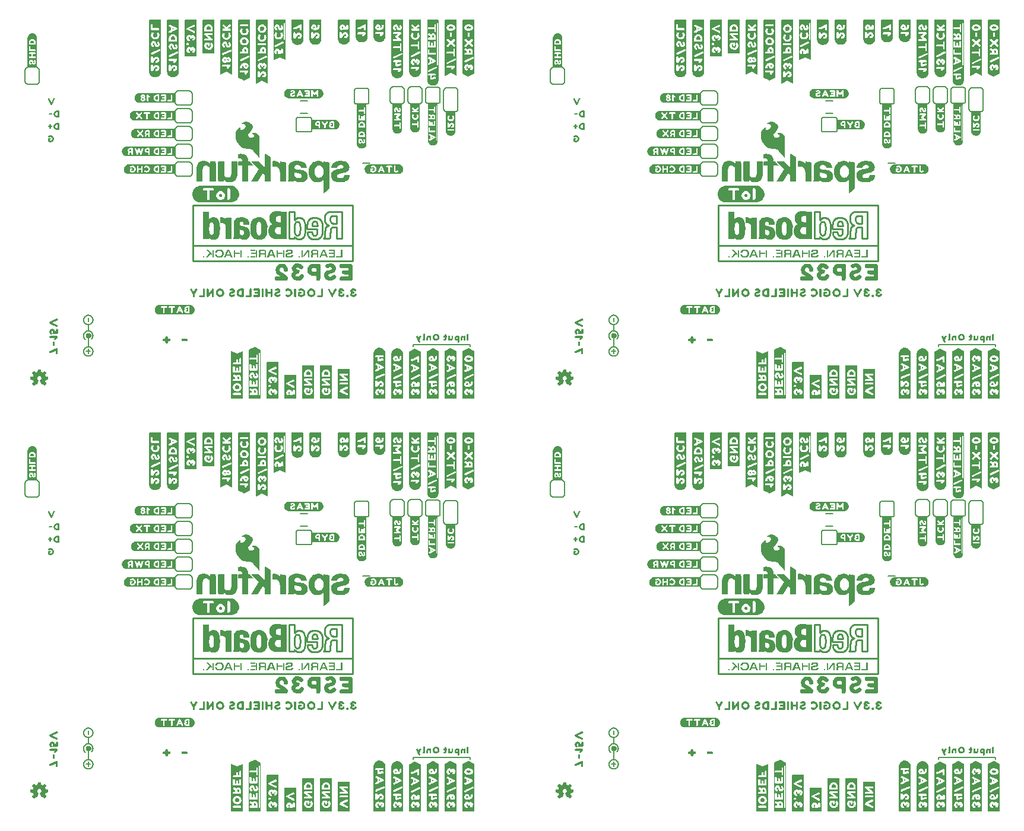
<source format=gbo>
G04 EAGLE Gerber RS-274X export*
G75*
%MOMM*%
%FSLAX34Y34*%
%LPD*%
%INSilkscreen Bottom*%
%IPPOS*%
%AMOC8*
5,1,8,0,0,1.08239X$1,22.5*%
G01*
%ADD10C,0.203200*%
%ADD11C,0.152400*%
%ADD12C,0.127000*%
%ADD13C,0.228600*%
%ADD14C,0.254000*%
%ADD15R,0.698500X0.187956*%
%ADD16R,0.967738X0.175256*%
%ADD17R,0.226056X1.084575*%
%ADD18R,0.703575X0.172719*%
%ADD19R,0.731519X0.172719*%
%ADD20R,0.878838X4.020819*%
%ADD21R,0.904238X4.008119*%
%ADD22R,0.231138X1.109981*%
%ADD23R,0.218438X1.112519*%
%ADD24R,0.231138X1.107438*%
%ADD25R,0.231138X0.213363*%
%ADD26R,0.226056X1.109981*%
%ADD27R,0.228600X1.109981*%
%ADD28R,0.723900X0.172719*%
%ADD29R,0.640075X0.175256*%
%ADD30R,0.746756X0.170181*%
%ADD31R,0.695956X0.172719*%
%ADD32R,0.728981X0.172719*%
%ADD33R,0.754375X0.172719*%
%ADD34R,0.571500X0.172719*%
%ADD35R,0.228600X0.213363*%
%ADD36C,0.406400*%

G36*
X1098164Y1060482D02*
X1098164Y1060482D01*
X1098180Y1060487D01*
X1098178Y1060495D01*
X1098184Y1060500D01*
X1098184Y1151200D01*
X1098173Y1151212D01*
X1098171Y1151222D01*
X1097571Y1151522D01*
X1097564Y1151520D01*
X1097560Y1151524D01*
X1081460Y1151524D01*
X1081448Y1151513D01*
X1081438Y1151511D01*
X1081138Y1150911D01*
X1081139Y1150908D01*
X1081138Y1150907D01*
X1081140Y1150905D01*
X1081140Y1150904D01*
X1081136Y1150900D01*
X1081136Y1061100D01*
X1081142Y1061093D01*
X1081141Y1061085D01*
X1081441Y1060685D01*
X1081466Y1060680D01*
X1081471Y1060678D01*
X1089069Y1064477D01*
X1089758Y1064674D01*
X1098149Y1060478D01*
X1098154Y1060480D01*
X1098157Y1060476D01*
X1098164Y1060482D01*
G37*
G36*
X348864Y1060482D02*
X348864Y1060482D01*
X348880Y1060487D01*
X348878Y1060495D01*
X348884Y1060500D01*
X348884Y1151200D01*
X348873Y1151212D01*
X348871Y1151222D01*
X348271Y1151522D01*
X348264Y1151520D01*
X348260Y1151524D01*
X332160Y1151524D01*
X332148Y1151513D01*
X332138Y1151511D01*
X331838Y1150911D01*
X331839Y1150908D01*
X331838Y1150907D01*
X331840Y1150905D01*
X331840Y1150904D01*
X331836Y1150900D01*
X331836Y1061100D01*
X331842Y1061093D01*
X331841Y1061085D01*
X332141Y1060685D01*
X332166Y1060680D01*
X332171Y1060678D01*
X339769Y1064477D01*
X340458Y1064674D01*
X348849Y1060478D01*
X348854Y1060480D01*
X348857Y1060476D01*
X348864Y1060482D01*
G37*
G36*
X1098164Y471202D02*
X1098164Y471202D01*
X1098180Y471207D01*
X1098178Y471215D01*
X1098184Y471220D01*
X1098184Y561920D01*
X1098173Y561932D01*
X1098171Y561942D01*
X1097571Y562242D01*
X1097564Y562240D01*
X1097560Y562244D01*
X1081460Y562244D01*
X1081448Y562233D01*
X1081438Y562231D01*
X1081138Y561631D01*
X1081139Y561628D01*
X1081138Y561627D01*
X1081140Y561625D01*
X1081140Y561624D01*
X1081136Y561620D01*
X1081136Y471820D01*
X1081142Y471813D01*
X1081141Y471805D01*
X1081441Y471405D01*
X1081466Y471400D01*
X1081471Y471398D01*
X1089069Y475197D01*
X1089758Y475394D01*
X1098149Y471198D01*
X1098154Y471200D01*
X1098157Y471196D01*
X1098164Y471202D01*
G37*
G36*
X348864Y471202D02*
X348864Y471202D01*
X348880Y471207D01*
X348878Y471215D01*
X348884Y471220D01*
X348884Y561920D01*
X348873Y561932D01*
X348871Y561942D01*
X348271Y562242D01*
X348264Y562240D01*
X348260Y562244D01*
X332160Y562244D01*
X332148Y562233D01*
X332138Y562231D01*
X331838Y561631D01*
X331839Y561628D01*
X331838Y561627D01*
X331840Y561625D01*
X331840Y561624D01*
X331836Y561620D01*
X331836Y471820D01*
X331842Y471813D01*
X331841Y471805D01*
X332141Y471405D01*
X332166Y471400D01*
X332171Y471398D01*
X339769Y475197D01*
X340458Y475394D01*
X348849Y471198D01*
X348854Y471200D01*
X348857Y471196D01*
X348864Y471202D01*
G37*
G36*
X1334004Y1057854D02*
X1334004Y1057854D01*
X1334006Y1057851D01*
X1334806Y1057951D01*
X1334809Y1057954D01*
X1334812Y1057952D01*
X1335612Y1058152D01*
X1335613Y1058153D01*
X1335614Y1058153D01*
X1336314Y1058353D01*
X1336318Y1058358D01*
X1336322Y1058356D01*
X1337121Y1058755D01*
X1337819Y1059055D01*
X1337823Y1059062D01*
X1337829Y1059060D01*
X1338529Y1059560D01*
X1338529Y1059563D01*
X1338532Y1059562D01*
X1339132Y1060062D01*
X1339133Y1060069D01*
X1339138Y1060068D01*
X1339638Y1060668D01*
X1339638Y1060671D01*
X1339640Y1060671D01*
X1340139Y1061370D01*
X1340638Y1061968D01*
X1340638Y1061980D01*
X1340646Y1061983D01*
X1340946Y1062781D01*
X1341245Y1063481D01*
X1341244Y1063486D01*
X1341248Y1063488D01*
X1341648Y1065088D01*
X1341644Y1065096D01*
X1341649Y1065100D01*
X1341649Y1151300D01*
X1341627Y1151330D01*
X1341625Y1151342D01*
X1341125Y1151642D01*
X1341107Y1151640D01*
X1341100Y1151649D01*
X1325700Y1151649D01*
X1325670Y1151627D01*
X1325658Y1151625D01*
X1325358Y1151125D01*
X1325360Y1151107D01*
X1325351Y1151100D01*
X1325351Y1065000D01*
X1325356Y1064993D01*
X1325352Y1064988D01*
X1325752Y1063388D01*
X1325757Y1063384D01*
X1325755Y1063381D01*
X1326055Y1062681D01*
X1326058Y1062678D01*
X1326057Y1062676D01*
X1326857Y1061276D01*
X1326861Y1061274D01*
X1326860Y1061271D01*
X1327360Y1060571D01*
X1327369Y1060569D01*
X1327368Y1060562D01*
X1327967Y1060063D01*
X1328565Y1059465D01*
X1328575Y1059464D01*
X1328576Y1059457D01*
X1329976Y1058657D01*
X1329981Y1058658D01*
X1329983Y1058654D01*
X1330783Y1058354D01*
X1330786Y1058355D01*
X1330786Y1058353D01*
X1331486Y1058153D01*
X1331488Y1058153D01*
X1331488Y1058152D01*
X1332288Y1057952D01*
X1332292Y1057954D01*
X1332294Y1057951D01*
X1333094Y1057851D01*
X1333098Y1057853D01*
X1333100Y1057851D01*
X1334000Y1057851D01*
X1334004Y1057854D01*
G37*
G36*
X584704Y1057854D02*
X584704Y1057854D01*
X584706Y1057851D01*
X585506Y1057951D01*
X585509Y1057954D01*
X585512Y1057952D01*
X586312Y1058152D01*
X586313Y1058153D01*
X586314Y1058153D01*
X587014Y1058353D01*
X587018Y1058358D01*
X587022Y1058356D01*
X587821Y1058755D01*
X588519Y1059055D01*
X588523Y1059062D01*
X588529Y1059060D01*
X589229Y1059560D01*
X589229Y1059563D01*
X589232Y1059562D01*
X589832Y1060062D01*
X589833Y1060069D01*
X589838Y1060068D01*
X590338Y1060668D01*
X590338Y1060671D01*
X590340Y1060671D01*
X590839Y1061370D01*
X591338Y1061968D01*
X591338Y1061980D01*
X591346Y1061983D01*
X591646Y1062781D01*
X591945Y1063481D01*
X591944Y1063486D01*
X591948Y1063488D01*
X592348Y1065088D01*
X592344Y1065096D01*
X592349Y1065100D01*
X592349Y1151300D01*
X592327Y1151330D01*
X592325Y1151342D01*
X591825Y1151642D01*
X591807Y1151640D01*
X591800Y1151649D01*
X576400Y1151649D01*
X576370Y1151627D01*
X576358Y1151625D01*
X576058Y1151125D01*
X576060Y1151107D01*
X576051Y1151100D01*
X576051Y1065000D01*
X576056Y1064993D01*
X576052Y1064988D01*
X576452Y1063388D01*
X576457Y1063384D01*
X576455Y1063381D01*
X576755Y1062681D01*
X576758Y1062678D01*
X576757Y1062676D01*
X577557Y1061276D01*
X577561Y1061274D01*
X577560Y1061271D01*
X578060Y1060571D01*
X578069Y1060569D01*
X578068Y1060562D01*
X578667Y1060063D01*
X579265Y1059465D01*
X579275Y1059464D01*
X579276Y1059457D01*
X580676Y1058657D01*
X580681Y1058658D01*
X580683Y1058654D01*
X581483Y1058354D01*
X581486Y1058355D01*
X581486Y1058353D01*
X582186Y1058153D01*
X582188Y1058153D01*
X582188Y1058152D01*
X582988Y1057952D01*
X582992Y1057954D01*
X582994Y1057951D01*
X583794Y1057851D01*
X583798Y1057853D01*
X583800Y1057851D01*
X584700Y1057851D01*
X584704Y1057854D01*
G37*
G36*
X584704Y468574D02*
X584704Y468574D01*
X584706Y468571D01*
X585506Y468671D01*
X585509Y468674D01*
X585512Y468672D01*
X586312Y468872D01*
X586313Y468873D01*
X586314Y468873D01*
X587014Y469073D01*
X587018Y469078D01*
X587022Y469076D01*
X587821Y469475D01*
X588519Y469775D01*
X588523Y469782D01*
X588529Y469780D01*
X589229Y470280D01*
X589229Y470283D01*
X589232Y470282D01*
X589832Y470782D01*
X589833Y470789D01*
X589838Y470788D01*
X590338Y471388D01*
X590338Y471391D01*
X590340Y471391D01*
X590839Y472090D01*
X591338Y472688D01*
X591338Y472700D01*
X591346Y472703D01*
X591646Y473501D01*
X591945Y474201D01*
X591944Y474206D01*
X591948Y474208D01*
X592348Y475808D01*
X592344Y475816D01*
X592349Y475820D01*
X592349Y562020D01*
X592327Y562050D01*
X592325Y562062D01*
X591825Y562362D01*
X591807Y562360D01*
X591800Y562369D01*
X576400Y562369D01*
X576370Y562347D01*
X576358Y562345D01*
X576058Y561845D01*
X576060Y561827D01*
X576051Y561820D01*
X576051Y475720D01*
X576056Y475713D01*
X576052Y475708D01*
X576452Y474108D01*
X576457Y474104D01*
X576455Y474101D01*
X576755Y473401D01*
X576758Y473398D01*
X576757Y473396D01*
X577557Y471996D01*
X577561Y471994D01*
X577560Y471991D01*
X578060Y471291D01*
X578069Y471289D01*
X578068Y471282D01*
X578667Y470783D01*
X579265Y470185D01*
X579275Y470184D01*
X579276Y470177D01*
X580676Y469377D01*
X580681Y469378D01*
X580683Y469374D01*
X581483Y469074D01*
X581486Y469075D01*
X581486Y469073D01*
X582186Y468873D01*
X582188Y468873D01*
X582188Y468872D01*
X582988Y468672D01*
X582992Y468674D01*
X582994Y468671D01*
X583794Y468571D01*
X583798Y468573D01*
X583800Y468571D01*
X584700Y468571D01*
X584704Y468574D01*
G37*
G36*
X1334004Y468574D02*
X1334004Y468574D01*
X1334006Y468571D01*
X1334806Y468671D01*
X1334809Y468674D01*
X1334812Y468672D01*
X1335612Y468872D01*
X1335613Y468873D01*
X1335614Y468873D01*
X1336314Y469073D01*
X1336318Y469078D01*
X1336322Y469076D01*
X1337121Y469475D01*
X1337819Y469775D01*
X1337823Y469782D01*
X1337829Y469780D01*
X1338529Y470280D01*
X1338529Y470283D01*
X1338532Y470282D01*
X1339132Y470782D01*
X1339133Y470789D01*
X1339138Y470788D01*
X1339638Y471388D01*
X1339638Y471391D01*
X1339640Y471391D01*
X1340139Y472090D01*
X1340638Y472688D01*
X1340638Y472700D01*
X1340646Y472703D01*
X1340946Y473501D01*
X1341245Y474201D01*
X1341244Y474206D01*
X1341248Y474208D01*
X1341648Y475808D01*
X1341644Y475816D01*
X1341649Y475820D01*
X1341649Y562020D01*
X1341627Y562050D01*
X1341625Y562062D01*
X1341125Y562362D01*
X1341107Y562360D01*
X1341100Y562369D01*
X1325700Y562369D01*
X1325670Y562347D01*
X1325658Y562345D01*
X1325358Y561845D01*
X1325360Y561827D01*
X1325351Y561820D01*
X1325351Y475720D01*
X1325356Y475713D01*
X1325352Y475708D01*
X1325752Y474108D01*
X1325757Y474104D01*
X1325755Y474101D01*
X1326055Y473401D01*
X1326058Y473398D01*
X1326057Y473396D01*
X1326857Y471996D01*
X1326861Y471994D01*
X1326860Y471991D01*
X1327360Y471291D01*
X1327369Y471289D01*
X1327368Y471282D01*
X1327967Y470783D01*
X1328565Y470185D01*
X1328575Y470184D01*
X1328576Y470177D01*
X1329976Y469377D01*
X1329981Y469378D01*
X1329983Y469374D01*
X1330783Y469074D01*
X1330786Y469075D01*
X1330786Y469073D01*
X1331486Y468873D01*
X1331488Y468873D01*
X1331488Y468872D01*
X1332288Y468672D01*
X1332292Y468674D01*
X1332294Y468671D01*
X1333094Y468571D01*
X1333098Y468573D01*
X1333100Y468571D01*
X1334000Y468571D01*
X1334004Y468574D01*
G37*
G36*
X1045022Y301768D02*
X1045022Y301768D01*
X1045025Y301766D01*
X1045030Y301774D01*
X1045044Y301787D01*
X1045040Y301792D01*
X1045043Y301798D01*
X1044370Y303673D01*
X1045097Y301781D01*
X1045116Y301771D01*
X1045122Y301766D01*
X1046222Y301866D01*
X1046223Y301867D01*
X1046224Y301866D01*
X1047424Y302066D01*
X1047425Y302067D01*
X1047426Y302066D01*
X1048626Y302366D01*
X1048627Y302368D01*
X1048628Y302367D01*
X1049728Y302767D01*
X1049729Y302769D01*
X1049731Y302768D01*
X1050731Y303268D01*
X1050731Y303270D01*
X1050732Y303269D01*
X1051732Y303869D01*
X1051733Y303870D01*
X1051734Y303870D01*
X1052734Y304570D01*
X1052734Y304572D01*
X1052736Y304572D01*
X1053636Y305372D01*
X1053636Y305374D01*
X1053638Y305374D01*
X1054438Y306274D01*
X1054438Y306276D01*
X1054440Y306277D01*
X1055040Y307177D01*
X1055040Y307178D01*
X1055041Y307178D01*
X1055641Y308278D01*
X1055641Y308279D01*
X1055642Y308279D01*
X1056142Y309279D01*
X1056141Y309282D01*
X1056143Y309282D01*
X1056543Y310482D01*
X1056543Y310483D01*
X1056543Y310484D01*
X1056843Y311584D01*
X1056842Y311586D01*
X1056844Y311588D01*
X1057044Y313988D01*
X1057042Y313990D01*
X1057044Y313992D01*
X1056944Y315192D01*
X1056943Y315193D01*
X1056944Y315194D01*
X1056744Y316294D01*
X1056743Y316295D01*
X1056744Y316296D01*
X1056444Y317496D01*
X1056441Y317498D01*
X1056442Y317500D01*
X1055942Y318600D01*
X1055941Y318600D01*
X1055942Y318601D01*
X1055442Y319601D01*
X1055439Y319602D01*
X1055440Y319604D01*
X1054740Y320604D01*
X1054739Y320604D01*
X1054739Y320605D01*
X1054039Y321505D01*
X1054038Y321505D01*
X1054038Y321506D01*
X1053238Y322406D01*
X1053235Y322407D01*
X1053235Y322409D01*
X1052335Y323109D01*
X1052334Y323109D01*
X1052334Y323110D01*
X1051334Y323810D01*
X1051333Y323810D01*
X1051332Y323811D01*
X1050332Y324411D01*
X1050329Y324410D01*
X1050328Y324413D01*
X1049228Y324813D01*
X1048028Y325213D01*
X1048025Y325212D01*
X1048024Y325214D01*
X1046924Y325414D01*
X1046923Y325413D01*
X1046922Y325414D01*
X1045723Y325514D01*
X1045124Y325614D01*
X1045122Y325612D01*
X1045120Y325614D01*
X1002520Y325614D01*
X1002519Y325613D01*
X1002518Y325614D01*
X1000118Y325414D01*
X1000116Y325412D01*
X1000114Y325414D01*
X998914Y325114D01*
X998914Y325113D01*
X997814Y324813D01*
X997812Y324811D01*
X997810Y324812D01*
X996710Y324312D01*
X996709Y324310D01*
X996708Y324311D01*
X995708Y323711D01*
X995707Y323710D01*
X995706Y323710D01*
X994706Y323010D01*
X994706Y323008D01*
X994704Y323008D01*
X993804Y322208D01*
X993804Y322207D01*
X993803Y322207D01*
X993003Y321407D01*
X993003Y321404D01*
X993000Y321404D01*
X992300Y320404D01*
X992300Y320403D01*
X992299Y320402D01*
X991699Y319402D01*
X991700Y319401D01*
X991698Y319400D01*
X991198Y318300D01*
X991198Y318299D01*
X991197Y318298D01*
X990797Y317198D01*
X990798Y317197D01*
X990797Y317196D01*
X990497Y316096D01*
X990497Y316095D01*
X990496Y316094D01*
X990296Y314894D01*
X990297Y314893D01*
X990296Y314892D01*
X990196Y313692D01*
X990198Y313690D01*
X990196Y313688D01*
X990296Y312588D01*
X990297Y312587D01*
X990296Y312586D01*
X990496Y311386D01*
X990497Y311385D01*
X990496Y311384D01*
X990796Y310184D01*
X990798Y310183D01*
X990797Y310182D01*
X991197Y309082D01*
X991198Y309081D01*
X991198Y309080D01*
X991698Y307980D01*
X991700Y307979D01*
X991699Y307978D01*
X992299Y306978D01*
X992301Y306977D01*
X992301Y306975D01*
X993001Y306075D01*
X993002Y306075D01*
X993002Y306074D01*
X993802Y305174D01*
X993804Y305174D01*
X993804Y305172D01*
X994704Y304372D01*
X994705Y304372D01*
X994705Y304371D01*
X995605Y303671D01*
X995609Y303671D01*
X995610Y303668D01*
X997810Y302668D01*
X997811Y302668D01*
X997812Y302667D01*
X998912Y302267D01*
X998913Y302268D01*
X998914Y302267D01*
X1000014Y301967D01*
X1000016Y301968D01*
X1000018Y301966D01*
X1002418Y301766D01*
X1002419Y301767D01*
X1002420Y301766D01*
X1045020Y301766D01*
X1045022Y301768D01*
G37*
G36*
X1045022Y891048D02*
X1045022Y891048D01*
X1045025Y891046D01*
X1045030Y891054D01*
X1045044Y891067D01*
X1045040Y891072D01*
X1045043Y891078D01*
X1044370Y892953D01*
X1045097Y891061D01*
X1045116Y891051D01*
X1045122Y891046D01*
X1046222Y891146D01*
X1046223Y891147D01*
X1046224Y891146D01*
X1047424Y891346D01*
X1047425Y891347D01*
X1047426Y891346D01*
X1048626Y891646D01*
X1048627Y891648D01*
X1048628Y891647D01*
X1049728Y892047D01*
X1049729Y892049D01*
X1049731Y892048D01*
X1050731Y892548D01*
X1050731Y892550D01*
X1050732Y892549D01*
X1051732Y893149D01*
X1051733Y893150D01*
X1051734Y893150D01*
X1052734Y893850D01*
X1052734Y893852D01*
X1052736Y893852D01*
X1053636Y894652D01*
X1053636Y894654D01*
X1053638Y894654D01*
X1054438Y895554D01*
X1054438Y895556D01*
X1054440Y895557D01*
X1055040Y896457D01*
X1055040Y896458D01*
X1055041Y896458D01*
X1055641Y897558D01*
X1055641Y897559D01*
X1055642Y897559D01*
X1056142Y898559D01*
X1056141Y898562D01*
X1056143Y898562D01*
X1056543Y899762D01*
X1056543Y899763D01*
X1056543Y899764D01*
X1056843Y900864D01*
X1056842Y900866D01*
X1056844Y900868D01*
X1057044Y903268D01*
X1057042Y903270D01*
X1057044Y903272D01*
X1056944Y904472D01*
X1056943Y904473D01*
X1056944Y904474D01*
X1056744Y905574D01*
X1056743Y905575D01*
X1056744Y905576D01*
X1056444Y906776D01*
X1056441Y906778D01*
X1056442Y906780D01*
X1055942Y907880D01*
X1055941Y907880D01*
X1055942Y907881D01*
X1055442Y908881D01*
X1055439Y908882D01*
X1055440Y908884D01*
X1054740Y909884D01*
X1054739Y909884D01*
X1054739Y909885D01*
X1054039Y910785D01*
X1054038Y910785D01*
X1054038Y910786D01*
X1053238Y911686D01*
X1053235Y911687D01*
X1053235Y911689D01*
X1052335Y912389D01*
X1052334Y912389D01*
X1052334Y912390D01*
X1051334Y913090D01*
X1051333Y913090D01*
X1051332Y913091D01*
X1050332Y913691D01*
X1050329Y913690D01*
X1050328Y913693D01*
X1049228Y914093D01*
X1048028Y914493D01*
X1048025Y914492D01*
X1048024Y914494D01*
X1046924Y914694D01*
X1046923Y914693D01*
X1046922Y914694D01*
X1045723Y914794D01*
X1045124Y914894D01*
X1045122Y914892D01*
X1045120Y914894D01*
X1002520Y914894D01*
X1002519Y914893D01*
X1002518Y914894D01*
X1000118Y914694D01*
X1000116Y914692D01*
X1000114Y914694D01*
X998914Y914394D01*
X998914Y914393D01*
X997814Y914093D01*
X997812Y914091D01*
X997810Y914092D01*
X996710Y913592D01*
X996709Y913590D01*
X996708Y913591D01*
X995708Y912991D01*
X995707Y912990D01*
X995706Y912990D01*
X994706Y912290D01*
X994706Y912288D01*
X994704Y912288D01*
X993804Y911488D01*
X993804Y911487D01*
X993803Y911487D01*
X993003Y910687D01*
X993003Y910684D01*
X993000Y910684D01*
X992300Y909684D01*
X992300Y909683D01*
X992299Y909682D01*
X991699Y908682D01*
X991700Y908681D01*
X991698Y908680D01*
X991198Y907580D01*
X991198Y907579D01*
X991197Y907578D01*
X990797Y906478D01*
X990798Y906477D01*
X990797Y906476D01*
X990497Y905376D01*
X990497Y905375D01*
X990496Y905374D01*
X990296Y904174D01*
X990297Y904173D01*
X990296Y904172D01*
X990196Y902972D01*
X990198Y902970D01*
X990196Y902968D01*
X990296Y901868D01*
X990297Y901867D01*
X990296Y901866D01*
X990496Y900666D01*
X990497Y900665D01*
X990496Y900664D01*
X990796Y899464D01*
X990798Y899463D01*
X990797Y899462D01*
X991197Y898362D01*
X991198Y898361D01*
X991198Y898360D01*
X991698Y897260D01*
X991700Y897259D01*
X991699Y897258D01*
X992299Y896258D01*
X992301Y896257D01*
X992301Y896255D01*
X993001Y895355D01*
X993002Y895355D01*
X993002Y895354D01*
X993802Y894454D01*
X993804Y894454D01*
X993804Y894452D01*
X994704Y893652D01*
X994705Y893652D01*
X994705Y893651D01*
X995605Y892951D01*
X995609Y892951D01*
X995610Y892948D01*
X997810Y891948D01*
X997811Y891948D01*
X997812Y891947D01*
X998912Y891547D01*
X998913Y891548D01*
X998914Y891547D01*
X1000014Y891247D01*
X1000016Y891248D01*
X1000018Y891246D01*
X1002418Y891046D01*
X1002419Y891047D01*
X1002420Y891046D01*
X1045020Y891046D01*
X1045022Y891048D01*
G37*
G36*
X295722Y891048D02*
X295722Y891048D01*
X295725Y891046D01*
X295730Y891054D01*
X295744Y891067D01*
X295740Y891072D01*
X295743Y891078D01*
X295070Y892953D01*
X295797Y891061D01*
X295816Y891051D01*
X295822Y891046D01*
X296922Y891146D01*
X296923Y891147D01*
X296924Y891146D01*
X298124Y891346D01*
X298125Y891347D01*
X298126Y891346D01*
X299326Y891646D01*
X299327Y891648D01*
X299328Y891647D01*
X300428Y892047D01*
X300429Y892049D01*
X300431Y892048D01*
X301431Y892548D01*
X301431Y892550D01*
X301432Y892549D01*
X302432Y893149D01*
X302433Y893150D01*
X302434Y893150D01*
X303434Y893850D01*
X303434Y893852D01*
X303436Y893852D01*
X304336Y894652D01*
X304336Y894654D01*
X304338Y894654D01*
X305138Y895554D01*
X305138Y895556D01*
X305140Y895557D01*
X305740Y896457D01*
X305740Y896458D01*
X305741Y896458D01*
X306341Y897558D01*
X306341Y897559D01*
X306342Y897559D01*
X306842Y898559D01*
X306841Y898562D01*
X306843Y898562D01*
X307243Y899762D01*
X307243Y899763D01*
X307243Y899764D01*
X307543Y900864D01*
X307542Y900866D01*
X307544Y900868D01*
X307744Y903268D01*
X307742Y903270D01*
X307744Y903272D01*
X307644Y904472D01*
X307643Y904473D01*
X307644Y904474D01*
X307444Y905574D01*
X307443Y905575D01*
X307444Y905576D01*
X307144Y906776D01*
X307141Y906778D01*
X307142Y906780D01*
X306642Y907880D01*
X306641Y907880D01*
X306642Y907881D01*
X306142Y908881D01*
X306139Y908882D01*
X306140Y908884D01*
X305440Y909884D01*
X305439Y909884D01*
X305439Y909885D01*
X304739Y910785D01*
X304738Y910785D01*
X304738Y910786D01*
X303938Y911686D01*
X303935Y911687D01*
X303935Y911689D01*
X303035Y912389D01*
X303034Y912389D01*
X303034Y912390D01*
X302034Y913090D01*
X302033Y913090D01*
X302032Y913091D01*
X301032Y913691D01*
X301029Y913690D01*
X301028Y913693D01*
X299928Y914093D01*
X298728Y914493D01*
X298725Y914492D01*
X298724Y914494D01*
X297624Y914694D01*
X297623Y914693D01*
X297622Y914694D01*
X296423Y914794D01*
X295824Y914894D01*
X295822Y914892D01*
X295820Y914894D01*
X253220Y914894D01*
X253219Y914893D01*
X253218Y914894D01*
X250818Y914694D01*
X250816Y914692D01*
X250814Y914694D01*
X249614Y914394D01*
X249614Y914393D01*
X248514Y914093D01*
X248512Y914091D01*
X248510Y914092D01*
X247410Y913592D01*
X247409Y913590D01*
X247408Y913591D01*
X246408Y912991D01*
X246407Y912990D01*
X246406Y912990D01*
X245406Y912290D01*
X245406Y912288D01*
X245404Y912288D01*
X244504Y911488D01*
X244504Y911487D01*
X244503Y911487D01*
X243703Y910687D01*
X243703Y910684D01*
X243700Y910684D01*
X243000Y909684D01*
X243000Y909683D01*
X242999Y909682D01*
X242399Y908682D01*
X242400Y908681D01*
X242398Y908680D01*
X241898Y907580D01*
X241898Y907579D01*
X241897Y907578D01*
X241497Y906478D01*
X241498Y906477D01*
X241497Y906476D01*
X241197Y905376D01*
X241197Y905375D01*
X241196Y905374D01*
X240996Y904174D01*
X240997Y904173D01*
X240996Y904172D01*
X240896Y902972D01*
X240898Y902970D01*
X240896Y902968D01*
X240996Y901868D01*
X240997Y901867D01*
X240996Y901866D01*
X241196Y900666D01*
X241197Y900665D01*
X241196Y900664D01*
X241496Y899464D01*
X241498Y899463D01*
X241497Y899462D01*
X241897Y898362D01*
X241898Y898361D01*
X241898Y898360D01*
X242398Y897260D01*
X242400Y897259D01*
X242399Y897258D01*
X242999Y896258D01*
X243001Y896257D01*
X243001Y896255D01*
X243701Y895355D01*
X243702Y895355D01*
X243702Y895354D01*
X244502Y894454D01*
X244504Y894454D01*
X244504Y894452D01*
X245404Y893652D01*
X245405Y893652D01*
X245405Y893651D01*
X246305Y892951D01*
X246309Y892951D01*
X246310Y892948D01*
X248510Y891948D01*
X248511Y891948D01*
X248512Y891947D01*
X249612Y891547D01*
X249613Y891548D01*
X249614Y891547D01*
X250714Y891247D01*
X250716Y891248D01*
X250718Y891246D01*
X253118Y891046D01*
X253119Y891047D01*
X253120Y891046D01*
X295720Y891046D01*
X295722Y891048D01*
G37*
G36*
X295722Y301768D02*
X295722Y301768D01*
X295725Y301766D01*
X295730Y301774D01*
X295744Y301787D01*
X295740Y301792D01*
X295743Y301798D01*
X295070Y303673D01*
X295797Y301781D01*
X295816Y301771D01*
X295822Y301766D01*
X296922Y301866D01*
X296923Y301867D01*
X296924Y301866D01*
X298124Y302066D01*
X298125Y302067D01*
X298126Y302066D01*
X299326Y302366D01*
X299327Y302368D01*
X299328Y302367D01*
X300428Y302767D01*
X300429Y302769D01*
X300431Y302768D01*
X301431Y303268D01*
X301431Y303270D01*
X301432Y303269D01*
X302432Y303869D01*
X302433Y303870D01*
X302434Y303870D01*
X303434Y304570D01*
X303434Y304572D01*
X303436Y304572D01*
X304336Y305372D01*
X304336Y305374D01*
X304338Y305374D01*
X305138Y306274D01*
X305138Y306276D01*
X305140Y306277D01*
X305740Y307177D01*
X305740Y307178D01*
X305741Y307178D01*
X306341Y308278D01*
X306341Y308279D01*
X306342Y308279D01*
X306842Y309279D01*
X306841Y309282D01*
X306843Y309282D01*
X307243Y310482D01*
X307243Y310483D01*
X307243Y310484D01*
X307543Y311584D01*
X307542Y311586D01*
X307544Y311588D01*
X307744Y313988D01*
X307742Y313990D01*
X307744Y313992D01*
X307644Y315192D01*
X307643Y315193D01*
X307644Y315194D01*
X307444Y316294D01*
X307443Y316295D01*
X307444Y316296D01*
X307144Y317496D01*
X307141Y317498D01*
X307142Y317500D01*
X306642Y318600D01*
X306641Y318600D01*
X306642Y318601D01*
X306142Y319601D01*
X306139Y319602D01*
X306140Y319604D01*
X305440Y320604D01*
X305439Y320604D01*
X305439Y320605D01*
X304739Y321505D01*
X304738Y321505D01*
X304738Y321506D01*
X303938Y322406D01*
X303935Y322407D01*
X303935Y322409D01*
X303035Y323109D01*
X303034Y323109D01*
X303034Y323110D01*
X302034Y323810D01*
X302033Y323810D01*
X302032Y323811D01*
X301032Y324411D01*
X301029Y324410D01*
X301028Y324413D01*
X299928Y324813D01*
X298728Y325213D01*
X298725Y325212D01*
X298724Y325214D01*
X297624Y325414D01*
X297623Y325413D01*
X297622Y325414D01*
X296423Y325514D01*
X295824Y325614D01*
X295822Y325612D01*
X295820Y325614D01*
X253220Y325614D01*
X253219Y325613D01*
X253218Y325614D01*
X250818Y325414D01*
X250816Y325412D01*
X250814Y325414D01*
X249614Y325114D01*
X249614Y325113D01*
X248514Y324813D01*
X248512Y324811D01*
X248510Y324812D01*
X247410Y324312D01*
X247409Y324310D01*
X247408Y324311D01*
X246408Y323711D01*
X246407Y323710D01*
X246406Y323710D01*
X245406Y323010D01*
X245406Y323008D01*
X245404Y323008D01*
X244504Y322208D01*
X244504Y322207D01*
X244503Y322207D01*
X243703Y321407D01*
X243703Y321404D01*
X243700Y321404D01*
X243000Y320404D01*
X243000Y320403D01*
X242999Y320402D01*
X242399Y319402D01*
X242400Y319401D01*
X242398Y319400D01*
X241898Y318300D01*
X241898Y318299D01*
X241897Y318298D01*
X241497Y317198D01*
X241498Y317197D01*
X241497Y317196D01*
X241197Y316096D01*
X241197Y316095D01*
X241196Y316094D01*
X240996Y314894D01*
X240997Y314893D01*
X240996Y314892D01*
X240896Y313692D01*
X240898Y313690D01*
X240896Y313688D01*
X240996Y312588D01*
X240997Y312587D01*
X240996Y312586D01*
X241196Y311386D01*
X241197Y311385D01*
X241196Y311384D01*
X241496Y310184D01*
X241498Y310183D01*
X241497Y310182D01*
X241897Y309082D01*
X241898Y309081D01*
X241898Y309080D01*
X242398Y307980D01*
X242400Y307979D01*
X242399Y307978D01*
X242999Y306978D01*
X243001Y306977D01*
X243001Y306975D01*
X243701Y306075D01*
X243702Y306075D01*
X243702Y306074D01*
X244502Y305174D01*
X244504Y305174D01*
X244504Y305172D01*
X245404Y304372D01*
X245405Y304372D01*
X245405Y304371D01*
X246305Y303671D01*
X246309Y303671D01*
X246310Y303668D01*
X248510Y302668D01*
X248511Y302668D01*
X248512Y302667D01*
X249612Y302267D01*
X249613Y302268D01*
X249614Y302267D01*
X250714Y301967D01*
X250716Y301968D01*
X250718Y301966D01*
X253118Y301766D01*
X253119Y301767D01*
X253120Y301766D01*
X295720Y301766D01*
X295722Y301768D01*
G37*
G36*
X1064262Y1064882D02*
X1064262Y1064882D01*
X1064271Y1064878D01*
X1072671Y1068978D01*
X1072676Y1068991D01*
X1072677Y1068992D01*
X1072684Y1068997D01*
X1072784Y1069797D01*
X1072783Y1069799D01*
X1072784Y1069800D01*
X1072784Y1151200D01*
X1072773Y1151212D01*
X1072771Y1151222D01*
X1072171Y1151522D01*
X1072167Y1151521D01*
X1072163Y1151521D01*
X1072160Y1151524D01*
X1056160Y1151524D01*
X1056149Y1151515D01*
X1056140Y1151513D01*
X1055740Y1150913D01*
X1055741Y1150905D01*
X1055736Y1150900D01*
X1055736Y1069700D01*
X1055739Y1069697D01*
X1055737Y1069693D01*
X1055937Y1068993D01*
X1055947Y1068987D01*
X1055949Y1068978D01*
X1063549Y1065178D01*
X1063550Y1065179D01*
X1063550Y1065178D01*
X1064250Y1064878D01*
X1064262Y1064882D01*
G37*
G36*
X314962Y475602D02*
X314962Y475602D01*
X314971Y475598D01*
X323371Y479698D01*
X323376Y479711D01*
X323377Y479712D01*
X323384Y479717D01*
X323484Y480517D01*
X323483Y480519D01*
X323484Y480520D01*
X323484Y561920D01*
X323473Y561932D01*
X323471Y561942D01*
X322871Y562242D01*
X322867Y562241D01*
X322863Y562241D01*
X322860Y562244D01*
X306860Y562244D01*
X306849Y562235D01*
X306840Y562233D01*
X306440Y561633D01*
X306441Y561625D01*
X306436Y561620D01*
X306436Y480420D01*
X306439Y480417D01*
X306437Y480413D01*
X306637Y479713D01*
X306647Y479707D01*
X306649Y479698D01*
X314249Y475898D01*
X314250Y475899D01*
X314250Y475898D01*
X314950Y475598D01*
X314962Y475602D01*
G37*
G36*
X314962Y1064882D02*
X314962Y1064882D01*
X314971Y1064878D01*
X323371Y1068978D01*
X323376Y1068991D01*
X323377Y1068992D01*
X323384Y1068997D01*
X323484Y1069797D01*
X323483Y1069799D01*
X323484Y1069800D01*
X323484Y1151200D01*
X323473Y1151212D01*
X323471Y1151222D01*
X322871Y1151522D01*
X322867Y1151521D01*
X322863Y1151521D01*
X322860Y1151524D01*
X306860Y1151524D01*
X306849Y1151515D01*
X306840Y1151513D01*
X306440Y1150913D01*
X306441Y1150905D01*
X306436Y1150900D01*
X306436Y1069700D01*
X306439Y1069697D01*
X306437Y1069693D01*
X306637Y1068993D01*
X306647Y1068987D01*
X306649Y1068978D01*
X314249Y1065178D01*
X314250Y1065179D01*
X314250Y1065178D01*
X314950Y1064878D01*
X314962Y1064882D01*
G37*
G36*
X1064262Y475602D02*
X1064262Y475602D01*
X1064271Y475598D01*
X1072671Y479698D01*
X1072676Y479711D01*
X1072677Y479712D01*
X1072684Y479717D01*
X1072784Y480517D01*
X1072783Y480519D01*
X1072784Y480520D01*
X1072784Y561920D01*
X1072773Y561932D01*
X1072771Y561942D01*
X1072171Y562242D01*
X1072167Y562241D01*
X1072163Y562241D01*
X1072160Y562244D01*
X1056160Y562244D01*
X1056149Y562235D01*
X1056140Y562233D01*
X1055740Y561633D01*
X1055741Y561625D01*
X1055736Y561620D01*
X1055736Y480420D01*
X1055739Y480417D01*
X1055737Y480413D01*
X1055937Y479713D01*
X1055947Y479707D01*
X1055949Y479698D01*
X1063549Y475898D01*
X1063550Y475899D01*
X1063550Y475898D01*
X1064250Y475598D01*
X1064262Y475602D01*
G37*
G36*
X534203Y1068376D02*
X534203Y1068376D01*
X535103Y1068476D01*
X535104Y1068478D01*
X535106Y1068476D01*
X535906Y1068676D01*
X535907Y1068678D01*
X535909Y1068677D01*
X536709Y1068977D01*
X536709Y1068979D01*
X536711Y1068978D01*
X537511Y1069378D01*
X537511Y1069379D01*
X537512Y1069379D01*
X538212Y1069779D01*
X538213Y1069781D01*
X538214Y1069780D01*
X538914Y1070280D01*
X538915Y1070283D01*
X538917Y1070283D01*
X539517Y1070883D01*
X539517Y1070884D01*
X539519Y1070884D01*
X540019Y1071484D01*
X540019Y1071486D01*
X540020Y1071486D01*
X540520Y1072186D01*
X540519Y1072189D01*
X540522Y1072189D01*
X540921Y1072988D01*
X541321Y1073688D01*
X541321Y1073691D01*
X541323Y1073692D01*
X541623Y1074492D01*
X541621Y1074495D01*
X541624Y1074497D01*
X541625Y1074505D01*
X541628Y1074529D01*
X541633Y1074578D01*
X541636Y1074602D01*
X541638Y1074626D01*
X541647Y1074699D01*
X541649Y1074723D01*
X541652Y1074747D01*
X541652Y1074748D01*
X541657Y1074796D01*
X541660Y1074820D01*
X541663Y1074844D01*
X541663Y1074845D01*
X541671Y1074917D01*
X541673Y1074941D01*
X541673Y1074942D01*
X541676Y1074966D01*
X541682Y1075014D01*
X541684Y1075038D01*
X541684Y1075039D01*
X541687Y1075063D01*
X541695Y1075135D01*
X541695Y1075136D01*
X541698Y1075160D01*
X541700Y1075184D01*
X541706Y1075232D01*
X541706Y1075233D01*
X541708Y1075257D01*
X541709Y1075257D01*
X541708Y1075257D01*
X541711Y1075281D01*
X541719Y1075354D01*
X541722Y1075378D01*
X541724Y1075397D01*
X541824Y1076197D01*
X541825Y1076202D01*
X541837Y1076275D01*
X541849Y1076348D01*
X541861Y1076421D01*
X541873Y1076493D01*
X541874Y1076493D01*
X541886Y1076566D01*
X541898Y1076639D01*
X541910Y1076712D01*
X541922Y1076784D01*
X541924Y1076796D01*
X541922Y1076798D01*
X541924Y1076800D01*
X541924Y1151300D01*
X541910Y1151316D01*
X541907Y1151323D01*
X541207Y1151523D01*
X541203Y1151521D01*
X541200Y1151524D01*
X525100Y1151524D01*
X525083Y1151509D01*
X525076Y1151506D01*
X524876Y1150706D01*
X524877Y1150705D01*
X524876Y1150705D01*
X524878Y1150702D01*
X524876Y1150700D01*
X524876Y1077100D01*
X524881Y1077094D01*
X524881Y1077085D01*
X524889Y1077085D01*
X524897Y1077076D01*
X524900Y1077079D01*
X524903Y1077079D01*
X524908Y1077083D01*
X524917Y1077083D01*
X525824Y1077990D01*
X524883Y1077017D01*
X524882Y1077009D01*
X524882Y1077008D01*
X524882Y1077004D01*
X524876Y1076997D01*
X525076Y1075397D01*
X525176Y1074497D01*
X525179Y1074495D01*
X525177Y1074492D01*
X525477Y1073692D01*
X525480Y1073690D01*
X525479Y1073688D01*
X525879Y1072988D01*
X526278Y1072189D01*
X526281Y1072188D01*
X526280Y1072186D01*
X526780Y1071486D01*
X526782Y1071486D01*
X526781Y1071484D01*
X527281Y1070884D01*
X527283Y1070884D01*
X527283Y1070883D01*
X527883Y1070283D01*
X527886Y1070283D01*
X527886Y1070280D01*
X528586Y1069780D01*
X528588Y1069780D01*
X528588Y1069779D01*
X529288Y1069379D01*
X529289Y1069379D01*
X529289Y1069378D01*
X530089Y1068978D01*
X530091Y1068979D01*
X530092Y1068977D01*
X530892Y1068677D01*
X530893Y1068678D01*
X530894Y1068676D01*
X531694Y1068476D01*
X531696Y1068478D01*
X531697Y1068476D01*
X532597Y1068376D01*
X533397Y1068276D01*
X533400Y1068278D01*
X533403Y1068276D01*
X534203Y1068376D01*
G37*
G36*
X1283503Y1068376D02*
X1283503Y1068376D01*
X1284403Y1068476D01*
X1284404Y1068478D01*
X1284406Y1068476D01*
X1285206Y1068676D01*
X1285207Y1068678D01*
X1285209Y1068677D01*
X1286009Y1068977D01*
X1286009Y1068979D01*
X1286011Y1068978D01*
X1286811Y1069378D01*
X1286811Y1069379D01*
X1286812Y1069379D01*
X1287512Y1069779D01*
X1287513Y1069781D01*
X1287514Y1069780D01*
X1288214Y1070280D01*
X1288215Y1070283D01*
X1288217Y1070283D01*
X1288817Y1070883D01*
X1288817Y1070884D01*
X1288819Y1070884D01*
X1289319Y1071484D01*
X1289319Y1071486D01*
X1289320Y1071486D01*
X1289820Y1072186D01*
X1289819Y1072189D01*
X1289822Y1072189D01*
X1290221Y1072988D01*
X1290621Y1073688D01*
X1290621Y1073691D01*
X1290623Y1073692D01*
X1290923Y1074492D01*
X1290921Y1074495D01*
X1290924Y1074497D01*
X1290925Y1074505D01*
X1290928Y1074529D01*
X1290933Y1074578D01*
X1290936Y1074602D01*
X1290938Y1074626D01*
X1290947Y1074699D01*
X1290949Y1074723D01*
X1290952Y1074747D01*
X1290952Y1074748D01*
X1290957Y1074796D01*
X1290960Y1074820D01*
X1290963Y1074844D01*
X1290963Y1074845D01*
X1290971Y1074917D01*
X1290973Y1074941D01*
X1290973Y1074942D01*
X1290976Y1074966D01*
X1290982Y1075014D01*
X1290984Y1075038D01*
X1290984Y1075039D01*
X1290987Y1075063D01*
X1290995Y1075135D01*
X1290995Y1075136D01*
X1290998Y1075160D01*
X1291000Y1075184D01*
X1291006Y1075232D01*
X1291006Y1075233D01*
X1291008Y1075257D01*
X1291009Y1075257D01*
X1291008Y1075257D01*
X1291011Y1075281D01*
X1291019Y1075354D01*
X1291022Y1075378D01*
X1291024Y1075397D01*
X1291124Y1076197D01*
X1291125Y1076202D01*
X1291137Y1076275D01*
X1291149Y1076348D01*
X1291161Y1076421D01*
X1291173Y1076493D01*
X1291174Y1076493D01*
X1291186Y1076566D01*
X1291198Y1076639D01*
X1291210Y1076712D01*
X1291222Y1076784D01*
X1291224Y1076796D01*
X1291222Y1076798D01*
X1291224Y1076800D01*
X1291224Y1151300D01*
X1291210Y1151316D01*
X1291207Y1151323D01*
X1290507Y1151523D01*
X1290503Y1151521D01*
X1290500Y1151524D01*
X1274400Y1151524D01*
X1274383Y1151509D01*
X1274376Y1151506D01*
X1274176Y1150706D01*
X1274177Y1150705D01*
X1274176Y1150705D01*
X1274178Y1150702D01*
X1274176Y1150700D01*
X1274176Y1077100D01*
X1274181Y1077094D01*
X1274181Y1077085D01*
X1274189Y1077085D01*
X1274197Y1077076D01*
X1274200Y1077079D01*
X1274203Y1077079D01*
X1274208Y1077083D01*
X1274217Y1077083D01*
X1275124Y1077990D01*
X1274183Y1077017D01*
X1274182Y1077009D01*
X1274182Y1077008D01*
X1274182Y1077004D01*
X1274176Y1076997D01*
X1274376Y1075397D01*
X1274476Y1074497D01*
X1274479Y1074495D01*
X1274477Y1074492D01*
X1274777Y1073692D01*
X1274780Y1073690D01*
X1274779Y1073688D01*
X1275179Y1072988D01*
X1275578Y1072189D01*
X1275581Y1072188D01*
X1275580Y1072186D01*
X1276080Y1071486D01*
X1276082Y1071486D01*
X1276081Y1071484D01*
X1276581Y1070884D01*
X1276583Y1070884D01*
X1276583Y1070883D01*
X1277183Y1070283D01*
X1277186Y1070283D01*
X1277186Y1070280D01*
X1277886Y1069780D01*
X1277888Y1069780D01*
X1277888Y1069779D01*
X1278588Y1069379D01*
X1278589Y1069379D01*
X1278589Y1069378D01*
X1279389Y1068978D01*
X1279391Y1068979D01*
X1279392Y1068977D01*
X1280192Y1068677D01*
X1280193Y1068678D01*
X1280194Y1068676D01*
X1280994Y1068476D01*
X1280996Y1068478D01*
X1280997Y1068476D01*
X1281897Y1068376D01*
X1282697Y1068276D01*
X1282700Y1068278D01*
X1282703Y1068276D01*
X1283503Y1068376D01*
G37*
G36*
X534203Y479096D02*
X534203Y479096D01*
X535103Y479196D01*
X535104Y479198D01*
X535106Y479196D01*
X535906Y479396D01*
X535907Y479398D01*
X535909Y479397D01*
X536709Y479697D01*
X536709Y479699D01*
X536711Y479698D01*
X537511Y480098D01*
X537511Y480099D01*
X537512Y480099D01*
X538212Y480499D01*
X538213Y480501D01*
X538214Y480500D01*
X538914Y481000D01*
X538915Y481003D01*
X538917Y481003D01*
X539517Y481603D01*
X539517Y481604D01*
X539519Y481604D01*
X540019Y482204D01*
X540019Y482206D01*
X540020Y482206D01*
X540520Y482906D01*
X540519Y482909D01*
X540522Y482909D01*
X540921Y483708D01*
X541321Y484408D01*
X541321Y484411D01*
X541323Y484412D01*
X541623Y485212D01*
X541621Y485215D01*
X541624Y485217D01*
X541625Y485225D01*
X541628Y485249D01*
X541633Y485298D01*
X541636Y485322D01*
X541638Y485346D01*
X541647Y485419D01*
X541649Y485443D01*
X541652Y485467D01*
X541652Y485468D01*
X541657Y485516D01*
X541660Y485540D01*
X541663Y485564D01*
X541663Y485565D01*
X541671Y485637D01*
X541673Y485661D01*
X541673Y485662D01*
X541676Y485686D01*
X541682Y485734D01*
X541684Y485758D01*
X541684Y485759D01*
X541687Y485783D01*
X541695Y485855D01*
X541695Y485856D01*
X541698Y485880D01*
X541700Y485904D01*
X541706Y485952D01*
X541706Y485953D01*
X541708Y485977D01*
X541709Y485977D01*
X541708Y485977D01*
X541711Y486001D01*
X541719Y486074D01*
X541722Y486098D01*
X541724Y486117D01*
X541824Y486917D01*
X541825Y486922D01*
X541837Y486995D01*
X541849Y487068D01*
X541861Y487141D01*
X541873Y487213D01*
X541874Y487213D01*
X541886Y487286D01*
X541898Y487359D01*
X541910Y487432D01*
X541922Y487504D01*
X541924Y487516D01*
X541922Y487518D01*
X541924Y487520D01*
X541924Y562020D01*
X541910Y562036D01*
X541907Y562043D01*
X541207Y562243D01*
X541203Y562241D01*
X541200Y562244D01*
X525100Y562244D01*
X525083Y562229D01*
X525076Y562226D01*
X524876Y561426D01*
X524877Y561425D01*
X524876Y561425D01*
X524878Y561422D01*
X524876Y561420D01*
X524876Y487820D01*
X524881Y487814D01*
X524881Y487805D01*
X524889Y487805D01*
X524897Y487796D01*
X524900Y487799D01*
X524903Y487799D01*
X524908Y487803D01*
X524917Y487803D01*
X525824Y488710D01*
X524883Y487737D01*
X524882Y487729D01*
X524882Y487728D01*
X524882Y487724D01*
X524876Y487717D01*
X525076Y486117D01*
X525176Y485217D01*
X525179Y485215D01*
X525177Y485212D01*
X525477Y484412D01*
X525480Y484410D01*
X525479Y484408D01*
X525879Y483708D01*
X526278Y482909D01*
X526281Y482908D01*
X526280Y482906D01*
X526780Y482206D01*
X526782Y482206D01*
X526781Y482204D01*
X527281Y481604D01*
X527283Y481604D01*
X527283Y481603D01*
X527883Y481003D01*
X527886Y481003D01*
X527886Y481000D01*
X528586Y480500D01*
X528588Y480500D01*
X528588Y480499D01*
X529288Y480099D01*
X529289Y480099D01*
X529289Y480098D01*
X530089Y479698D01*
X530091Y479699D01*
X530092Y479697D01*
X530892Y479397D01*
X530893Y479398D01*
X530894Y479396D01*
X531694Y479196D01*
X531696Y479198D01*
X531697Y479196D01*
X532597Y479096D01*
X533397Y478996D01*
X533400Y478998D01*
X533403Y478996D01*
X534203Y479096D01*
G37*
G36*
X1283503Y479096D02*
X1283503Y479096D01*
X1284403Y479196D01*
X1284404Y479198D01*
X1284406Y479196D01*
X1285206Y479396D01*
X1285207Y479398D01*
X1285209Y479397D01*
X1286009Y479697D01*
X1286009Y479699D01*
X1286011Y479698D01*
X1286811Y480098D01*
X1286811Y480099D01*
X1286812Y480099D01*
X1287512Y480499D01*
X1287513Y480501D01*
X1287514Y480500D01*
X1288214Y481000D01*
X1288215Y481003D01*
X1288217Y481003D01*
X1288817Y481603D01*
X1288817Y481604D01*
X1288819Y481604D01*
X1289319Y482204D01*
X1289319Y482206D01*
X1289320Y482206D01*
X1289820Y482906D01*
X1289819Y482909D01*
X1289822Y482909D01*
X1290221Y483708D01*
X1290621Y484408D01*
X1290621Y484411D01*
X1290623Y484412D01*
X1290923Y485212D01*
X1290921Y485215D01*
X1290924Y485217D01*
X1290925Y485225D01*
X1290928Y485249D01*
X1290933Y485298D01*
X1290936Y485322D01*
X1290938Y485346D01*
X1290947Y485419D01*
X1290949Y485443D01*
X1290952Y485467D01*
X1290952Y485468D01*
X1290957Y485516D01*
X1290960Y485540D01*
X1290963Y485564D01*
X1290963Y485565D01*
X1290971Y485637D01*
X1290973Y485661D01*
X1290973Y485662D01*
X1290976Y485686D01*
X1290982Y485734D01*
X1290984Y485758D01*
X1290984Y485759D01*
X1290987Y485783D01*
X1290995Y485855D01*
X1290995Y485856D01*
X1290998Y485880D01*
X1291000Y485904D01*
X1291006Y485952D01*
X1291006Y485953D01*
X1291008Y485977D01*
X1291009Y485977D01*
X1291008Y485977D01*
X1291011Y486001D01*
X1291019Y486074D01*
X1291022Y486098D01*
X1291024Y486117D01*
X1291124Y486917D01*
X1291125Y486922D01*
X1291137Y486995D01*
X1291149Y487068D01*
X1291161Y487141D01*
X1291173Y487213D01*
X1291174Y487213D01*
X1291186Y487286D01*
X1291198Y487359D01*
X1291210Y487432D01*
X1291222Y487504D01*
X1291224Y487516D01*
X1291222Y487518D01*
X1291224Y487520D01*
X1291224Y562020D01*
X1291210Y562036D01*
X1291207Y562043D01*
X1290507Y562243D01*
X1290503Y562241D01*
X1290500Y562244D01*
X1274400Y562244D01*
X1274383Y562229D01*
X1274376Y562226D01*
X1274176Y561426D01*
X1274177Y561425D01*
X1274176Y561425D01*
X1274178Y561422D01*
X1274176Y561420D01*
X1274176Y487820D01*
X1274181Y487814D01*
X1274181Y487805D01*
X1274189Y487805D01*
X1274197Y487796D01*
X1274200Y487799D01*
X1274203Y487799D01*
X1274208Y487803D01*
X1274217Y487803D01*
X1275124Y488710D01*
X1274183Y487737D01*
X1274182Y487729D01*
X1274182Y487728D01*
X1274182Y487724D01*
X1274176Y487717D01*
X1274376Y486117D01*
X1274476Y485217D01*
X1274479Y485215D01*
X1274477Y485212D01*
X1274777Y484412D01*
X1274780Y484410D01*
X1274779Y484408D01*
X1275179Y483708D01*
X1275578Y482909D01*
X1275581Y482908D01*
X1275580Y482906D01*
X1276080Y482206D01*
X1276082Y482206D01*
X1276081Y482204D01*
X1276581Y481604D01*
X1276583Y481604D01*
X1276583Y481603D01*
X1277183Y481003D01*
X1277186Y481003D01*
X1277186Y481000D01*
X1277886Y480500D01*
X1277888Y480500D01*
X1277888Y480499D01*
X1278588Y480099D01*
X1278589Y480099D01*
X1278589Y480098D01*
X1279389Y479698D01*
X1279391Y479699D01*
X1279392Y479697D01*
X1280192Y479397D01*
X1280193Y479398D01*
X1280194Y479396D01*
X1280994Y479196D01*
X1280996Y479198D01*
X1280997Y479196D01*
X1281897Y479096D01*
X1282697Y478996D01*
X1282700Y478998D01*
X1282703Y478996D01*
X1283503Y479096D01*
G37*
G36*
X938061Y1069677D02*
X938061Y1069677D01*
X938063Y1069676D01*
X938963Y1069776D01*
X938964Y1069778D01*
X938966Y1069776D01*
X939766Y1069976D01*
X939767Y1069978D01*
X939769Y1069977D01*
X940569Y1070277D01*
X940570Y1070280D01*
X940572Y1070279D01*
X941272Y1070679D01*
X942071Y1071078D01*
X942073Y1071083D01*
X942077Y1071083D01*
X942676Y1071682D01*
X943374Y1072180D01*
X943375Y1072185D01*
X943380Y1072186D01*
X943879Y1072885D01*
X944379Y1073484D01*
X944379Y1073488D01*
X944382Y1073489D01*
X945182Y1075089D01*
X945181Y1075091D01*
X945183Y1075092D01*
X945483Y1075892D01*
X945481Y1075895D01*
X945484Y1075897D01*
X945684Y1077497D01*
X945685Y1077505D01*
X945686Y1077505D01*
X945698Y1077578D01*
X945710Y1077651D01*
X945722Y1077724D01*
X945734Y1077796D01*
X945746Y1077869D01*
X945758Y1077942D01*
X945770Y1078015D01*
X945782Y1078087D01*
X945783Y1078087D01*
X945784Y1078096D01*
X945782Y1078098D01*
X945784Y1078100D01*
X945784Y1150900D01*
X945780Y1150905D01*
X945782Y1150911D01*
X945482Y1151511D01*
X945466Y1151517D01*
X945460Y1151524D01*
X929360Y1151524D01*
X929355Y1151520D01*
X929349Y1151522D01*
X928749Y1151222D01*
X928743Y1151206D01*
X928736Y1151200D01*
X928736Y1078400D01*
X928737Y1078398D01*
X928736Y1078397D01*
X928836Y1077597D01*
X928936Y1076697D01*
X929036Y1075897D01*
X929039Y1075894D01*
X929037Y1075892D01*
X929637Y1074292D01*
X929641Y1074289D01*
X929640Y1074286D01*
X930640Y1072886D01*
X930642Y1072886D01*
X930641Y1072884D01*
X931141Y1072284D01*
X931143Y1072284D01*
X931143Y1072283D01*
X931743Y1071683D01*
X931746Y1071683D01*
X931746Y1071680D01*
X933146Y1070680D01*
X933150Y1070681D01*
X933152Y1070677D01*
X934752Y1070077D01*
X934753Y1070078D01*
X934754Y1070076D01*
X936354Y1069676D01*
X936358Y1069678D01*
X936360Y1069676D01*
X938060Y1069676D01*
X938061Y1069677D01*
G37*
G36*
X188761Y1069677D02*
X188761Y1069677D01*
X188763Y1069676D01*
X189663Y1069776D01*
X189664Y1069778D01*
X189666Y1069776D01*
X190466Y1069976D01*
X190467Y1069978D01*
X190469Y1069977D01*
X191269Y1070277D01*
X191270Y1070280D01*
X191272Y1070279D01*
X191972Y1070679D01*
X192771Y1071078D01*
X192773Y1071083D01*
X192777Y1071083D01*
X193376Y1071682D01*
X194074Y1072180D01*
X194075Y1072185D01*
X194080Y1072186D01*
X194579Y1072885D01*
X195079Y1073484D01*
X195079Y1073488D01*
X195082Y1073489D01*
X195882Y1075089D01*
X195881Y1075091D01*
X195883Y1075092D01*
X196183Y1075892D01*
X196181Y1075895D01*
X196184Y1075897D01*
X196384Y1077497D01*
X196385Y1077505D01*
X196386Y1077505D01*
X196398Y1077578D01*
X196410Y1077651D01*
X196422Y1077724D01*
X196434Y1077796D01*
X196446Y1077869D01*
X196458Y1077942D01*
X196470Y1078015D01*
X196482Y1078087D01*
X196483Y1078087D01*
X196484Y1078096D01*
X196482Y1078098D01*
X196484Y1078100D01*
X196484Y1150900D01*
X196480Y1150905D01*
X196482Y1150911D01*
X196182Y1151511D01*
X196166Y1151517D01*
X196160Y1151524D01*
X180060Y1151524D01*
X180055Y1151520D01*
X180049Y1151522D01*
X179449Y1151222D01*
X179443Y1151206D01*
X179436Y1151200D01*
X179436Y1078400D01*
X179437Y1078398D01*
X179436Y1078397D01*
X179536Y1077597D01*
X179636Y1076697D01*
X179736Y1075897D01*
X179739Y1075894D01*
X179737Y1075892D01*
X180337Y1074292D01*
X180341Y1074289D01*
X180340Y1074286D01*
X181340Y1072886D01*
X181342Y1072886D01*
X181341Y1072884D01*
X181841Y1072284D01*
X181843Y1072284D01*
X181843Y1072283D01*
X182443Y1071683D01*
X182446Y1071683D01*
X182446Y1071680D01*
X183846Y1070680D01*
X183850Y1070681D01*
X183852Y1070677D01*
X185452Y1070077D01*
X185453Y1070078D01*
X185454Y1070076D01*
X187054Y1069676D01*
X187058Y1069678D01*
X187060Y1069676D01*
X188760Y1069676D01*
X188761Y1069677D01*
G37*
G36*
X188761Y480397D02*
X188761Y480397D01*
X188763Y480396D01*
X189663Y480496D01*
X189664Y480498D01*
X189666Y480496D01*
X190466Y480696D01*
X190467Y480698D01*
X190469Y480697D01*
X191269Y480997D01*
X191270Y481000D01*
X191272Y480999D01*
X191972Y481399D01*
X192771Y481798D01*
X192773Y481803D01*
X192777Y481803D01*
X193376Y482402D01*
X194074Y482900D01*
X194075Y482905D01*
X194080Y482906D01*
X194579Y483605D01*
X195079Y484204D01*
X195079Y484208D01*
X195082Y484209D01*
X195882Y485809D01*
X195881Y485811D01*
X195883Y485812D01*
X196183Y486612D01*
X196181Y486615D01*
X196184Y486617D01*
X196384Y488217D01*
X196385Y488225D01*
X196386Y488225D01*
X196398Y488298D01*
X196410Y488371D01*
X196422Y488444D01*
X196434Y488516D01*
X196446Y488589D01*
X196458Y488662D01*
X196470Y488735D01*
X196482Y488807D01*
X196483Y488807D01*
X196484Y488816D01*
X196482Y488818D01*
X196484Y488820D01*
X196484Y561620D01*
X196480Y561625D01*
X196482Y561631D01*
X196182Y562231D01*
X196166Y562237D01*
X196160Y562244D01*
X180060Y562244D01*
X180055Y562240D01*
X180049Y562242D01*
X179449Y561942D01*
X179443Y561926D01*
X179436Y561920D01*
X179436Y489120D01*
X179437Y489118D01*
X179436Y489117D01*
X179536Y488317D01*
X179636Y487417D01*
X179736Y486617D01*
X179739Y486614D01*
X179737Y486612D01*
X180337Y485012D01*
X180341Y485009D01*
X180340Y485006D01*
X181340Y483606D01*
X181342Y483606D01*
X181341Y483604D01*
X181841Y483004D01*
X181843Y483004D01*
X181843Y483003D01*
X182443Y482403D01*
X182446Y482403D01*
X182446Y482400D01*
X183846Y481400D01*
X183850Y481401D01*
X183852Y481397D01*
X185452Y480797D01*
X185453Y480798D01*
X185454Y480796D01*
X187054Y480396D01*
X187058Y480398D01*
X187060Y480396D01*
X188760Y480396D01*
X188761Y480397D01*
G37*
G36*
X938061Y480397D02*
X938061Y480397D01*
X938063Y480396D01*
X938963Y480496D01*
X938964Y480498D01*
X938966Y480496D01*
X939766Y480696D01*
X939767Y480698D01*
X939769Y480697D01*
X940569Y480997D01*
X940570Y481000D01*
X940572Y480999D01*
X941272Y481399D01*
X942071Y481798D01*
X942073Y481803D01*
X942077Y481803D01*
X942676Y482402D01*
X943374Y482900D01*
X943375Y482905D01*
X943380Y482906D01*
X943879Y483605D01*
X944379Y484204D01*
X944379Y484208D01*
X944382Y484209D01*
X945182Y485809D01*
X945181Y485811D01*
X945183Y485812D01*
X945483Y486612D01*
X945481Y486615D01*
X945484Y486617D01*
X945684Y488217D01*
X945685Y488225D01*
X945686Y488225D01*
X945698Y488298D01*
X945710Y488371D01*
X945722Y488444D01*
X945734Y488516D01*
X945746Y488589D01*
X945758Y488662D01*
X945770Y488735D01*
X945782Y488807D01*
X945783Y488807D01*
X945784Y488816D01*
X945782Y488818D01*
X945784Y488820D01*
X945784Y561620D01*
X945780Y561625D01*
X945782Y561631D01*
X945482Y562231D01*
X945466Y562237D01*
X945460Y562244D01*
X929360Y562244D01*
X929355Y562240D01*
X929349Y562242D01*
X928749Y561942D01*
X928743Y561926D01*
X928736Y561920D01*
X928736Y489120D01*
X928737Y489118D01*
X928736Y489117D01*
X928836Y488317D01*
X928936Y487417D01*
X929036Y486617D01*
X929039Y486614D01*
X929037Y486612D01*
X929637Y485012D01*
X929641Y485009D01*
X929640Y485006D01*
X930640Y483606D01*
X930642Y483606D01*
X930641Y483604D01*
X931141Y483004D01*
X931143Y483004D01*
X931143Y483003D01*
X931743Y482403D01*
X931746Y482403D01*
X931746Y482400D01*
X933146Y481400D01*
X933150Y481401D01*
X933152Y481397D01*
X934752Y480797D01*
X934753Y480798D01*
X934754Y480796D01*
X936354Y480396D01*
X936358Y480398D01*
X936360Y480396D01*
X938060Y480396D01*
X938061Y480397D01*
G37*
G36*
X214262Y1069677D02*
X214262Y1069677D01*
X214263Y1069676D01*
X215063Y1069776D01*
X215066Y1069779D01*
X215069Y1069777D01*
X217469Y1070677D01*
X217471Y1070681D01*
X217474Y1070680D01*
X218874Y1071680D01*
X218875Y1071683D01*
X218877Y1071683D01*
X219477Y1072283D01*
X219477Y1072284D01*
X219479Y1072284D01*
X219979Y1072884D01*
X219979Y1072886D01*
X219980Y1072886D01*
X220480Y1073586D01*
X220480Y1073588D01*
X220481Y1073588D01*
X220881Y1074288D01*
X220881Y1074289D01*
X220882Y1074289D01*
X221282Y1075089D01*
X221281Y1075091D01*
X221283Y1075092D01*
X221583Y1075892D01*
X221581Y1075895D01*
X221584Y1075897D01*
X221684Y1076697D01*
X221685Y1076705D01*
X221688Y1076729D01*
X221688Y1076730D01*
X221696Y1076802D01*
X221698Y1076826D01*
X221698Y1076827D01*
X221701Y1076851D01*
X221707Y1076899D01*
X221709Y1076923D01*
X221709Y1076924D01*
X221712Y1076948D01*
X221720Y1077020D01*
X221720Y1077021D01*
X221723Y1077045D01*
X221725Y1077069D01*
X221731Y1077117D01*
X221731Y1077118D01*
X221733Y1077142D01*
X221734Y1077142D01*
X221733Y1077142D01*
X221736Y1077166D01*
X221744Y1077239D01*
X221747Y1077263D01*
X221750Y1077287D01*
X221755Y1077336D01*
X221758Y1077360D01*
X221760Y1077384D01*
X221769Y1077457D01*
X221771Y1077481D01*
X221774Y1077505D01*
X221774Y1077506D01*
X221779Y1077554D01*
X221782Y1077578D01*
X221784Y1077596D01*
X221884Y1078095D01*
X221882Y1078098D01*
X221884Y1078100D01*
X221884Y1150900D01*
X221880Y1150905D01*
X221882Y1150911D01*
X221582Y1151511D01*
X221566Y1151517D01*
X221560Y1151524D01*
X205460Y1151524D01*
X205455Y1151520D01*
X205449Y1151522D01*
X204849Y1151222D01*
X204843Y1151206D01*
X204836Y1151200D01*
X204836Y1078400D01*
X204837Y1078399D01*
X204836Y1078397D01*
X204936Y1077497D01*
X205136Y1075897D01*
X205139Y1075894D01*
X205137Y1075892D01*
X205437Y1075092D01*
X205439Y1075091D01*
X205438Y1075089D01*
X205838Y1074289D01*
X205839Y1074289D01*
X205839Y1074288D01*
X206239Y1073588D01*
X206241Y1073587D01*
X206240Y1073586D01*
X207240Y1072186D01*
X207245Y1072185D01*
X207246Y1072180D01*
X207945Y1071681D01*
X208544Y1071181D01*
X208547Y1071181D01*
X208547Y1071179D01*
X209347Y1070679D01*
X209348Y1070680D01*
X209348Y1070679D01*
X210048Y1070279D01*
X210052Y1070280D01*
X210054Y1070276D01*
X210853Y1070077D01*
X211652Y1069777D01*
X211655Y1069779D01*
X211657Y1069776D01*
X212557Y1069676D01*
X212559Y1069677D01*
X212560Y1069676D01*
X214260Y1069676D01*
X214262Y1069677D01*
G37*
G36*
X963562Y480397D02*
X963562Y480397D01*
X963563Y480396D01*
X964363Y480496D01*
X964366Y480499D01*
X964369Y480497D01*
X966769Y481397D01*
X966771Y481401D01*
X966774Y481400D01*
X968174Y482400D01*
X968175Y482403D01*
X968177Y482403D01*
X968777Y483003D01*
X968777Y483004D01*
X968779Y483004D01*
X969279Y483604D01*
X969279Y483606D01*
X969280Y483606D01*
X969780Y484306D01*
X969780Y484308D01*
X969781Y484308D01*
X970181Y485008D01*
X970181Y485009D01*
X970182Y485009D01*
X970582Y485809D01*
X970581Y485811D01*
X970583Y485812D01*
X970883Y486612D01*
X970881Y486615D01*
X970884Y486617D01*
X970984Y487417D01*
X970985Y487425D01*
X970988Y487449D01*
X970988Y487450D01*
X970996Y487522D01*
X970998Y487546D01*
X970998Y487547D01*
X971001Y487571D01*
X971007Y487619D01*
X971009Y487643D01*
X971009Y487644D01*
X971012Y487668D01*
X971020Y487740D01*
X971020Y487741D01*
X971023Y487765D01*
X971025Y487789D01*
X971031Y487837D01*
X971031Y487838D01*
X971033Y487862D01*
X971034Y487862D01*
X971033Y487862D01*
X971036Y487886D01*
X971044Y487959D01*
X971047Y487983D01*
X971050Y488007D01*
X971055Y488056D01*
X971058Y488080D01*
X971060Y488104D01*
X971069Y488177D01*
X971071Y488201D01*
X971074Y488225D01*
X971074Y488226D01*
X971079Y488274D01*
X971082Y488298D01*
X971084Y488316D01*
X971184Y488815D01*
X971182Y488818D01*
X971184Y488820D01*
X971184Y561620D01*
X971180Y561625D01*
X971182Y561631D01*
X970882Y562231D01*
X970866Y562237D01*
X970860Y562244D01*
X954760Y562244D01*
X954755Y562240D01*
X954749Y562242D01*
X954149Y561942D01*
X954143Y561926D01*
X954136Y561920D01*
X954136Y489120D01*
X954137Y489119D01*
X954136Y489117D01*
X954236Y488217D01*
X954436Y486617D01*
X954439Y486614D01*
X954437Y486612D01*
X954737Y485812D01*
X954739Y485811D01*
X954738Y485809D01*
X955138Y485009D01*
X955139Y485009D01*
X955139Y485008D01*
X955539Y484308D01*
X955541Y484307D01*
X955540Y484306D01*
X956540Y482906D01*
X956545Y482905D01*
X956546Y482900D01*
X957245Y482401D01*
X957844Y481901D01*
X957847Y481901D01*
X957847Y481899D01*
X958647Y481399D01*
X958648Y481400D01*
X958648Y481399D01*
X959348Y480999D01*
X959352Y481000D01*
X959354Y480996D01*
X960153Y480797D01*
X960952Y480497D01*
X960955Y480499D01*
X960957Y480496D01*
X961857Y480396D01*
X961859Y480397D01*
X961860Y480396D01*
X963560Y480396D01*
X963562Y480397D01*
G37*
G36*
X963562Y1069677D02*
X963562Y1069677D01*
X963563Y1069676D01*
X964363Y1069776D01*
X964366Y1069779D01*
X964369Y1069777D01*
X966769Y1070677D01*
X966771Y1070681D01*
X966774Y1070680D01*
X968174Y1071680D01*
X968175Y1071683D01*
X968177Y1071683D01*
X968777Y1072283D01*
X968777Y1072284D01*
X968779Y1072284D01*
X969279Y1072884D01*
X969279Y1072886D01*
X969280Y1072886D01*
X969780Y1073586D01*
X969780Y1073588D01*
X969781Y1073588D01*
X970181Y1074288D01*
X970181Y1074289D01*
X970182Y1074289D01*
X970582Y1075089D01*
X970581Y1075091D01*
X970583Y1075092D01*
X970883Y1075892D01*
X970881Y1075895D01*
X970884Y1075897D01*
X970984Y1076697D01*
X970985Y1076705D01*
X970988Y1076729D01*
X970988Y1076730D01*
X970996Y1076802D01*
X970998Y1076826D01*
X970998Y1076827D01*
X971001Y1076851D01*
X971007Y1076899D01*
X971009Y1076923D01*
X971009Y1076924D01*
X971012Y1076948D01*
X971020Y1077020D01*
X971020Y1077021D01*
X971023Y1077045D01*
X971025Y1077069D01*
X971031Y1077117D01*
X971031Y1077118D01*
X971033Y1077142D01*
X971034Y1077142D01*
X971033Y1077142D01*
X971036Y1077166D01*
X971044Y1077239D01*
X971047Y1077263D01*
X971050Y1077287D01*
X971055Y1077336D01*
X971058Y1077360D01*
X971060Y1077384D01*
X971069Y1077457D01*
X971071Y1077481D01*
X971074Y1077505D01*
X971074Y1077506D01*
X971079Y1077554D01*
X971082Y1077578D01*
X971084Y1077596D01*
X971184Y1078095D01*
X971182Y1078098D01*
X971184Y1078100D01*
X971184Y1150900D01*
X971180Y1150905D01*
X971182Y1150911D01*
X970882Y1151511D01*
X970866Y1151517D01*
X970860Y1151524D01*
X954760Y1151524D01*
X954755Y1151520D01*
X954749Y1151522D01*
X954149Y1151222D01*
X954143Y1151206D01*
X954136Y1151200D01*
X954136Y1078400D01*
X954137Y1078399D01*
X954136Y1078397D01*
X954236Y1077497D01*
X954436Y1075897D01*
X954439Y1075894D01*
X954437Y1075892D01*
X954737Y1075092D01*
X954739Y1075091D01*
X954738Y1075089D01*
X955138Y1074289D01*
X955139Y1074289D01*
X955139Y1074288D01*
X955539Y1073588D01*
X955541Y1073587D01*
X955540Y1073586D01*
X956540Y1072186D01*
X956545Y1072185D01*
X956546Y1072180D01*
X957245Y1071681D01*
X957844Y1071181D01*
X957847Y1071181D01*
X957847Y1071179D01*
X958647Y1070679D01*
X958648Y1070680D01*
X958648Y1070679D01*
X959348Y1070279D01*
X959352Y1070280D01*
X959354Y1070276D01*
X960153Y1070077D01*
X960952Y1069777D01*
X960955Y1069779D01*
X960957Y1069776D01*
X961857Y1069676D01*
X961859Y1069677D01*
X961860Y1069676D01*
X963560Y1069676D01*
X963562Y1069677D01*
G37*
G36*
X214262Y480397D02*
X214262Y480397D01*
X214263Y480396D01*
X215063Y480496D01*
X215066Y480499D01*
X215069Y480497D01*
X217469Y481397D01*
X217471Y481401D01*
X217474Y481400D01*
X218874Y482400D01*
X218875Y482403D01*
X218877Y482403D01*
X219477Y483003D01*
X219477Y483004D01*
X219479Y483004D01*
X219979Y483604D01*
X219979Y483606D01*
X219980Y483606D01*
X220480Y484306D01*
X220480Y484308D01*
X220481Y484308D01*
X220881Y485008D01*
X220881Y485009D01*
X220882Y485009D01*
X221282Y485809D01*
X221281Y485811D01*
X221283Y485812D01*
X221583Y486612D01*
X221581Y486615D01*
X221584Y486617D01*
X221684Y487417D01*
X221685Y487425D01*
X221688Y487449D01*
X221688Y487450D01*
X221696Y487522D01*
X221698Y487546D01*
X221698Y487547D01*
X221701Y487571D01*
X221707Y487619D01*
X221709Y487643D01*
X221709Y487644D01*
X221712Y487668D01*
X221720Y487740D01*
X221720Y487741D01*
X221723Y487765D01*
X221725Y487789D01*
X221731Y487837D01*
X221731Y487838D01*
X221733Y487862D01*
X221734Y487862D01*
X221733Y487862D01*
X221736Y487886D01*
X221744Y487959D01*
X221747Y487983D01*
X221750Y488007D01*
X221755Y488056D01*
X221758Y488080D01*
X221760Y488104D01*
X221769Y488177D01*
X221771Y488201D01*
X221774Y488225D01*
X221774Y488226D01*
X221779Y488274D01*
X221782Y488298D01*
X221784Y488316D01*
X221884Y488815D01*
X221882Y488818D01*
X221884Y488820D01*
X221884Y561620D01*
X221880Y561625D01*
X221882Y561631D01*
X221582Y562231D01*
X221566Y562237D01*
X221560Y562244D01*
X205460Y562244D01*
X205455Y562240D01*
X205449Y562242D01*
X204849Y561942D01*
X204843Y561926D01*
X204836Y561920D01*
X204836Y489120D01*
X204837Y489119D01*
X204836Y489117D01*
X204936Y488217D01*
X205136Y486617D01*
X205139Y486614D01*
X205137Y486612D01*
X205437Y485812D01*
X205439Y485811D01*
X205438Y485809D01*
X205838Y485009D01*
X205839Y485009D01*
X205839Y485008D01*
X206239Y484308D01*
X206241Y484307D01*
X206240Y484306D01*
X207240Y482906D01*
X207245Y482905D01*
X207246Y482900D01*
X207945Y482401D01*
X208544Y481901D01*
X208547Y481901D01*
X208547Y481899D01*
X209347Y481399D01*
X209348Y481400D01*
X209348Y481399D01*
X210048Y480999D01*
X210052Y481000D01*
X210054Y480996D01*
X210853Y480797D01*
X211652Y480497D01*
X211655Y480499D01*
X211657Y480496D01*
X212557Y480396D01*
X212559Y480397D01*
X212560Y480396D01*
X214260Y480396D01*
X214262Y480397D01*
G37*
G36*
X559503Y1069978D02*
X559503Y1069978D01*
X559506Y1069976D01*
X560305Y1070176D01*
X561103Y1070276D01*
X561106Y1070279D01*
X561109Y1070277D01*
X561909Y1070577D01*
X561909Y1070579D01*
X561911Y1070578D01*
X562711Y1070978D01*
X562711Y1070979D01*
X562712Y1070979D01*
X563412Y1071379D01*
X563413Y1071381D01*
X563414Y1071380D01*
X564114Y1071880D01*
X564115Y1071883D01*
X564117Y1071883D01*
X565317Y1073083D01*
X565317Y1073086D01*
X565320Y1073086D01*
X566320Y1074486D01*
X566319Y1074489D01*
X566322Y1074490D01*
X566622Y1075190D01*
X566622Y1075191D01*
X566623Y1075192D01*
X566923Y1075992D01*
X566922Y1075994D01*
X566924Y1075995D01*
X567124Y1076895D01*
X567123Y1076896D01*
X567124Y1076897D01*
X567324Y1078497D01*
X567323Y1078499D01*
X567324Y1078500D01*
X567324Y1151300D01*
X567310Y1151316D01*
X567307Y1151323D01*
X566607Y1151523D01*
X566603Y1151521D01*
X566600Y1151524D01*
X550500Y1151524D01*
X550484Y1151510D01*
X550477Y1151507D01*
X550277Y1150807D01*
X550277Y1150805D01*
X550276Y1150804D01*
X550278Y1150802D01*
X550276Y1150800D01*
X550276Y1078100D01*
X550277Y1078099D01*
X550276Y1078097D01*
X550376Y1077197D01*
X550378Y1077196D01*
X550376Y1077194D01*
X550776Y1075594D01*
X550779Y1075592D01*
X550778Y1075589D01*
X551178Y1074789D01*
X551179Y1074789D01*
X551179Y1074788D01*
X551579Y1074088D01*
X551581Y1074087D01*
X551580Y1074086D01*
X552580Y1072686D01*
X552583Y1072685D01*
X552583Y1072683D01*
X553183Y1072083D01*
X553186Y1072083D01*
X553186Y1072080D01*
X554586Y1071080D01*
X554589Y1071081D01*
X554590Y1071078D01*
X555290Y1070778D01*
X555291Y1070778D01*
X555292Y1070777D01*
X556892Y1070177D01*
X556895Y1070179D01*
X556897Y1070176D01*
X557797Y1070076D01*
X558597Y1069976D01*
X558599Y1069977D01*
X558600Y1069976D01*
X559500Y1069976D01*
X559503Y1069978D01*
G37*
G36*
X1308803Y1069978D02*
X1308803Y1069978D01*
X1308806Y1069976D01*
X1309605Y1070176D01*
X1310403Y1070276D01*
X1310406Y1070279D01*
X1310409Y1070277D01*
X1311209Y1070577D01*
X1311209Y1070579D01*
X1311211Y1070578D01*
X1312011Y1070978D01*
X1312011Y1070979D01*
X1312012Y1070979D01*
X1312712Y1071379D01*
X1312713Y1071381D01*
X1312714Y1071380D01*
X1313414Y1071880D01*
X1313415Y1071883D01*
X1313417Y1071883D01*
X1314617Y1073083D01*
X1314617Y1073086D01*
X1314620Y1073086D01*
X1315620Y1074486D01*
X1315619Y1074489D01*
X1315622Y1074490D01*
X1315922Y1075190D01*
X1315922Y1075191D01*
X1315923Y1075192D01*
X1316223Y1075992D01*
X1316222Y1075994D01*
X1316224Y1075995D01*
X1316424Y1076895D01*
X1316423Y1076896D01*
X1316424Y1076897D01*
X1316624Y1078497D01*
X1316623Y1078499D01*
X1316624Y1078500D01*
X1316624Y1151300D01*
X1316610Y1151316D01*
X1316607Y1151323D01*
X1315907Y1151523D01*
X1315903Y1151521D01*
X1315900Y1151524D01*
X1299800Y1151524D01*
X1299784Y1151510D01*
X1299777Y1151507D01*
X1299577Y1150807D01*
X1299577Y1150805D01*
X1299576Y1150804D01*
X1299578Y1150802D01*
X1299576Y1150800D01*
X1299576Y1078100D01*
X1299577Y1078099D01*
X1299576Y1078097D01*
X1299676Y1077197D01*
X1299678Y1077196D01*
X1299676Y1077194D01*
X1300076Y1075594D01*
X1300079Y1075592D01*
X1300078Y1075589D01*
X1300478Y1074789D01*
X1300479Y1074789D01*
X1300479Y1074788D01*
X1300879Y1074088D01*
X1300881Y1074087D01*
X1300880Y1074086D01*
X1301880Y1072686D01*
X1301883Y1072685D01*
X1301883Y1072683D01*
X1302483Y1072083D01*
X1302486Y1072083D01*
X1302486Y1072080D01*
X1303886Y1071080D01*
X1303889Y1071081D01*
X1303890Y1071078D01*
X1304590Y1070778D01*
X1304591Y1070778D01*
X1304592Y1070777D01*
X1306192Y1070177D01*
X1306195Y1070179D01*
X1306197Y1070176D01*
X1307097Y1070076D01*
X1307897Y1069976D01*
X1307899Y1069977D01*
X1307900Y1069976D01*
X1308800Y1069976D01*
X1308803Y1069978D01*
G37*
G36*
X1308803Y480698D02*
X1308803Y480698D01*
X1308806Y480696D01*
X1309605Y480896D01*
X1310403Y480996D01*
X1310406Y480999D01*
X1310409Y480997D01*
X1311209Y481297D01*
X1311209Y481299D01*
X1311211Y481298D01*
X1312011Y481698D01*
X1312011Y481699D01*
X1312012Y481699D01*
X1312712Y482099D01*
X1312713Y482101D01*
X1312714Y482100D01*
X1313414Y482600D01*
X1313415Y482603D01*
X1313417Y482603D01*
X1314617Y483803D01*
X1314617Y483806D01*
X1314620Y483806D01*
X1315620Y485206D01*
X1315619Y485209D01*
X1315622Y485210D01*
X1315922Y485910D01*
X1315922Y485911D01*
X1315923Y485912D01*
X1316223Y486712D01*
X1316222Y486714D01*
X1316224Y486715D01*
X1316424Y487615D01*
X1316423Y487616D01*
X1316424Y487617D01*
X1316624Y489217D01*
X1316623Y489219D01*
X1316624Y489220D01*
X1316624Y562020D01*
X1316610Y562036D01*
X1316607Y562043D01*
X1315907Y562243D01*
X1315903Y562241D01*
X1315900Y562244D01*
X1299800Y562244D01*
X1299784Y562230D01*
X1299777Y562227D01*
X1299577Y561527D01*
X1299577Y561525D01*
X1299576Y561524D01*
X1299578Y561522D01*
X1299576Y561520D01*
X1299576Y488820D01*
X1299577Y488819D01*
X1299576Y488817D01*
X1299676Y487917D01*
X1299678Y487916D01*
X1299676Y487914D01*
X1300076Y486314D01*
X1300079Y486312D01*
X1300078Y486309D01*
X1300478Y485509D01*
X1300479Y485509D01*
X1300479Y485508D01*
X1300879Y484808D01*
X1300881Y484807D01*
X1300880Y484806D01*
X1301880Y483406D01*
X1301883Y483405D01*
X1301883Y483403D01*
X1302483Y482803D01*
X1302486Y482803D01*
X1302486Y482800D01*
X1303886Y481800D01*
X1303889Y481801D01*
X1303890Y481798D01*
X1304590Y481498D01*
X1304591Y481498D01*
X1304592Y481497D01*
X1306192Y480897D01*
X1306195Y480899D01*
X1306197Y480896D01*
X1307097Y480796D01*
X1307897Y480696D01*
X1307899Y480697D01*
X1307900Y480696D01*
X1308800Y480696D01*
X1308803Y480698D01*
G37*
G36*
X559503Y480698D02*
X559503Y480698D01*
X559506Y480696D01*
X560305Y480896D01*
X561103Y480996D01*
X561106Y480999D01*
X561109Y480997D01*
X561909Y481297D01*
X561909Y481299D01*
X561911Y481298D01*
X562711Y481698D01*
X562711Y481699D01*
X562712Y481699D01*
X563412Y482099D01*
X563413Y482101D01*
X563414Y482100D01*
X564114Y482600D01*
X564115Y482603D01*
X564117Y482603D01*
X565317Y483803D01*
X565317Y483806D01*
X565320Y483806D01*
X566320Y485206D01*
X566319Y485209D01*
X566322Y485210D01*
X566622Y485910D01*
X566622Y485911D01*
X566623Y485912D01*
X566923Y486712D01*
X566922Y486714D01*
X566924Y486715D01*
X567124Y487615D01*
X567123Y487616D01*
X567124Y487617D01*
X567324Y489217D01*
X567323Y489219D01*
X567324Y489220D01*
X567324Y562020D01*
X567310Y562036D01*
X567307Y562043D01*
X566607Y562243D01*
X566603Y562241D01*
X566600Y562244D01*
X550500Y562244D01*
X550484Y562230D01*
X550477Y562227D01*
X550277Y561527D01*
X550277Y561525D01*
X550276Y561524D01*
X550278Y561522D01*
X550276Y561520D01*
X550276Y488820D01*
X550277Y488819D01*
X550276Y488817D01*
X550376Y487917D01*
X550378Y487916D01*
X550376Y487914D01*
X550776Y486314D01*
X550779Y486312D01*
X550778Y486309D01*
X551178Y485509D01*
X551179Y485509D01*
X551179Y485508D01*
X551579Y484808D01*
X551581Y484807D01*
X551580Y484806D01*
X552580Y483406D01*
X552583Y483405D01*
X552583Y483403D01*
X553183Y482803D01*
X553186Y482803D01*
X553186Y482800D01*
X554586Y481800D01*
X554589Y481801D01*
X554590Y481798D01*
X555290Y481498D01*
X555291Y481498D01*
X555292Y481497D01*
X556892Y480897D01*
X556895Y480899D01*
X556897Y480896D01*
X557797Y480796D01*
X558597Y480696D01*
X558599Y480697D01*
X558600Y480696D01*
X559500Y480696D01*
X559503Y480698D01*
G37*
G36*
X635110Y1070362D02*
X635110Y1070362D01*
X635122Y1070356D01*
X643422Y1074556D01*
X643438Y1074587D01*
X643449Y1074594D01*
X643549Y1075394D01*
X643547Y1075398D01*
X643549Y1075400D01*
X643549Y1150800D01*
X643543Y1150808D01*
X643547Y1150814D01*
X643347Y1151514D01*
X643300Y1151549D01*
X627200Y1151549D01*
X627192Y1151543D01*
X627186Y1151547D01*
X626486Y1151347D01*
X626451Y1151300D01*
X626451Y1075200D01*
X626459Y1075189D01*
X626455Y1075181D01*
X626755Y1074481D01*
X626775Y1074469D01*
X626778Y1074456D01*
X634278Y1070656D01*
X634282Y1070657D01*
X634283Y1070654D01*
X635083Y1070354D01*
X635110Y1070362D01*
G37*
G36*
X1384410Y1070362D02*
X1384410Y1070362D01*
X1384422Y1070356D01*
X1392722Y1074556D01*
X1392738Y1074587D01*
X1392749Y1074594D01*
X1392849Y1075394D01*
X1392847Y1075398D01*
X1392849Y1075400D01*
X1392849Y1150800D01*
X1392843Y1150808D01*
X1392847Y1150814D01*
X1392647Y1151514D01*
X1392600Y1151549D01*
X1376500Y1151549D01*
X1376492Y1151543D01*
X1376486Y1151547D01*
X1375786Y1151347D01*
X1375751Y1151300D01*
X1375751Y1075200D01*
X1375759Y1075189D01*
X1375755Y1075181D01*
X1376055Y1074481D01*
X1376075Y1074469D01*
X1376078Y1074456D01*
X1383578Y1070656D01*
X1383582Y1070657D01*
X1383583Y1070654D01*
X1384383Y1070354D01*
X1384410Y1070362D01*
G37*
G36*
X1384410Y481082D02*
X1384410Y481082D01*
X1384422Y481076D01*
X1392722Y485276D01*
X1392738Y485307D01*
X1392749Y485314D01*
X1392849Y486114D01*
X1392847Y486118D01*
X1392849Y486120D01*
X1392849Y561520D01*
X1392843Y561528D01*
X1392847Y561534D01*
X1392647Y562234D01*
X1392600Y562269D01*
X1376500Y562269D01*
X1376492Y562263D01*
X1376486Y562267D01*
X1375786Y562067D01*
X1375751Y562020D01*
X1375751Y485920D01*
X1375759Y485909D01*
X1375755Y485901D01*
X1376055Y485201D01*
X1376075Y485189D01*
X1376078Y485176D01*
X1383578Y481376D01*
X1383582Y481377D01*
X1383583Y481374D01*
X1384383Y481074D01*
X1384410Y481082D01*
G37*
G36*
X635110Y481082D02*
X635110Y481082D01*
X635122Y481076D01*
X643422Y485276D01*
X643438Y485307D01*
X643449Y485314D01*
X643549Y486114D01*
X643547Y486118D01*
X643549Y486120D01*
X643549Y561520D01*
X643543Y561528D01*
X643547Y561534D01*
X643347Y562234D01*
X643300Y562269D01*
X627200Y562269D01*
X627192Y562263D01*
X627186Y562267D01*
X626486Y562067D01*
X626451Y562020D01*
X626451Y485920D01*
X626459Y485909D01*
X626455Y485901D01*
X626755Y485201D01*
X626775Y485189D01*
X626778Y485176D01*
X634278Y481376D01*
X634282Y481377D01*
X634283Y481374D01*
X635083Y481074D01*
X635110Y481082D01*
G37*
G36*
X618092Y1071757D02*
X618092Y1071757D01*
X618140Y1071771D01*
X618134Y1071789D01*
X618149Y1071800D01*
X618149Y1151200D01*
X618124Y1151233D01*
X618122Y1151244D01*
X617522Y1151544D01*
X617506Y1151541D01*
X617500Y1151549D01*
X601400Y1151549D01*
X601367Y1151524D01*
X601356Y1151522D01*
X601056Y1150922D01*
X601058Y1150913D01*
X601053Y1150909D01*
X601056Y1150904D01*
X601051Y1150900D01*
X601051Y1072200D01*
X601070Y1072174D01*
X601070Y1072161D01*
X601470Y1071861D01*
X601513Y1071861D01*
X601522Y1071856D01*
X609017Y1075654D01*
X609794Y1075848D01*
X617278Y1072056D01*
X617282Y1072057D01*
X617283Y1072054D01*
X618083Y1071754D01*
X618085Y1071755D01*
X618087Y1071753D01*
X618092Y1071757D01*
G37*
G36*
X1367392Y1071757D02*
X1367392Y1071757D01*
X1367440Y1071771D01*
X1367434Y1071789D01*
X1367449Y1071800D01*
X1367449Y1151200D01*
X1367424Y1151233D01*
X1367422Y1151244D01*
X1366822Y1151544D01*
X1366806Y1151541D01*
X1366800Y1151549D01*
X1350700Y1151549D01*
X1350667Y1151524D01*
X1350656Y1151522D01*
X1350356Y1150922D01*
X1350358Y1150913D01*
X1350353Y1150909D01*
X1350356Y1150904D01*
X1350351Y1150900D01*
X1350351Y1072200D01*
X1350370Y1072174D01*
X1350370Y1072161D01*
X1350770Y1071861D01*
X1350813Y1071861D01*
X1350822Y1071856D01*
X1358317Y1075654D01*
X1359094Y1075848D01*
X1366578Y1072056D01*
X1366582Y1072057D01*
X1366583Y1072054D01*
X1367383Y1071754D01*
X1367385Y1071755D01*
X1367387Y1071753D01*
X1367392Y1071757D01*
G37*
G36*
X618092Y482477D02*
X618092Y482477D01*
X618140Y482491D01*
X618134Y482509D01*
X618149Y482520D01*
X618149Y561920D01*
X618124Y561953D01*
X618122Y561964D01*
X617522Y562264D01*
X617506Y562261D01*
X617500Y562269D01*
X601400Y562269D01*
X601367Y562244D01*
X601356Y562242D01*
X601056Y561642D01*
X601058Y561633D01*
X601053Y561629D01*
X601056Y561624D01*
X601051Y561620D01*
X601051Y482920D01*
X601070Y482894D01*
X601070Y482881D01*
X601470Y482581D01*
X601513Y482581D01*
X601522Y482576D01*
X609017Y486374D01*
X609794Y486568D01*
X617278Y482776D01*
X617282Y482777D01*
X617283Y482774D01*
X618083Y482474D01*
X618085Y482475D01*
X618087Y482473D01*
X618092Y482477D01*
G37*
G36*
X1367392Y482477D02*
X1367392Y482477D01*
X1367440Y482491D01*
X1367434Y482509D01*
X1367449Y482520D01*
X1367449Y561920D01*
X1367424Y561953D01*
X1367422Y561964D01*
X1366822Y562264D01*
X1366806Y562261D01*
X1366800Y562269D01*
X1350700Y562269D01*
X1350667Y562244D01*
X1350656Y562242D01*
X1350356Y561642D01*
X1350358Y561633D01*
X1350353Y561629D01*
X1350356Y561624D01*
X1350351Y561620D01*
X1350351Y482920D01*
X1350370Y482894D01*
X1350370Y482881D01*
X1350770Y482581D01*
X1350813Y482581D01*
X1350822Y482576D01*
X1358317Y486374D01*
X1359094Y486568D01*
X1366578Y482776D01*
X1366582Y482777D01*
X1366583Y482774D01*
X1367383Y482474D01*
X1367385Y482475D01*
X1367387Y482473D01*
X1367392Y482477D01*
G37*
G36*
X281165Y1073181D02*
X281165Y1073181D01*
X281171Y1073178D01*
X289463Y1077274D01*
X290252Y1077077D01*
X297749Y1073278D01*
X297775Y1073285D01*
X297779Y1073285D01*
X298079Y1073685D01*
X298079Y1073695D01*
X298084Y1073700D01*
X298084Y1151100D01*
X298076Y1151110D01*
X298075Y1151119D01*
X297575Y1151519D01*
X297565Y1151518D01*
X297560Y1151524D01*
X281460Y1151524D01*
X281450Y1151516D01*
X281441Y1151515D01*
X281041Y1151015D01*
X281042Y1151005D01*
X281036Y1151000D01*
X281036Y1073900D01*
X281037Y1073898D01*
X281036Y1073897D01*
X281136Y1073197D01*
X281138Y1073195D01*
X281137Y1073192D01*
X281145Y1073189D01*
X281160Y1073176D01*
X281165Y1073181D01*
G37*
G36*
X1030465Y483901D02*
X1030465Y483901D01*
X1030471Y483898D01*
X1038763Y487994D01*
X1039552Y487797D01*
X1047049Y483998D01*
X1047075Y484005D01*
X1047079Y484005D01*
X1047379Y484405D01*
X1047379Y484415D01*
X1047384Y484420D01*
X1047384Y561820D01*
X1047376Y561830D01*
X1047375Y561839D01*
X1046875Y562239D01*
X1046865Y562238D01*
X1046860Y562244D01*
X1030760Y562244D01*
X1030750Y562236D01*
X1030741Y562235D01*
X1030341Y561735D01*
X1030342Y561725D01*
X1030336Y561720D01*
X1030336Y484620D01*
X1030337Y484618D01*
X1030336Y484617D01*
X1030436Y483917D01*
X1030438Y483915D01*
X1030437Y483912D01*
X1030445Y483909D01*
X1030460Y483896D01*
X1030465Y483901D01*
G37*
G36*
X1030465Y1073181D02*
X1030465Y1073181D01*
X1030471Y1073178D01*
X1038763Y1077274D01*
X1039552Y1077077D01*
X1047049Y1073278D01*
X1047075Y1073285D01*
X1047079Y1073285D01*
X1047379Y1073685D01*
X1047379Y1073695D01*
X1047384Y1073700D01*
X1047384Y1151100D01*
X1047376Y1151110D01*
X1047375Y1151119D01*
X1046875Y1151519D01*
X1046865Y1151518D01*
X1046860Y1151524D01*
X1030760Y1151524D01*
X1030750Y1151516D01*
X1030741Y1151515D01*
X1030341Y1151015D01*
X1030342Y1151005D01*
X1030336Y1151000D01*
X1030336Y1073900D01*
X1030337Y1073898D01*
X1030336Y1073897D01*
X1030436Y1073197D01*
X1030438Y1073195D01*
X1030437Y1073192D01*
X1030445Y1073189D01*
X1030460Y1073176D01*
X1030465Y1073181D01*
G37*
G36*
X281165Y483901D02*
X281165Y483901D01*
X281171Y483898D01*
X289463Y487994D01*
X290252Y487797D01*
X297749Y483998D01*
X297775Y484005D01*
X297779Y484005D01*
X298079Y484405D01*
X298079Y484415D01*
X298084Y484420D01*
X298084Y561820D01*
X298076Y561830D01*
X298075Y561839D01*
X297575Y562239D01*
X297565Y562238D01*
X297560Y562244D01*
X281460Y562244D01*
X281450Y562236D01*
X281441Y562235D01*
X281041Y561735D01*
X281042Y561725D01*
X281036Y561720D01*
X281036Y484620D01*
X281037Y484618D01*
X281036Y484617D01*
X281136Y483917D01*
X281138Y483915D01*
X281137Y483912D01*
X281145Y483909D01*
X281160Y483896D01*
X281165Y483901D01*
G37*
G36*
X1087610Y611244D02*
X1087610Y611244D01*
X1087619Y611245D01*
X1088019Y611745D01*
X1088018Y611755D01*
X1088024Y611760D01*
X1088024Y679860D01*
X1088019Y679866D01*
X1088021Y679872D01*
X1087621Y680572D01*
X1087613Y680575D01*
X1087611Y680582D01*
X1080111Y684382D01*
X1080107Y684381D01*
X1080106Y684384D01*
X1079306Y684584D01*
X1079297Y684579D01*
X1079289Y684582D01*
X1071689Y680782D01*
X1071689Y680781D01*
X1071688Y680781D01*
X1070988Y680381D01*
X1070983Y680366D01*
X1070976Y680360D01*
X1070976Y611660D01*
X1070984Y611650D01*
X1070985Y611641D01*
X1071485Y611241D01*
X1071495Y611242D01*
X1071500Y611236D01*
X1087600Y611236D01*
X1087610Y611244D01*
G37*
G36*
X338310Y611244D02*
X338310Y611244D01*
X338319Y611245D01*
X338719Y611745D01*
X338718Y611755D01*
X338724Y611760D01*
X338724Y679860D01*
X338719Y679866D01*
X338721Y679872D01*
X338321Y680572D01*
X338313Y680575D01*
X338311Y680582D01*
X330811Y684382D01*
X330807Y684381D01*
X330806Y684384D01*
X330006Y684584D01*
X329997Y684579D01*
X329989Y684582D01*
X322389Y680782D01*
X322389Y680781D01*
X322388Y680781D01*
X321688Y680381D01*
X321683Y680366D01*
X321676Y680360D01*
X321676Y611660D01*
X321684Y611650D01*
X321685Y611641D01*
X322185Y611241D01*
X322195Y611242D01*
X322200Y611236D01*
X338300Y611236D01*
X338310Y611244D01*
G37*
G36*
X1087610Y21964D02*
X1087610Y21964D01*
X1087619Y21965D01*
X1088019Y22465D01*
X1088018Y22475D01*
X1088024Y22480D01*
X1088024Y90580D01*
X1088019Y90586D01*
X1088021Y90592D01*
X1087621Y91292D01*
X1087613Y91295D01*
X1087611Y91302D01*
X1080111Y95102D01*
X1080107Y95101D01*
X1080106Y95104D01*
X1079306Y95304D01*
X1079297Y95299D01*
X1079289Y95302D01*
X1071689Y91502D01*
X1071689Y91501D01*
X1071688Y91501D01*
X1070988Y91101D01*
X1070983Y91086D01*
X1070976Y91080D01*
X1070976Y22380D01*
X1070984Y22370D01*
X1070985Y22361D01*
X1071485Y21961D01*
X1071495Y21962D01*
X1071500Y21956D01*
X1087600Y21956D01*
X1087610Y21964D01*
G37*
G36*
X338310Y21964D02*
X338310Y21964D01*
X338319Y21965D01*
X338719Y22465D01*
X338718Y22475D01*
X338724Y22480D01*
X338724Y90580D01*
X338719Y90586D01*
X338721Y90592D01*
X338321Y91292D01*
X338313Y91295D01*
X338311Y91302D01*
X330811Y95102D01*
X330807Y95101D01*
X330806Y95104D01*
X330006Y95304D01*
X329997Y95299D01*
X329989Y95302D01*
X322389Y91502D01*
X322389Y91501D01*
X322388Y91501D01*
X321688Y91101D01*
X321683Y91086D01*
X321676Y91080D01*
X321676Y22380D01*
X321684Y22370D01*
X321685Y22361D01*
X322185Y21961D01*
X322195Y21962D01*
X322200Y21956D01*
X338300Y21956D01*
X338310Y21964D01*
G37*
G36*
X1265309Y611243D02*
X1265309Y611243D01*
X1265317Y611243D01*
X1265817Y611743D01*
X1265818Y611754D01*
X1265824Y611760D01*
X1265824Y675660D01*
X1265823Y675662D01*
X1265824Y675663D01*
X1265724Y676463D01*
X1265723Y676464D01*
X1265724Y676466D01*
X1265324Y678066D01*
X1265321Y678068D01*
X1265322Y678071D01*
X1264522Y679671D01*
X1264521Y679671D01*
X1264521Y679672D01*
X1264121Y680372D01*
X1264117Y680373D01*
X1264117Y680377D01*
X1262917Y681577D01*
X1262914Y681577D01*
X1262914Y681580D01*
X1261514Y682580D01*
X1261512Y682580D01*
X1261512Y682581D01*
X1260812Y682981D01*
X1260809Y682981D01*
X1260809Y682983D01*
X1260009Y683283D01*
X1260007Y683282D01*
X1260006Y683284D01*
X1258406Y683684D01*
X1258402Y683682D01*
X1258400Y683684D01*
X1256700Y683684D01*
X1256699Y683683D01*
X1256697Y683684D01*
X1255797Y683584D01*
X1255796Y683582D01*
X1255794Y683584D01*
X1254994Y683384D01*
X1254993Y683382D01*
X1254992Y683383D01*
X1253392Y682783D01*
X1253390Y682780D01*
X1253388Y682781D01*
X1252688Y682381D01*
X1252687Y682379D01*
X1252686Y682380D01*
X1251986Y681880D01*
X1251985Y681877D01*
X1251983Y681877D01*
X1250783Y680677D01*
X1250783Y680674D01*
X1250780Y680674D01*
X1250280Y679974D01*
X1250280Y679972D01*
X1250279Y679972D01*
X1249879Y679272D01*
X1249879Y679271D01*
X1249878Y679271D01*
X1249478Y678471D01*
X1249479Y678469D01*
X1249477Y678469D01*
X1249177Y677669D01*
X1249178Y677667D01*
X1249176Y677666D01*
X1248976Y676866D01*
X1248977Y676864D01*
X1248976Y676863D01*
X1248876Y676063D01*
X1248876Y676059D01*
X1248875Y676059D01*
X1248876Y676059D01*
X1248873Y676035D01*
X1248870Y676011D01*
X1248865Y675962D01*
X1248862Y675938D01*
X1248859Y675914D01*
X1248851Y675841D01*
X1248849Y675817D01*
X1248846Y675792D01*
X1248840Y675744D01*
X1248838Y675720D01*
X1248835Y675695D01*
X1248827Y675623D01*
X1248824Y675598D01*
X1248822Y675574D01*
X1248816Y675526D01*
X1248814Y675501D01*
X1248811Y675477D01*
X1248803Y675404D01*
X1248800Y675380D01*
X1248797Y675356D01*
X1248792Y675307D01*
X1248789Y675283D01*
X1248787Y675259D01*
X1248779Y675186D01*
X1248778Y675186D01*
X1248779Y675186D01*
X1248776Y675163D01*
X1248776Y675162D01*
X1248777Y675161D01*
X1248776Y675160D01*
X1248776Y611760D01*
X1248783Y611751D01*
X1248783Y611743D01*
X1249283Y611243D01*
X1249294Y611242D01*
X1249300Y611236D01*
X1265300Y611236D01*
X1265309Y611243D01*
G37*
G36*
X516009Y611243D02*
X516009Y611243D01*
X516017Y611243D01*
X516517Y611743D01*
X516518Y611754D01*
X516524Y611760D01*
X516524Y675660D01*
X516523Y675662D01*
X516524Y675663D01*
X516424Y676463D01*
X516423Y676464D01*
X516424Y676466D01*
X516024Y678066D01*
X516021Y678068D01*
X516022Y678071D01*
X515222Y679671D01*
X515221Y679671D01*
X515221Y679672D01*
X514821Y680372D01*
X514817Y680373D01*
X514817Y680377D01*
X513617Y681577D01*
X513614Y681577D01*
X513614Y681580D01*
X512214Y682580D01*
X512212Y682580D01*
X512212Y682581D01*
X511512Y682981D01*
X511509Y682981D01*
X511509Y682983D01*
X510709Y683283D01*
X510707Y683282D01*
X510706Y683284D01*
X509106Y683684D01*
X509102Y683682D01*
X509100Y683684D01*
X507400Y683684D01*
X507399Y683683D01*
X507397Y683684D01*
X506497Y683584D01*
X506496Y683582D01*
X506494Y683584D01*
X505694Y683384D01*
X505693Y683382D01*
X505692Y683383D01*
X504092Y682783D01*
X504090Y682780D01*
X504088Y682781D01*
X503388Y682381D01*
X503387Y682379D01*
X503386Y682380D01*
X502686Y681880D01*
X502685Y681877D01*
X502683Y681877D01*
X501483Y680677D01*
X501483Y680674D01*
X501480Y680674D01*
X500980Y679974D01*
X500980Y679972D01*
X500979Y679972D01*
X500579Y679272D01*
X500579Y679271D01*
X500578Y679271D01*
X500178Y678471D01*
X500179Y678469D01*
X500177Y678469D01*
X499877Y677669D01*
X499878Y677667D01*
X499876Y677666D01*
X499676Y676866D01*
X499677Y676864D01*
X499676Y676863D01*
X499576Y676063D01*
X499576Y676059D01*
X499575Y676059D01*
X499576Y676059D01*
X499573Y676035D01*
X499570Y676011D01*
X499565Y675962D01*
X499562Y675938D01*
X499559Y675914D01*
X499551Y675841D01*
X499549Y675817D01*
X499546Y675792D01*
X499540Y675744D01*
X499538Y675720D01*
X499535Y675695D01*
X499527Y675623D01*
X499524Y675598D01*
X499522Y675574D01*
X499516Y675526D01*
X499514Y675501D01*
X499511Y675477D01*
X499503Y675404D01*
X499500Y675380D01*
X499497Y675356D01*
X499492Y675307D01*
X499489Y675283D01*
X499487Y675259D01*
X499479Y675186D01*
X499478Y675186D01*
X499479Y675186D01*
X499476Y675163D01*
X499476Y675162D01*
X499477Y675161D01*
X499476Y675160D01*
X499476Y611760D01*
X499483Y611751D01*
X499483Y611743D01*
X499983Y611243D01*
X499994Y611242D01*
X500000Y611236D01*
X516000Y611236D01*
X516009Y611243D01*
G37*
G36*
X1265309Y21963D02*
X1265309Y21963D01*
X1265317Y21963D01*
X1265817Y22463D01*
X1265818Y22474D01*
X1265824Y22480D01*
X1265824Y86380D01*
X1265823Y86382D01*
X1265824Y86383D01*
X1265724Y87183D01*
X1265723Y87184D01*
X1265724Y87186D01*
X1265324Y88786D01*
X1265321Y88788D01*
X1265322Y88791D01*
X1264522Y90391D01*
X1264521Y90391D01*
X1264521Y90392D01*
X1264121Y91092D01*
X1264117Y91093D01*
X1264117Y91097D01*
X1262917Y92297D01*
X1262914Y92297D01*
X1262914Y92300D01*
X1261514Y93300D01*
X1261512Y93300D01*
X1261512Y93301D01*
X1260812Y93701D01*
X1260809Y93701D01*
X1260809Y93703D01*
X1260009Y94003D01*
X1260007Y94002D01*
X1260006Y94004D01*
X1258406Y94404D01*
X1258402Y94402D01*
X1258400Y94404D01*
X1256700Y94404D01*
X1256699Y94403D01*
X1256697Y94404D01*
X1255797Y94304D01*
X1255796Y94302D01*
X1255794Y94304D01*
X1254994Y94104D01*
X1254993Y94102D01*
X1254992Y94103D01*
X1253392Y93503D01*
X1253390Y93500D01*
X1253388Y93501D01*
X1252688Y93101D01*
X1252687Y93099D01*
X1252686Y93100D01*
X1251986Y92600D01*
X1251985Y92597D01*
X1251983Y92597D01*
X1250783Y91397D01*
X1250783Y91394D01*
X1250780Y91394D01*
X1250280Y90694D01*
X1250280Y90692D01*
X1250279Y90692D01*
X1249879Y89992D01*
X1249879Y89991D01*
X1249878Y89991D01*
X1249478Y89191D01*
X1249479Y89189D01*
X1249477Y89189D01*
X1249177Y88389D01*
X1249178Y88387D01*
X1249176Y88386D01*
X1248976Y87586D01*
X1248977Y87584D01*
X1248976Y87583D01*
X1248876Y86783D01*
X1248876Y86779D01*
X1248875Y86779D01*
X1248876Y86779D01*
X1248873Y86755D01*
X1248870Y86731D01*
X1248865Y86682D01*
X1248862Y86658D01*
X1248859Y86634D01*
X1248851Y86561D01*
X1248849Y86537D01*
X1248846Y86512D01*
X1248840Y86464D01*
X1248838Y86440D01*
X1248835Y86415D01*
X1248827Y86343D01*
X1248824Y86318D01*
X1248822Y86294D01*
X1248816Y86246D01*
X1248814Y86221D01*
X1248811Y86197D01*
X1248803Y86124D01*
X1248800Y86100D01*
X1248797Y86076D01*
X1248792Y86027D01*
X1248789Y86003D01*
X1248787Y85979D01*
X1248779Y85906D01*
X1248778Y85906D01*
X1248779Y85906D01*
X1248776Y85883D01*
X1248776Y85882D01*
X1248777Y85881D01*
X1248776Y85880D01*
X1248776Y22480D01*
X1248783Y22471D01*
X1248783Y22463D01*
X1249283Y21963D01*
X1249294Y21962D01*
X1249300Y21956D01*
X1265300Y21956D01*
X1265309Y21963D01*
G37*
G36*
X516009Y21963D02*
X516009Y21963D01*
X516017Y21963D01*
X516517Y22463D01*
X516518Y22474D01*
X516524Y22480D01*
X516524Y86380D01*
X516523Y86382D01*
X516524Y86383D01*
X516424Y87183D01*
X516423Y87184D01*
X516424Y87186D01*
X516024Y88786D01*
X516021Y88788D01*
X516022Y88791D01*
X515222Y90391D01*
X515221Y90391D01*
X515221Y90392D01*
X514821Y91092D01*
X514817Y91093D01*
X514817Y91097D01*
X513617Y92297D01*
X513614Y92297D01*
X513614Y92300D01*
X512214Y93300D01*
X512212Y93300D01*
X512212Y93301D01*
X511512Y93701D01*
X511509Y93701D01*
X511509Y93703D01*
X510709Y94003D01*
X510707Y94002D01*
X510706Y94004D01*
X509106Y94404D01*
X509102Y94402D01*
X509100Y94404D01*
X507400Y94404D01*
X507399Y94403D01*
X507397Y94404D01*
X506497Y94304D01*
X506496Y94302D01*
X506494Y94304D01*
X505694Y94104D01*
X505693Y94102D01*
X505692Y94103D01*
X504092Y93503D01*
X504090Y93500D01*
X504088Y93501D01*
X503388Y93101D01*
X503387Y93099D01*
X503386Y93100D01*
X502686Y92600D01*
X502685Y92597D01*
X502683Y92597D01*
X501483Y91397D01*
X501483Y91394D01*
X501480Y91394D01*
X500980Y90694D01*
X500980Y90692D01*
X500979Y90692D01*
X500579Y89992D01*
X500579Y89991D01*
X500578Y89991D01*
X500178Y89191D01*
X500179Y89189D01*
X500177Y89189D01*
X499877Y88389D01*
X499878Y88387D01*
X499876Y88386D01*
X499676Y87586D01*
X499677Y87584D01*
X499676Y87583D01*
X499576Y86783D01*
X499576Y86779D01*
X499575Y86779D01*
X499576Y86779D01*
X499573Y86755D01*
X499570Y86731D01*
X499565Y86682D01*
X499562Y86658D01*
X499559Y86634D01*
X499551Y86561D01*
X499549Y86537D01*
X499546Y86512D01*
X499540Y86464D01*
X499538Y86440D01*
X499535Y86415D01*
X499527Y86343D01*
X499524Y86318D01*
X499522Y86294D01*
X499516Y86246D01*
X499514Y86221D01*
X499511Y86197D01*
X499503Y86124D01*
X499500Y86100D01*
X499497Y86076D01*
X499492Y86027D01*
X499489Y86003D01*
X499487Y85979D01*
X499479Y85906D01*
X499478Y85906D01*
X499479Y85906D01*
X499476Y85883D01*
X499476Y85882D01*
X499477Y85881D01*
X499476Y85880D01*
X499476Y22480D01*
X499483Y22471D01*
X499483Y22463D01*
X499983Y21963D01*
X499994Y21962D01*
X500000Y21956D01*
X516000Y21956D01*
X516009Y21963D01*
G37*
G36*
X1392002Y21957D02*
X1392002Y21957D01*
X1392003Y21956D01*
X1392803Y22056D01*
X1392824Y22080D01*
X1392824Y88880D01*
X1392822Y88882D01*
X1392823Y88883D01*
X1392822Y88884D01*
X1392824Y88886D01*
X1392624Y89686D01*
X1392613Y89693D01*
X1392611Y89702D01*
X1385011Y93502D01*
X1385010Y93501D01*
X1385010Y93502D01*
X1384310Y93802D01*
X1384298Y93798D01*
X1384289Y93802D01*
X1375989Y89702D01*
X1375984Y89690D01*
X1375976Y89686D01*
X1375776Y88886D01*
X1375778Y88882D01*
X1375776Y88880D01*
X1375776Y22780D01*
X1375777Y22778D01*
X1375776Y22777D01*
X1375876Y21977D01*
X1375900Y21956D01*
X1392000Y21956D01*
X1392002Y21957D01*
G37*
G36*
X1392002Y611237D02*
X1392002Y611237D01*
X1392003Y611236D01*
X1392803Y611336D01*
X1392824Y611360D01*
X1392824Y678160D01*
X1392822Y678162D01*
X1392823Y678163D01*
X1392822Y678164D01*
X1392824Y678166D01*
X1392624Y678966D01*
X1392613Y678973D01*
X1392611Y678982D01*
X1385011Y682782D01*
X1385010Y682781D01*
X1385010Y682782D01*
X1384310Y683082D01*
X1384298Y683078D01*
X1384289Y683082D01*
X1375989Y678982D01*
X1375984Y678970D01*
X1375976Y678966D01*
X1375776Y678166D01*
X1375778Y678162D01*
X1375776Y678160D01*
X1375776Y612060D01*
X1375777Y612058D01*
X1375776Y612057D01*
X1375876Y611257D01*
X1375900Y611236D01*
X1392000Y611236D01*
X1392002Y611237D01*
G37*
G36*
X642702Y611237D02*
X642702Y611237D01*
X642703Y611236D01*
X643503Y611336D01*
X643524Y611360D01*
X643524Y678160D01*
X643522Y678162D01*
X643523Y678163D01*
X643522Y678164D01*
X643524Y678166D01*
X643324Y678966D01*
X643313Y678973D01*
X643311Y678982D01*
X635711Y682782D01*
X635710Y682781D01*
X635710Y682782D01*
X635010Y683082D01*
X634998Y683078D01*
X634989Y683082D01*
X626689Y678982D01*
X626684Y678970D01*
X626676Y678966D01*
X626476Y678166D01*
X626478Y678162D01*
X626476Y678160D01*
X626476Y612060D01*
X626477Y612058D01*
X626476Y612057D01*
X626576Y611257D01*
X626600Y611236D01*
X642700Y611236D01*
X642702Y611237D01*
G37*
G36*
X642702Y21957D02*
X642702Y21957D01*
X642703Y21956D01*
X643503Y22056D01*
X643524Y22080D01*
X643524Y88880D01*
X643522Y88882D01*
X643523Y88883D01*
X643522Y88884D01*
X643524Y88886D01*
X643324Y89686D01*
X643313Y89693D01*
X643311Y89702D01*
X635711Y93502D01*
X635710Y93501D01*
X635710Y93502D01*
X635010Y93802D01*
X634998Y93798D01*
X634989Y93802D01*
X626689Y89702D01*
X626684Y89690D01*
X626676Y89686D01*
X626476Y88886D01*
X626478Y88882D01*
X626476Y88880D01*
X626476Y22780D01*
X626477Y22778D01*
X626476Y22777D01*
X626576Y21977D01*
X626600Y21956D01*
X642700Y21956D01*
X642702Y21957D01*
G37*
G36*
X1367217Y611251D02*
X1367217Y611251D01*
X1367224Y611254D01*
X1367424Y612054D01*
X1367423Y612056D01*
X1367424Y612057D01*
X1367423Y612059D01*
X1367424Y612060D01*
X1367424Y678160D01*
X1367423Y678162D01*
X1367424Y678163D01*
X1367324Y678863D01*
X1367313Y678873D01*
X1367311Y678882D01*
X1358911Y683082D01*
X1358899Y683078D01*
X1358890Y683082D01*
X1358190Y682782D01*
X1358190Y682781D01*
X1358189Y682782D01*
X1350589Y678982D01*
X1350585Y678970D01*
X1350577Y678967D01*
X1350377Y678267D01*
X1350377Y678266D01*
X1350378Y678265D01*
X1350379Y678263D01*
X1350376Y678260D01*
X1350376Y611360D01*
X1350397Y611336D01*
X1351197Y611236D01*
X1351199Y611237D01*
X1351200Y611236D01*
X1367200Y611236D01*
X1367217Y611251D01*
G37*
G36*
X1367217Y21971D02*
X1367217Y21971D01*
X1367224Y21974D01*
X1367424Y22774D01*
X1367423Y22776D01*
X1367424Y22777D01*
X1367423Y22779D01*
X1367424Y22780D01*
X1367424Y88880D01*
X1367423Y88882D01*
X1367424Y88883D01*
X1367324Y89583D01*
X1367313Y89593D01*
X1367311Y89602D01*
X1358911Y93802D01*
X1358899Y93798D01*
X1358890Y93802D01*
X1358190Y93502D01*
X1358190Y93501D01*
X1358189Y93502D01*
X1350589Y89702D01*
X1350585Y89690D01*
X1350577Y89687D01*
X1350377Y88987D01*
X1350377Y88986D01*
X1350378Y88985D01*
X1350379Y88983D01*
X1350376Y88980D01*
X1350376Y22080D01*
X1350397Y22056D01*
X1351197Y21956D01*
X1351199Y21957D01*
X1351200Y21956D01*
X1367200Y21956D01*
X1367217Y21971D01*
G37*
G36*
X617917Y21971D02*
X617917Y21971D01*
X617924Y21974D01*
X618124Y22774D01*
X618123Y22776D01*
X618124Y22777D01*
X618123Y22779D01*
X618124Y22780D01*
X618124Y88880D01*
X618123Y88882D01*
X618124Y88883D01*
X618024Y89583D01*
X618013Y89593D01*
X618011Y89602D01*
X609611Y93802D01*
X609599Y93798D01*
X609590Y93802D01*
X608890Y93502D01*
X608890Y93501D01*
X608889Y93502D01*
X601289Y89702D01*
X601285Y89690D01*
X601277Y89687D01*
X601077Y88987D01*
X601077Y88986D01*
X601078Y88985D01*
X601079Y88983D01*
X601076Y88980D01*
X601076Y22080D01*
X601097Y22056D01*
X601897Y21956D01*
X601899Y21957D01*
X601900Y21956D01*
X617900Y21956D01*
X617917Y21971D01*
G37*
G36*
X617917Y611251D02*
X617917Y611251D01*
X617924Y611254D01*
X618124Y612054D01*
X618123Y612056D01*
X618124Y612057D01*
X618123Y612059D01*
X618124Y612060D01*
X618124Y678160D01*
X618123Y678162D01*
X618124Y678163D01*
X618024Y678863D01*
X618013Y678873D01*
X618011Y678882D01*
X609611Y683082D01*
X609599Y683078D01*
X609590Y683082D01*
X608890Y682782D01*
X608890Y682781D01*
X608889Y682782D01*
X601289Y678982D01*
X601285Y678970D01*
X601277Y678967D01*
X601077Y678267D01*
X601077Y678266D01*
X601078Y678265D01*
X601079Y678263D01*
X601076Y678260D01*
X601076Y611360D01*
X601097Y611336D01*
X601897Y611236D01*
X601899Y611237D01*
X601900Y611236D01*
X617900Y611236D01*
X617917Y611251D01*
G37*
G36*
X541613Y611248D02*
X541613Y611248D01*
X541622Y611250D01*
X541922Y611950D01*
X541920Y611957D01*
X541924Y611960D01*
X541924Y674760D01*
X541923Y674761D01*
X541924Y674763D01*
X541824Y675663D01*
X541822Y675664D01*
X541824Y675666D01*
X541624Y676466D01*
X541622Y676467D01*
X541623Y676469D01*
X541023Y678069D01*
X541020Y678070D01*
X541021Y678072D01*
X540621Y678772D01*
X540619Y678773D01*
X540620Y678774D01*
X540120Y679474D01*
X540117Y679475D01*
X540117Y679477D01*
X538317Y681277D01*
X538313Y681277D01*
X538312Y681281D01*
X537612Y681681D01*
X537611Y681681D01*
X537611Y681682D01*
X536811Y682082D01*
X536809Y682081D01*
X536809Y682083D01*
X536009Y682383D01*
X536007Y682382D01*
X536006Y682384D01*
X535206Y682584D01*
X535204Y682583D01*
X535203Y682584D01*
X534403Y682684D01*
X533503Y682784D01*
X533501Y682783D01*
X533500Y682784D01*
X532700Y682784D01*
X532697Y682782D01*
X532695Y682784D01*
X531795Y682584D01*
X531794Y682583D01*
X531794Y682584D01*
X530194Y682184D01*
X530192Y682181D01*
X530189Y682182D01*
X529389Y681782D01*
X529389Y681781D01*
X529388Y681781D01*
X528688Y681381D01*
X528687Y681379D01*
X528686Y681380D01*
X527986Y680880D01*
X527985Y680877D01*
X527983Y680877D01*
X526783Y679677D01*
X526783Y679674D01*
X526780Y679674D01*
X526280Y678974D01*
X526280Y678972D01*
X526279Y678972D01*
X525879Y678272D01*
X525880Y678269D01*
X525877Y678269D01*
X525277Y676669D01*
X525278Y676667D01*
X525276Y676666D01*
X525076Y675866D01*
X525077Y675865D01*
X525076Y675865D01*
X525078Y675864D01*
X525076Y675863D01*
X525073Y675841D01*
X525071Y675817D01*
X525068Y675792D01*
X525060Y675720D01*
X525057Y675695D01*
X525055Y675671D01*
X525049Y675623D01*
X525047Y675598D01*
X525044Y675574D01*
X525036Y675501D01*
X525033Y675477D01*
X525030Y675453D01*
X525025Y675404D01*
X525022Y675380D01*
X525020Y675356D01*
X525012Y675283D01*
X525011Y675283D01*
X525012Y675283D01*
X525009Y675259D01*
X525006Y675235D01*
X525001Y675186D01*
X524998Y675162D01*
X524995Y675138D01*
X524987Y675065D01*
X524985Y675041D01*
X524982Y675016D01*
X524976Y674968D01*
X524976Y674963D01*
X524876Y674163D01*
X524877Y674161D01*
X524876Y674160D01*
X524876Y611560D01*
X524888Y611547D01*
X524890Y611538D01*
X525590Y611238D01*
X525597Y611240D01*
X525600Y611236D01*
X541600Y611236D01*
X541613Y611248D01*
G37*
G36*
X1290913Y21968D02*
X1290913Y21968D01*
X1290922Y21970D01*
X1291222Y22670D01*
X1291220Y22677D01*
X1291224Y22680D01*
X1291224Y85480D01*
X1291223Y85481D01*
X1291224Y85483D01*
X1291124Y86383D01*
X1291122Y86384D01*
X1291124Y86386D01*
X1290924Y87186D01*
X1290922Y87187D01*
X1290923Y87189D01*
X1290323Y88789D01*
X1290320Y88790D01*
X1290321Y88792D01*
X1289921Y89492D01*
X1289919Y89493D01*
X1289920Y89494D01*
X1289420Y90194D01*
X1289417Y90195D01*
X1289417Y90197D01*
X1287617Y91997D01*
X1287613Y91997D01*
X1287612Y92001D01*
X1286912Y92401D01*
X1286911Y92401D01*
X1286911Y92402D01*
X1286111Y92802D01*
X1286109Y92801D01*
X1286109Y92803D01*
X1285309Y93103D01*
X1285307Y93102D01*
X1285306Y93104D01*
X1284506Y93304D01*
X1284504Y93303D01*
X1284503Y93304D01*
X1283703Y93404D01*
X1282803Y93504D01*
X1282801Y93503D01*
X1282800Y93504D01*
X1282000Y93504D01*
X1281997Y93502D01*
X1281995Y93504D01*
X1281095Y93304D01*
X1281094Y93303D01*
X1281094Y93304D01*
X1279494Y92904D01*
X1279492Y92901D01*
X1279489Y92902D01*
X1278689Y92502D01*
X1278689Y92501D01*
X1278688Y92501D01*
X1277988Y92101D01*
X1277987Y92099D01*
X1277986Y92100D01*
X1277286Y91600D01*
X1277285Y91597D01*
X1277283Y91597D01*
X1276083Y90397D01*
X1276083Y90394D01*
X1276080Y90394D01*
X1275580Y89694D01*
X1275580Y89692D01*
X1275579Y89692D01*
X1275179Y88992D01*
X1275180Y88989D01*
X1275177Y88989D01*
X1274577Y87389D01*
X1274578Y87387D01*
X1274576Y87386D01*
X1274376Y86586D01*
X1274377Y86585D01*
X1274376Y86585D01*
X1274378Y86584D01*
X1274376Y86583D01*
X1274373Y86561D01*
X1274371Y86537D01*
X1274368Y86512D01*
X1274360Y86440D01*
X1274357Y86415D01*
X1274355Y86391D01*
X1274349Y86343D01*
X1274347Y86318D01*
X1274344Y86294D01*
X1274336Y86221D01*
X1274333Y86197D01*
X1274330Y86173D01*
X1274325Y86124D01*
X1274322Y86100D01*
X1274320Y86076D01*
X1274312Y86003D01*
X1274311Y86003D01*
X1274312Y86003D01*
X1274309Y85979D01*
X1274306Y85955D01*
X1274301Y85906D01*
X1274298Y85882D01*
X1274295Y85858D01*
X1274287Y85785D01*
X1274285Y85761D01*
X1274282Y85736D01*
X1274276Y85688D01*
X1274276Y85683D01*
X1274176Y84883D01*
X1274177Y84881D01*
X1274176Y84880D01*
X1274176Y22280D01*
X1274188Y22267D01*
X1274190Y22258D01*
X1274890Y21958D01*
X1274897Y21960D01*
X1274900Y21956D01*
X1290900Y21956D01*
X1290913Y21968D01*
G37*
G36*
X541613Y21968D02*
X541613Y21968D01*
X541622Y21970D01*
X541922Y22670D01*
X541920Y22677D01*
X541924Y22680D01*
X541924Y85480D01*
X541923Y85481D01*
X541924Y85483D01*
X541824Y86383D01*
X541822Y86384D01*
X541824Y86386D01*
X541624Y87186D01*
X541622Y87187D01*
X541623Y87189D01*
X541023Y88789D01*
X541020Y88790D01*
X541021Y88792D01*
X540621Y89492D01*
X540619Y89493D01*
X540620Y89494D01*
X540120Y90194D01*
X540117Y90195D01*
X540117Y90197D01*
X538317Y91997D01*
X538313Y91997D01*
X538312Y92001D01*
X537612Y92401D01*
X537611Y92401D01*
X537611Y92402D01*
X536811Y92802D01*
X536809Y92801D01*
X536809Y92803D01*
X536009Y93103D01*
X536007Y93102D01*
X536006Y93104D01*
X535206Y93304D01*
X535204Y93303D01*
X535203Y93304D01*
X534403Y93404D01*
X533503Y93504D01*
X533501Y93503D01*
X533500Y93504D01*
X532700Y93504D01*
X532697Y93502D01*
X532695Y93504D01*
X531795Y93304D01*
X531794Y93303D01*
X531794Y93304D01*
X530194Y92904D01*
X530192Y92901D01*
X530189Y92902D01*
X529389Y92502D01*
X529389Y92501D01*
X529388Y92501D01*
X528688Y92101D01*
X528687Y92099D01*
X528686Y92100D01*
X527986Y91600D01*
X527985Y91597D01*
X527983Y91597D01*
X526783Y90397D01*
X526783Y90394D01*
X526780Y90394D01*
X526280Y89694D01*
X526280Y89692D01*
X526279Y89692D01*
X525879Y88992D01*
X525880Y88989D01*
X525877Y88989D01*
X525277Y87389D01*
X525278Y87387D01*
X525276Y87386D01*
X525076Y86586D01*
X525077Y86585D01*
X525076Y86585D01*
X525078Y86584D01*
X525076Y86583D01*
X525073Y86561D01*
X525071Y86537D01*
X525068Y86512D01*
X525060Y86440D01*
X525057Y86415D01*
X525055Y86391D01*
X525049Y86343D01*
X525047Y86318D01*
X525044Y86294D01*
X525036Y86221D01*
X525033Y86197D01*
X525030Y86173D01*
X525025Y86124D01*
X525022Y86100D01*
X525020Y86076D01*
X525012Y86003D01*
X525011Y86003D01*
X525012Y86003D01*
X525009Y85979D01*
X525006Y85955D01*
X525001Y85906D01*
X524998Y85882D01*
X524995Y85858D01*
X524987Y85785D01*
X524985Y85761D01*
X524982Y85736D01*
X524976Y85688D01*
X524976Y85683D01*
X524876Y84883D01*
X524877Y84881D01*
X524876Y84880D01*
X524876Y22280D01*
X524888Y22267D01*
X524890Y22258D01*
X525590Y21958D01*
X525597Y21960D01*
X525600Y21956D01*
X541600Y21956D01*
X541613Y21968D01*
G37*
G36*
X1290913Y611248D02*
X1290913Y611248D01*
X1290922Y611250D01*
X1291222Y611950D01*
X1291220Y611957D01*
X1291224Y611960D01*
X1291224Y674760D01*
X1291223Y674761D01*
X1291224Y674763D01*
X1291124Y675663D01*
X1291122Y675664D01*
X1291124Y675666D01*
X1290924Y676466D01*
X1290922Y676467D01*
X1290923Y676469D01*
X1290323Y678069D01*
X1290320Y678070D01*
X1290321Y678072D01*
X1289921Y678772D01*
X1289919Y678773D01*
X1289920Y678774D01*
X1289420Y679474D01*
X1289417Y679475D01*
X1289417Y679477D01*
X1287617Y681277D01*
X1287613Y681277D01*
X1287612Y681281D01*
X1286912Y681681D01*
X1286911Y681681D01*
X1286911Y681682D01*
X1286111Y682082D01*
X1286109Y682081D01*
X1286109Y682083D01*
X1285309Y682383D01*
X1285307Y682382D01*
X1285306Y682384D01*
X1284506Y682584D01*
X1284504Y682583D01*
X1284503Y682584D01*
X1283703Y682684D01*
X1282803Y682784D01*
X1282801Y682783D01*
X1282800Y682784D01*
X1282000Y682784D01*
X1281997Y682782D01*
X1281995Y682784D01*
X1281095Y682584D01*
X1281094Y682583D01*
X1281094Y682584D01*
X1279494Y682184D01*
X1279492Y682181D01*
X1279489Y682182D01*
X1278689Y681782D01*
X1278689Y681781D01*
X1278688Y681781D01*
X1277988Y681381D01*
X1277987Y681379D01*
X1277986Y681380D01*
X1277286Y680880D01*
X1277285Y680877D01*
X1277283Y680877D01*
X1276083Y679677D01*
X1276083Y679674D01*
X1276080Y679674D01*
X1275580Y678974D01*
X1275580Y678972D01*
X1275579Y678972D01*
X1275179Y678272D01*
X1275180Y678269D01*
X1275177Y678269D01*
X1274577Y676669D01*
X1274578Y676667D01*
X1274576Y676666D01*
X1274376Y675866D01*
X1274377Y675865D01*
X1274376Y675865D01*
X1274378Y675864D01*
X1274376Y675863D01*
X1274373Y675841D01*
X1274371Y675817D01*
X1274368Y675792D01*
X1274360Y675720D01*
X1274357Y675695D01*
X1274355Y675671D01*
X1274349Y675623D01*
X1274347Y675598D01*
X1274344Y675574D01*
X1274336Y675501D01*
X1274333Y675477D01*
X1274330Y675453D01*
X1274325Y675404D01*
X1274322Y675380D01*
X1274320Y675356D01*
X1274312Y675283D01*
X1274311Y675283D01*
X1274312Y675283D01*
X1274309Y675259D01*
X1274306Y675235D01*
X1274301Y675186D01*
X1274298Y675162D01*
X1274295Y675138D01*
X1274287Y675065D01*
X1274285Y675041D01*
X1274282Y675016D01*
X1274276Y674968D01*
X1274276Y674963D01*
X1274176Y674163D01*
X1274177Y674161D01*
X1274176Y674160D01*
X1274176Y611560D01*
X1274188Y611547D01*
X1274190Y611538D01*
X1274890Y611238D01*
X1274897Y611240D01*
X1274900Y611236D01*
X1290900Y611236D01*
X1290913Y611248D01*
G37*
G36*
X592516Y21970D02*
X592516Y21970D01*
X592523Y21973D01*
X592723Y22673D01*
X592721Y22677D01*
X592724Y22680D01*
X592724Y88880D01*
X592717Y88888D01*
X592719Y88896D01*
X592219Y89496D01*
X592212Y89497D01*
X592211Y89502D01*
X584711Y93302D01*
X584704Y93300D01*
X584700Y93304D01*
X583900Y93304D01*
X583895Y93300D01*
X583889Y93302D01*
X576289Y89602D01*
X576288Y89598D01*
X576284Y89599D01*
X575684Y89099D01*
X575683Y89089D01*
X575676Y89083D01*
X575677Y89081D01*
X575676Y89080D01*
X575676Y22180D01*
X575690Y22164D01*
X575693Y22157D01*
X576393Y21957D01*
X576397Y21959D01*
X576400Y21956D01*
X592500Y21956D01*
X592516Y21970D01*
G37*
G36*
X592516Y611250D02*
X592516Y611250D01*
X592523Y611253D01*
X592723Y611953D01*
X592721Y611957D01*
X592724Y611960D01*
X592724Y678160D01*
X592717Y678168D01*
X592719Y678176D01*
X592219Y678776D01*
X592212Y678777D01*
X592211Y678782D01*
X584711Y682582D01*
X584704Y682580D01*
X584700Y682584D01*
X583900Y682584D01*
X583895Y682580D01*
X583889Y682582D01*
X576289Y678882D01*
X576288Y678878D01*
X576284Y678879D01*
X575684Y678379D01*
X575683Y678369D01*
X575676Y678363D01*
X575677Y678361D01*
X575676Y678360D01*
X575676Y611460D01*
X575690Y611444D01*
X575693Y611437D01*
X576393Y611237D01*
X576397Y611239D01*
X576400Y611236D01*
X592500Y611236D01*
X592516Y611250D01*
G37*
G36*
X1341816Y21970D02*
X1341816Y21970D01*
X1341823Y21973D01*
X1342023Y22673D01*
X1342021Y22677D01*
X1342024Y22680D01*
X1342024Y88880D01*
X1342017Y88888D01*
X1342019Y88896D01*
X1341519Y89496D01*
X1341512Y89497D01*
X1341511Y89502D01*
X1334011Y93302D01*
X1334004Y93300D01*
X1334000Y93304D01*
X1333200Y93304D01*
X1333195Y93300D01*
X1333189Y93302D01*
X1325589Y89602D01*
X1325588Y89598D01*
X1325584Y89599D01*
X1324984Y89099D01*
X1324983Y89089D01*
X1324976Y89083D01*
X1324977Y89081D01*
X1324976Y89080D01*
X1324976Y22180D01*
X1324990Y22164D01*
X1324993Y22157D01*
X1325693Y21957D01*
X1325697Y21959D01*
X1325700Y21956D01*
X1341800Y21956D01*
X1341816Y21970D01*
G37*
G36*
X1341816Y611250D02*
X1341816Y611250D01*
X1341823Y611253D01*
X1342023Y611953D01*
X1342021Y611957D01*
X1342024Y611960D01*
X1342024Y678160D01*
X1342017Y678168D01*
X1342019Y678176D01*
X1341519Y678776D01*
X1341512Y678777D01*
X1341511Y678782D01*
X1334011Y682582D01*
X1334004Y682580D01*
X1334000Y682584D01*
X1333200Y682584D01*
X1333195Y682580D01*
X1333189Y682582D01*
X1325589Y678882D01*
X1325588Y678878D01*
X1325584Y678879D01*
X1324984Y678379D01*
X1324983Y678369D01*
X1324976Y678363D01*
X1324977Y678361D01*
X1324976Y678360D01*
X1324976Y611460D01*
X1324990Y611444D01*
X1324993Y611437D01*
X1325693Y611237D01*
X1325697Y611239D01*
X1325700Y611236D01*
X1341800Y611236D01*
X1341816Y611250D01*
G37*
G36*
X1316524Y611257D02*
X1316524Y611257D01*
X1316624Y612057D01*
X1316623Y612058D01*
X1316623Y612059D01*
X1316624Y612060D01*
X1316624Y677360D01*
X1316623Y677362D01*
X1316624Y677363D01*
X1316524Y678163D01*
X1316513Y678173D01*
X1316511Y678182D01*
X1308111Y682282D01*
X1308099Y682278D01*
X1308090Y682282D01*
X1307390Y681982D01*
X1307390Y681981D01*
X1307389Y681982D01*
X1299789Y678182D01*
X1299785Y678170D01*
X1299777Y678167D01*
X1299577Y677467D01*
X1299577Y677466D01*
X1299578Y677464D01*
X1299579Y677463D01*
X1299576Y677460D01*
X1299576Y611360D01*
X1299597Y611336D01*
X1300397Y611236D01*
X1300399Y611237D01*
X1300400Y611236D01*
X1316500Y611236D01*
X1316524Y611257D01*
G37*
G36*
X1316524Y21977D02*
X1316524Y21977D01*
X1316624Y22777D01*
X1316623Y22778D01*
X1316623Y22779D01*
X1316624Y22780D01*
X1316624Y88080D01*
X1316623Y88082D01*
X1316624Y88083D01*
X1316524Y88883D01*
X1316513Y88893D01*
X1316511Y88902D01*
X1308111Y93002D01*
X1308099Y92998D01*
X1308090Y93002D01*
X1307390Y92702D01*
X1307390Y92701D01*
X1307389Y92702D01*
X1299789Y88902D01*
X1299785Y88890D01*
X1299777Y88887D01*
X1299577Y88187D01*
X1299577Y88186D01*
X1299578Y88184D01*
X1299579Y88183D01*
X1299576Y88180D01*
X1299576Y22080D01*
X1299597Y22056D01*
X1300397Y21956D01*
X1300399Y21957D01*
X1300400Y21956D01*
X1316500Y21956D01*
X1316524Y21977D01*
G37*
G36*
X567224Y21977D02*
X567224Y21977D01*
X567324Y22777D01*
X567323Y22778D01*
X567323Y22779D01*
X567324Y22780D01*
X567324Y88080D01*
X567323Y88082D01*
X567324Y88083D01*
X567224Y88883D01*
X567213Y88893D01*
X567211Y88902D01*
X558811Y93002D01*
X558799Y92998D01*
X558790Y93002D01*
X558090Y92702D01*
X558090Y92701D01*
X558089Y92702D01*
X550489Y88902D01*
X550485Y88890D01*
X550477Y88887D01*
X550277Y88187D01*
X550277Y88186D01*
X550278Y88184D01*
X550279Y88183D01*
X550276Y88180D01*
X550276Y22080D01*
X550297Y22056D01*
X551097Y21956D01*
X551099Y21957D01*
X551100Y21956D01*
X567200Y21956D01*
X567224Y21977D01*
G37*
G36*
X567224Y611257D02*
X567224Y611257D01*
X567324Y612057D01*
X567323Y612058D01*
X567323Y612059D01*
X567324Y612060D01*
X567324Y677360D01*
X567323Y677362D01*
X567324Y677363D01*
X567224Y678163D01*
X567213Y678173D01*
X567211Y678182D01*
X558811Y682282D01*
X558799Y682278D01*
X558790Y682282D01*
X558090Y681982D01*
X558090Y681981D01*
X558089Y681982D01*
X550489Y678182D01*
X550485Y678170D01*
X550477Y678167D01*
X550277Y677467D01*
X550277Y677466D01*
X550278Y677464D01*
X550279Y677463D01*
X550276Y677460D01*
X550276Y611360D01*
X550297Y611336D01*
X551097Y611236D01*
X551099Y611237D01*
X551100Y611236D01*
X567200Y611236D01*
X567224Y611257D01*
G37*
G36*
X1061903Y611239D02*
X1061903Y611239D01*
X1061907Y611237D01*
X1062607Y611437D01*
X1062618Y611455D01*
X1062624Y611460D01*
X1062624Y679060D01*
X1062624Y679061D01*
X1062621Y679063D01*
X1062603Y679084D01*
X1062600Y679081D01*
X1062596Y679084D01*
X1061996Y678984D01*
X1061993Y678980D01*
X1061989Y678982D01*
X1054396Y675185D01*
X1053707Y675283D01*
X1046111Y679082D01*
X1046101Y679079D01*
X1046095Y679084D01*
X1045595Y678984D01*
X1045580Y678964D01*
X1045576Y678960D01*
X1045576Y611960D01*
X1045579Y611957D01*
X1045577Y611953D01*
X1045777Y611253D01*
X1045795Y611242D01*
X1045800Y611236D01*
X1061900Y611236D01*
X1061903Y611239D01*
G37*
G36*
X312603Y611239D02*
X312603Y611239D01*
X312607Y611237D01*
X313307Y611437D01*
X313318Y611455D01*
X313324Y611460D01*
X313324Y679060D01*
X313324Y679061D01*
X313321Y679063D01*
X313303Y679084D01*
X313300Y679081D01*
X313296Y679084D01*
X312696Y678984D01*
X312693Y678980D01*
X312689Y678982D01*
X305096Y675185D01*
X304407Y675283D01*
X296811Y679082D01*
X296801Y679079D01*
X296795Y679084D01*
X296295Y678984D01*
X296280Y678964D01*
X296276Y678960D01*
X296276Y611960D01*
X296279Y611957D01*
X296277Y611953D01*
X296477Y611253D01*
X296495Y611242D01*
X296500Y611236D01*
X312600Y611236D01*
X312603Y611239D01*
G37*
G36*
X1061903Y21959D02*
X1061903Y21959D01*
X1061907Y21957D01*
X1062607Y22157D01*
X1062618Y22175D01*
X1062624Y22180D01*
X1062624Y89780D01*
X1062624Y89781D01*
X1062621Y89783D01*
X1062603Y89804D01*
X1062600Y89801D01*
X1062596Y89804D01*
X1061996Y89704D01*
X1061993Y89700D01*
X1061989Y89702D01*
X1054396Y85905D01*
X1053707Y86003D01*
X1046111Y89802D01*
X1046101Y89799D01*
X1046095Y89804D01*
X1045595Y89704D01*
X1045580Y89684D01*
X1045576Y89680D01*
X1045576Y22680D01*
X1045579Y22677D01*
X1045577Y22673D01*
X1045777Y21973D01*
X1045795Y21962D01*
X1045800Y21956D01*
X1061900Y21956D01*
X1061903Y21959D01*
G37*
G36*
X312603Y21959D02*
X312603Y21959D01*
X312607Y21957D01*
X313307Y22157D01*
X313318Y22175D01*
X313324Y22180D01*
X313324Y89780D01*
X313324Y89781D01*
X313321Y89783D01*
X313303Y89804D01*
X313300Y89801D01*
X313296Y89804D01*
X312696Y89704D01*
X312693Y89700D01*
X312689Y89702D01*
X305096Y85905D01*
X304407Y86003D01*
X296811Y89802D01*
X296801Y89799D01*
X296795Y89804D01*
X296295Y89704D01*
X296280Y89684D01*
X296276Y89680D01*
X296276Y22680D01*
X296279Y22677D01*
X296277Y22673D01*
X296477Y21973D01*
X296495Y21962D01*
X296500Y21956D01*
X312600Y21956D01*
X312603Y21959D01*
G37*
G36*
X965121Y367809D02*
X965121Y367809D01*
X965128Y367804D01*
X965628Y368004D01*
X965643Y368028D01*
X965650Y368034D01*
X965648Y368037D01*
X965653Y368045D01*
X965659Y368050D01*
X965659Y380850D01*
X965656Y380855D01*
X965659Y380858D01*
X965559Y381458D01*
X965515Y381499D01*
X965513Y381496D01*
X965510Y381499D01*
X896510Y381499D01*
X896506Y381496D01*
X896503Y381499D01*
X895803Y381399D01*
X895802Y381398D01*
X895802Y381399D01*
X895202Y381299D01*
X895199Y381295D01*
X895196Y381297D01*
X894496Y381097D01*
X894495Y381096D01*
X894494Y381097D01*
X893894Y380897D01*
X893889Y380889D01*
X893883Y380891D01*
X893285Y380493D01*
X892688Y380194D01*
X892683Y380184D01*
X892675Y380185D01*
X892177Y379687D01*
X891679Y379288D01*
X891677Y379278D01*
X891669Y379277D01*
X891270Y378679D01*
X890872Y378181D01*
X890871Y378173D01*
X890866Y378172D01*
X890266Y376972D01*
X890267Y376965D01*
X890263Y376964D01*
X890252Y376925D01*
X890210Y376778D01*
X890167Y376630D01*
X890153Y376581D01*
X890111Y376433D01*
X890069Y376285D01*
X890063Y376264D01*
X890065Y376259D01*
X890061Y376257D01*
X889961Y375557D01*
X889964Y375552D01*
X889961Y375550D01*
X889961Y373550D01*
X889968Y373541D01*
X889963Y373534D01*
X890163Y372935D01*
X890363Y372236D01*
X890368Y372232D01*
X890366Y372228D01*
X890966Y371028D01*
X890970Y371026D01*
X890969Y371023D01*
X891369Y370423D01*
X891372Y370422D01*
X891372Y370419D01*
X891772Y369919D01*
X891779Y369917D01*
X891779Y369912D01*
X892277Y369513D01*
X892775Y369015D01*
X892787Y369014D01*
X892788Y369006D01*
X893988Y368406D01*
X893990Y368406D01*
X893991Y368405D01*
X894691Y368105D01*
X894699Y368107D01*
X894702Y368101D01*
X895302Y368001D01*
X895303Y368002D01*
X895303Y368001D01*
X896703Y367801D01*
X896708Y367804D01*
X896710Y367801D01*
X965110Y367801D01*
X965121Y367809D01*
G37*
G36*
X215821Y957089D02*
X215821Y957089D01*
X215828Y957084D01*
X216328Y957284D01*
X216343Y957308D01*
X216350Y957314D01*
X216348Y957317D01*
X216353Y957325D01*
X216359Y957330D01*
X216359Y970130D01*
X216356Y970135D01*
X216359Y970138D01*
X216259Y970738D01*
X216215Y970779D01*
X216213Y970776D01*
X216210Y970779D01*
X147210Y970779D01*
X147206Y970776D01*
X147203Y970779D01*
X146503Y970679D01*
X146502Y970678D01*
X146502Y970679D01*
X145902Y970579D01*
X145899Y970575D01*
X145896Y970577D01*
X145196Y970377D01*
X145195Y970376D01*
X145194Y970377D01*
X144594Y970177D01*
X144589Y970169D01*
X144583Y970171D01*
X143985Y969773D01*
X143388Y969474D01*
X143383Y969464D01*
X143375Y969465D01*
X142877Y968967D01*
X142379Y968568D01*
X142377Y968558D01*
X142369Y968557D01*
X141970Y967959D01*
X141572Y967461D01*
X141571Y967453D01*
X141566Y967452D01*
X140966Y966252D01*
X140967Y966245D01*
X140963Y966244D01*
X140952Y966205D01*
X140910Y966058D01*
X140867Y965910D01*
X140853Y965861D01*
X140811Y965713D01*
X140769Y965565D01*
X140763Y965544D01*
X140765Y965539D01*
X140761Y965537D01*
X140661Y964837D01*
X140664Y964832D01*
X140661Y964830D01*
X140661Y962830D01*
X140668Y962821D01*
X140663Y962814D01*
X140863Y962215D01*
X141063Y961516D01*
X141068Y961512D01*
X141066Y961508D01*
X141666Y960308D01*
X141670Y960306D01*
X141669Y960303D01*
X142069Y959703D01*
X142072Y959702D01*
X142072Y959699D01*
X142472Y959199D01*
X142479Y959197D01*
X142479Y959192D01*
X142977Y958793D01*
X143475Y958295D01*
X143487Y958294D01*
X143488Y958286D01*
X144688Y957686D01*
X144690Y957686D01*
X144691Y957685D01*
X145391Y957385D01*
X145399Y957387D01*
X145402Y957381D01*
X146002Y957281D01*
X146003Y957282D01*
X146003Y957281D01*
X147403Y957081D01*
X147408Y957084D01*
X147410Y957081D01*
X215810Y957081D01*
X215821Y957089D01*
G37*
G36*
X965121Y957089D02*
X965121Y957089D01*
X965128Y957084D01*
X965628Y957284D01*
X965643Y957308D01*
X965650Y957314D01*
X965648Y957317D01*
X965653Y957325D01*
X965659Y957330D01*
X965659Y970130D01*
X965656Y970135D01*
X965659Y970138D01*
X965559Y970738D01*
X965515Y970779D01*
X965513Y970776D01*
X965510Y970779D01*
X896510Y970779D01*
X896506Y970776D01*
X896503Y970779D01*
X895803Y970679D01*
X895802Y970678D01*
X895802Y970679D01*
X895202Y970579D01*
X895199Y970575D01*
X895196Y970577D01*
X894496Y970377D01*
X894495Y970376D01*
X894494Y970377D01*
X893894Y970177D01*
X893889Y970169D01*
X893883Y970171D01*
X893285Y969773D01*
X892688Y969474D01*
X892683Y969464D01*
X892675Y969465D01*
X892177Y968967D01*
X891679Y968568D01*
X891677Y968558D01*
X891669Y968557D01*
X891270Y967959D01*
X890872Y967461D01*
X890871Y967453D01*
X890866Y967452D01*
X890266Y966252D01*
X890267Y966245D01*
X890263Y966244D01*
X890252Y966205D01*
X890210Y966058D01*
X890167Y965910D01*
X890153Y965861D01*
X890111Y965713D01*
X890069Y965565D01*
X890063Y965544D01*
X890065Y965539D01*
X890061Y965537D01*
X889961Y964837D01*
X889964Y964832D01*
X889961Y964830D01*
X889961Y962830D01*
X889968Y962821D01*
X889963Y962814D01*
X890163Y962215D01*
X890363Y961516D01*
X890368Y961512D01*
X890366Y961508D01*
X890966Y960308D01*
X890970Y960306D01*
X890969Y960303D01*
X891369Y959703D01*
X891372Y959702D01*
X891372Y959699D01*
X891772Y959199D01*
X891779Y959197D01*
X891779Y959192D01*
X892277Y958793D01*
X892775Y958295D01*
X892787Y958294D01*
X892788Y958286D01*
X893988Y957686D01*
X893990Y957686D01*
X893991Y957685D01*
X894691Y957385D01*
X894699Y957387D01*
X894702Y957381D01*
X895302Y957281D01*
X895303Y957282D01*
X895303Y957281D01*
X896703Y957081D01*
X896708Y957084D01*
X896710Y957081D01*
X965110Y957081D01*
X965121Y957089D01*
G37*
G36*
X215821Y367809D02*
X215821Y367809D01*
X215828Y367804D01*
X216328Y368004D01*
X216343Y368028D01*
X216350Y368034D01*
X216348Y368037D01*
X216353Y368045D01*
X216359Y368050D01*
X216359Y380850D01*
X216356Y380855D01*
X216359Y380858D01*
X216259Y381458D01*
X216215Y381499D01*
X216213Y381496D01*
X216210Y381499D01*
X147210Y381499D01*
X147206Y381496D01*
X147203Y381499D01*
X146503Y381399D01*
X146502Y381398D01*
X146502Y381399D01*
X145902Y381299D01*
X145899Y381295D01*
X145896Y381297D01*
X145196Y381097D01*
X145195Y381096D01*
X145194Y381097D01*
X144594Y380897D01*
X144589Y380889D01*
X144583Y380891D01*
X143985Y380493D01*
X143388Y380194D01*
X143383Y380184D01*
X143375Y380185D01*
X142877Y379687D01*
X142379Y379288D01*
X142377Y379278D01*
X142369Y379277D01*
X141970Y378679D01*
X141572Y378181D01*
X141571Y378173D01*
X141566Y378172D01*
X140966Y376972D01*
X140967Y376965D01*
X140963Y376964D01*
X140952Y376925D01*
X140910Y376778D01*
X140867Y376630D01*
X140853Y376581D01*
X140811Y376433D01*
X140769Y376285D01*
X140763Y376264D01*
X140765Y376259D01*
X140761Y376257D01*
X140661Y375557D01*
X140664Y375552D01*
X140661Y375550D01*
X140661Y373550D01*
X140668Y373541D01*
X140663Y373534D01*
X140863Y372935D01*
X141063Y372236D01*
X141068Y372232D01*
X141066Y372228D01*
X141666Y371028D01*
X141670Y371026D01*
X141669Y371023D01*
X142069Y370423D01*
X142072Y370422D01*
X142072Y370419D01*
X142472Y369919D01*
X142479Y369917D01*
X142479Y369912D01*
X142977Y369513D01*
X143475Y369015D01*
X143487Y369014D01*
X143488Y369006D01*
X144688Y368406D01*
X144690Y368406D01*
X144691Y368405D01*
X145391Y368105D01*
X145399Y368107D01*
X145402Y368101D01*
X146002Y368001D01*
X146003Y368002D01*
X146003Y368001D01*
X147403Y367801D01*
X147408Y367804D01*
X147410Y367801D01*
X215810Y367801D01*
X215821Y367809D01*
G37*
G36*
X965121Y342409D02*
X965121Y342409D01*
X965128Y342404D01*
X965628Y342604D01*
X965643Y342628D01*
X965650Y342634D01*
X965648Y342637D01*
X965653Y342645D01*
X965659Y342650D01*
X965659Y355550D01*
X965651Y355561D01*
X965656Y355568D01*
X965456Y356068D01*
X965415Y356093D01*
X965410Y356099D01*
X899310Y356099D01*
X899306Y356096D01*
X899303Y356099D01*
X897903Y355899D01*
X897900Y355895D01*
X897898Y355895D01*
X897897Y355895D01*
X897894Y355897D01*
X897294Y355697D01*
X897293Y355694D01*
X897291Y355695D01*
X896591Y355395D01*
X896588Y355391D01*
X896585Y355392D01*
X896087Y355093D01*
X895488Y354794D01*
X895483Y354784D01*
X895475Y354785D01*
X894475Y353785D01*
X894475Y353781D01*
X894472Y353781D01*
X893672Y352781D01*
X893671Y352773D01*
X893666Y352772D01*
X893366Y352172D01*
X893366Y352170D01*
X893365Y352169D01*
X893065Y351469D01*
X893066Y351466D01*
X893063Y351466D01*
X892863Y350866D01*
X892865Y350859D01*
X892861Y350857D01*
X892661Y349457D01*
X892664Y349452D01*
X892661Y349450D01*
X892661Y348850D01*
X892664Y348846D01*
X892661Y348843D01*
X892761Y348143D01*
X892765Y348139D01*
X892763Y348136D01*
X892963Y347436D01*
X892964Y347435D01*
X892963Y347434D01*
X893363Y346234D01*
X893371Y346229D01*
X893369Y346223D01*
X894169Y345023D01*
X894172Y345022D01*
X894172Y345019D01*
X894572Y344519D01*
X894579Y344517D01*
X894579Y344512D01*
X895077Y344113D01*
X895575Y343615D01*
X895587Y343614D01*
X895588Y343606D01*
X896788Y343006D01*
X896790Y343006D01*
X896791Y343005D01*
X897491Y342705D01*
X897499Y342707D01*
X897502Y342701D01*
X898102Y342601D01*
X898103Y342602D01*
X898103Y342601D01*
X899503Y342401D01*
X899508Y342404D01*
X899510Y342401D01*
X965110Y342401D01*
X965121Y342409D01*
G37*
G36*
X215821Y342409D02*
X215821Y342409D01*
X215828Y342404D01*
X216328Y342604D01*
X216343Y342628D01*
X216350Y342634D01*
X216348Y342637D01*
X216353Y342645D01*
X216359Y342650D01*
X216359Y355550D01*
X216351Y355561D01*
X216356Y355568D01*
X216156Y356068D01*
X216115Y356093D01*
X216110Y356099D01*
X150010Y356099D01*
X150006Y356096D01*
X150003Y356099D01*
X148603Y355899D01*
X148600Y355895D01*
X148598Y355895D01*
X148597Y355895D01*
X148594Y355897D01*
X147994Y355697D01*
X147993Y355694D01*
X147991Y355695D01*
X147291Y355395D01*
X147288Y355391D01*
X147285Y355392D01*
X146787Y355093D01*
X146188Y354794D01*
X146183Y354784D01*
X146175Y354785D01*
X145175Y353785D01*
X145175Y353781D01*
X145172Y353781D01*
X144372Y352781D01*
X144371Y352773D01*
X144366Y352772D01*
X144066Y352172D01*
X144066Y352170D01*
X144065Y352169D01*
X143765Y351469D01*
X143766Y351466D01*
X143763Y351466D01*
X143563Y350866D01*
X143565Y350859D01*
X143561Y350857D01*
X143361Y349457D01*
X143364Y349452D01*
X143361Y349450D01*
X143361Y348850D01*
X143364Y348846D01*
X143361Y348843D01*
X143461Y348143D01*
X143465Y348139D01*
X143463Y348136D01*
X143663Y347436D01*
X143664Y347435D01*
X143663Y347434D01*
X144063Y346234D01*
X144071Y346229D01*
X144069Y346223D01*
X144869Y345023D01*
X144872Y345022D01*
X144872Y345019D01*
X145272Y344519D01*
X145279Y344517D01*
X145279Y344512D01*
X145777Y344113D01*
X146275Y343615D01*
X146287Y343614D01*
X146288Y343606D01*
X147488Y343006D01*
X147490Y343006D01*
X147491Y343005D01*
X148191Y342705D01*
X148199Y342707D01*
X148202Y342701D01*
X148802Y342601D01*
X148803Y342602D01*
X148803Y342601D01*
X150203Y342401D01*
X150208Y342404D01*
X150210Y342401D01*
X215810Y342401D01*
X215821Y342409D01*
G37*
G36*
X215821Y931689D02*
X215821Y931689D01*
X215828Y931684D01*
X216328Y931884D01*
X216343Y931908D01*
X216350Y931914D01*
X216348Y931917D01*
X216353Y931925D01*
X216359Y931930D01*
X216359Y944830D01*
X216351Y944841D01*
X216356Y944848D01*
X216156Y945348D01*
X216115Y945373D01*
X216110Y945379D01*
X150010Y945379D01*
X150006Y945376D01*
X150003Y945379D01*
X148603Y945179D01*
X148600Y945175D01*
X148598Y945175D01*
X148597Y945175D01*
X148594Y945177D01*
X147994Y944977D01*
X147993Y944974D01*
X147991Y944975D01*
X147291Y944675D01*
X147288Y944671D01*
X147285Y944672D01*
X146787Y944373D01*
X146188Y944074D01*
X146183Y944064D01*
X146175Y944065D01*
X145175Y943065D01*
X145175Y943061D01*
X145172Y943061D01*
X144372Y942061D01*
X144371Y942053D01*
X144366Y942052D01*
X144066Y941452D01*
X144066Y941450D01*
X144065Y941449D01*
X143765Y940749D01*
X143766Y940746D01*
X143763Y940746D01*
X143563Y940146D01*
X143565Y940139D01*
X143561Y940137D01*
X143361Y938737D01*
X143364Y938732D01*
X143361Y938730D01*
X143361Y938130D01*
X143364Y938126D01*
X143361Y938123D01*
X143461Y937423D01*
X143465Y937419D01*
X143463Y937416D01*
X143663Y936716D01*
X143664Y936715D01*
X143663Y936714D01*
X144063Y935514D01*
X144071Y935509D01*
X144069Y935503D01*
X144869Y934303D01*
X144872Y934302D01*
X144872Y934299D01*
X145272Y933799D01*
X145279Y933797D01*
X145279Y933792D01*
X145777Y933393D01*
X146275Y932895D01*
X146287Y932894D01*
X146288Y932886D01*
X147488Y932286D01*
X147490Y932286D01*
X147491Y932285D01*
X148191Y931985D01*
X148199Y931987D01*
X148202Y931981D01*
X148802Y931881D01*
X148803Y931882D01*
X148803Y931881D01*
X150203Y931681D01*
X150208Y931684D01*
X150210Y931681D01*
X215810Y931681D01*
X215821Y931689D01*
G37*
G36*
X965121Y931689D02*
X965121Y931689D01*
X965128Y931684D01*
X965628Y931884D01*
X965643Y931908D01*
X965650Y931914D01*
X965648Y931917D01*
X965653Y931925D01*
X965659Y931930D01*
X965659Y944830D01*
X965651Y944841D01*
X965656Y944848D01*
X965456Y945348D01*
X965415Y945373D01*
X965410Y945379D01*
X899310Y945379D01*
X899306Y945376D01*
X899303Y945379D01*
X897903Y945179D01*
X897900Y945175D01*
X897898Y945175D01*
X897897Y945175D01*
X897894Y945177D01*
X897294Y944977D01*
X897293Y944974D01*
X897291Y944975D01*
X896591Y944675D01*
X896588Y944671D01*
X896585Y944672D01*
X896087Y944373D01*
X895488Y944074D01*
X895483Y944064D01*
X895475Y944065D01*
X894475Y943065D01*
X894475Y943061D01*
X894472Y943061D01*
X893672Y942061D01*
X893671Y942053D01*
X893666Y942052D01*
X893366Y941452D01*
X893366Y941450D01*
X893365Y941449D01*
X893065Y940749D01*
X893066Y940746D01*
X893063Y940746D01*
X892863Y940146D01*
X892865Y940139D01*
X892861Y940137D01*
X892661Y938737D01*
X892664Y938732D01*
X892661Y938730D01*
X892661Y938130D01*
X892664Y938126D01*
X892661Y938123D01*
X892761Y937423D01*
X892765Y937419D01*
X892763Y937416D01*
X892963Y936716D01*
X892964Y936715D01*
X892963Y936714D01*
X893363Y935514D01*
X893371Y935509D01*
X893369Y935503D01*
X894169Y934303D01*
X894172Y934302D01*
X894172Y934299D01*
X894572Y933799D01*
X894579Y933797D01*
X894579Y933792D01*
X895077Y933393D01*
X895575Y932895D01*
X895587Y932894D01*
X895588Y932886D01*
X896788Y932286D01*
X896790Y932286D01*
X896791Y932285D01*
X897491Y931985D01*
X897499Y931987D01*
X897502Y931981D01*
X898102Y931881D01*
X898103Y931882D01*
X898103Y931881D01*
X899503Y931681D01*
X899508Y931684D01*
X899510Y931681D01*
X965110Y931681D01*
X965121Y931689D01*
G37*
G36*
X336754Y365220D02*
X336754Y365220D01*
X336841Y365223D01*
X336841Y365224D01*
X336842Y365224D01*
X336917Y365265D01*
X336993Y365306D01*
X336993Y365307D01*
X336994Y365307D01*
X337045Y365379D01*
X337093Y365448D01*
X337093Y365449D01*
X337094Y365456D01*
X337120Y365590D01*
X337120Y393190D01*
X337116Y393210D01*
X337117Y393237D01*
X336917Y394837D01*
X336906Y394869D01*
X336898Y394918D01*
X336398Y396318D01*
X336390Y396330D01*
X336386Y396347D01*
X335886Y397447D01*
X335868Y397471D01*
X335852Y397508D01*
X335152Y398508D01*
X335133Y398525D01*
X335122Y398544D01*
X335100Y398560D01*
X335073Y398590D01*
X334173Y399290D01*
X334162Y399295D01*
X334151Y399306D01*
X333251Y399906D01*
X333220Y399918D01*
X333181Y399943D01*
X332181Y400343D01*
X332166Y400345D01*
X332149Y400354D01*
X331149Y400654D01*
X331130Y400655D01*
X331108Y400664D01*
X330008Y400864D01*
X329979Y400863D01*
X329940Y400870D01*
X328240Y400870D01*
X328217Y400865D01*
X328186Y400866D01*
X327486Y400766D01*
X327453Y400753D01*
X327399Y400743D01*
X326909Y400547D01*
X326678Y400470D01*
X326540Y400470D01*
X326371Y400431D01*
X326238Y400321D01*
X326167Y400162D01*
X326173Y399989D01*
X326256Y399837D01*
X326398Y399737D01*
X326519Y399714D01*
X326729Y399574D01*
X326760Y399562D01*
X326848Y399521D01*
X327173Y399440D01*
X327512Y399186D01*
X327528Y399179D01*
X327544Y399164D01*
X328504Y398588D01*
X328838Y398254D01*
X329092Y397830D01*
X329260Y397328D01*
X329260Y396752D01*
X329091Y396246D01*
X328726Y395608D01*
X328279Y395071D01*
X327650Y394622D01*
X326812Y394249D01*
X325801Y393973D01*
X324301Y394067D01*
X322887Y394444D01*
X321801Y395078D01*
X321074Y396078D01*
X320626Y397153D01*
X320715Y398404D01*
X321269Y399789D01*
X322518Y401231D01*
X324209Y402921D01*
X324223Y402943D01*
X324248Y402967D01*
X325548Y404767D01*
X325554Y404782D01*
X325568Y404797D01*
X326568Y406497D01*
X326579Y406534D01*
X326611Y406608D01*
X327011Y408408D01*
X327011Y408441D01*
X327020Y408490D01*
X327020Y410190D01*
X327011Y410228D01*
X327003Y410303D01*
X326503Y411903D01*
X326483Y411937D01*
X326453Y412005D01*
X325353Y413605D01*
X325326Y413630D01*
X325292Y413675D01*
X323592Y415175D01*
X323557Y415194D01*
X323504Y415233D01*
X321204Y416333D01*
X321171Y416340D01*
X321124Y416361D01*
X318924Y416861D01*
X318886Y416861D01*
X318821Y416870D01*
X316821Y416770D01*
X316795Y416762D01*
X316758Y416761D01*
X314958Y416361D01*
X314927Y416347D01*
X314879Y416335D01*
X313379Y415635D01*
X313375Y415632D01*
X313370Y415630D01*
X312836Y415363D01*
X312170Y415030D01*
X312148Y415012D01*
X312112Y414994D01*
X311312Y414394D01*
X311297Y414376D01*
X311271Y414359D01*
X311071Y414159D01*
X311058Y414137D01*
X311038Y414121D01*
X311012Y414064D01*
X310980Y414012D01*
X310977Y413986D01*
X310967Y413962D01*
X310969Y413901D01*
X310963Y413839D01*
X310972Y413815D01*
X310973Y413789D01*
X311003Y413735D01*
X311025Y413677D01*
X311044Y413660D01*
X311056Y413637D01*
X311107Y413602D01*
X311152Y413560D01*
X311177Y413552D01*
X311198Y413537D01*
X311282Y413521D01*
X311318Y413510D01*
X311328Y413512D01*
X311340Y413510D01*
X311440Y413510D01*
X311476Y413518D01*
X311532Y413521D01*
X311918Y413618D01*
X312471Y413710D01*
X313116Y413710D01*
X313855Y413617D01*
X314694Y413338D01*
X315428Y412971D01*
X316068Y412422D01*
X316529Y411869D01*
X316792Y411430D01*
X316960Y410928D01*
X316960Y409852D01*
X316791Y409346D01*
X316419Y408696D01*
X315949Y408037D01*
X314793Y406881D01*
X314135Y406411D01*
X313460Y406025D01*
X313124Y405857D01*
X312688Y405639D01*
X311945Y405361D01*
X311313Y405270D01*
X310818Y405270D01*
X310237Y405519D01*
X309843Y405835D01*
X309592Y406336D01*
X309420Y406852D01*
X309420Y407828D01*
X309501Y408070D01*
X309503Y408091D01*
X309509Y408106D01*
X309508Y408129D01*
X309520Y408190D01*
X309520Y408390D01*
X309506Y408453D01*
X309498Y408517D01*
X309486Y408536D01*
X309481Y408559D01*
X309440Y408609D01*
X309405Y408663D01*
X309385Y408675D01*
X309371Y408692D01*
X309312Y408719D01*
X309257Y408752D01*
X309234Y408754D01*
X309212Y408763D01*
X309148Y408761D01*
X309084Y408766D01*
X309059Y408757D01*
X309039Y408757D01*
X309006Y408738D01*
X308947Y408718D01*
X307247Y407718D01*
X307219Y407691D01*
X307163Y407651D01*
X305563Y405951D01*
X305547Y405922D01*
X305515Y405888D01*
X304115Y403588D01*
X304105Y403556D01*
X304081Y403514D01*
X303081Y400614D01*
X303078Y400586D01*
X303064Y400549D01*
X302564Y397349D01*
X302567Y397316D01*
X302560Y397268D01*
X302760Y393768D01*
X302770Y393737D01*
X302773Y393691D01*
X303773Y389991D01*
X303790Y389959D01*
X303808Y389905D01*
X305808Y386305D01*
X305825Y386287D01*
X305840Y386257D01*
X307240Y384457D01*
X307252Y384447D01*
X307263Y384430D01*
X308763Y382830D01*
X308781Y382818D01*
X308798Y382796D01*
X310498Y381396D01*
X310517Y381387D01*
X310537Y381369D01*
X312437Y380169D01*
X312465Y380159D01*
X312499Y380137D01*
X314499Y379337D01*
X314511Y379335D01*
X314525Y379328D01*
X316725Y378628D01*
X316754Y378625D01*
X316793Y378613D01*
X319193Y378313D01*
X319214Y378315D01*
X319240Y378310D01*
X322993Y378310D01*
X324107Y378031D01*
X325052Y377559D01*
X326109Y376886D01*
X327071Y376020D01*
X328059Y374934D01*
X328060Y374933D01*
X328061Y374932D01*
X329255Y373638D01*
X330451Y372243D01*
X330457Y372239D01*
X330461Y372232D01*
X331660Y370933D01*
X333860Y368533D01*
X334748Y367546D01*
X335440Y366657D01*
X335446Y366651D01*
X335451Y366643D01*
X336043Y365952D01*
X336315Y365589D01*
X336399Y365421D01*
X336400Y365420D01*
X336452Y365357D01*
X336509Y365288D01*
X336510Y365287D01*
X336511Y365287D01*
X336586Y365253D01*
X336668Y365217D01*
X336669Y365216D01*
X336754Y365220D01*
G37*
G36*
X336754Y954500D02*
X336754Y954500D01*
X336841Y954503D01*
X336841Y954504D01*
X336842Y954504D01*
X336917Y954545D01*
X336993Y954586D01*
X336993Y954587D01*
X336994Y954587D01*
X337045Y954659D01*
X337093Y954728D01*
X337093Y954729D01*
X337094Y954736D01*
X337120Y954870D01*
X337120Y982470D01*
X337116Y982490D01*
X337117Y982517D01*
X336917Y984117D01*
X336906Y984149D01*
X336898Y984198D01*
X336398Y985598D01*
X336390Y985610D01*
X336386Y985627D01*
X335886Y986727D01*
X335868Y986751D01*
X335852Y986788D01*
X335152Y987788D01*
X335133Y987805D01*
X335122Y987824D01*
X335100Y987840D01*
X335073Y987870D01*
X334173Y988570D01*
X334162Y988575D01*
X334151Y988586D01*
X333251Y989186D01*
X333220Y989198D01*
X333181Y989223D01*
X332181Y989623D01*
X332166Y989625D01*
X332149Y989634D01*
X331149Y989934D01*
X331130Y989935D01*
X331108Y989944D01*
X330008Y990144D01*
X329979Y990143D01*
X329940Y990150D01*
X328240Y990150D01*
X328217Y990145D01*
X328186Y990146D01*
X327486Y990046D01*
X327453Y990033D01*
X327399Y990023D01*
X326909Y989827D01*
X326678Y989750D01*
X326540Y989750D01*
X326371Y989711D01*
X326238Y989601D01*
X326167Y989442D01*
X326173Y989269D01*
X326256Y989117D01*
X326398Y989017D01*
X326519Y988994D01*
X326729Y988854D01*
X326760Y988842D01*
X326848Y988801D01*
X327173Y988720D01*
X327512Y988466D01*
X327528Y988459D01*
X327544Y988444D01*
X328504Y987868D01*
X328838Y987534D01*
X329092Y987110D01*
X329260Y986608D01*
X329260Y986032D01*
X329091Y985526D01*
X328726Y984888D01*
X328279Y984351D01*
X327650Y983902D01*
X326812Y983529D01*
X325801Y983253D01*
X324301Y983347D01*
X322887Y983724D01*
X321801Y984358D01*
X321074Y985358D01*
X320626Y986433D01*
X320715Y987684D01*
X321269Y989069D01*
X322518Y990511D01*
X324209Y992201D01*
X324223Y992223D01*
X324248Y992247D01*
X325548Y994047D01*
X325554Y994062D01*
X325568Y994077D01*
X326568Y995777D01*
X326579Y995814D01*
X326611Y995888D01*
X327011Y997688D01*
X327011Y997721D01*
X327020Y997770D01*
X327020Y999470D01*
X327011Y999508D01*
X327003Y999583D01*
X326503Y1001183D01*
X326483Y1001217D01*
X326453Y1001285D01*
X325353Y1002885D01*
X325326Y1002910D01*
X325292Y1002955D01*
X323592Y1004455D01*
X323557Y1004474D01*
X323504Y1004513D01*
X321204Y1005613D01*
X321171Y1005620D01*
X321124Y1005641D01*
X318924Y1006141D01*
X318886Y1006141D01*
X318821Y1006150D01*
X316821Y1006050D01*
X316795Y1006042D01*
X316758Y1006041D01*
X314958Y1005641D01*
X314927Y1005627D01*
X314879Y1005615D01*
X313379Y1004915D01*
X313375Y1004912D01*
X313370Y1004910D01*
X312836Y1004643D01*
X312170Y1004310D01*
X312148Y1004292D01*
X312112Y1004274D01*
X311312Y1003674D01*
X311297Y1003656D01*
X311271Y1003639D01*
X311071Y1003439D01*
X311058Y1003417D01*
X311038Y1003401D01*
X311012Y1003344D01*
X310980Y1003292D01*
X310977Y1003266D01*
X310967Y1003242D01*
X310969Y1003181D01*
X310963Y1003119D01*
X310972Y1003095D01*
X310973Y1003069D01*
X311003Y1003015D01*
X311025Y1002957D01*
X311044Y1002940D01*
X311056Y1002917D01*
X311107Y1002882D01*
X311152Y1002840D01*
X311177Y1002832D01*
X311198Y1002817D01*
X311282Y1002801D01*
X311318Y1002790D01*
X311328Y1002792D01*
X311340Y1002790D01*
X311440Y1002790D01*
X311476Y1002798D01*
X311532Y1002801D01*
X311918Y1002898D01*
X312471Y1002990D01*
X313116Y1002990D01*
X313855Y1002897D01*
X314694Y1002618D01*
X315428Y1002251D01*
X316068Y1001702D01*
X316529Y1001149D01*
X316792Y1000710D01*
X316960Y1000208D01*
X316960Y999132D01*
X316791Y998626D01*
X316419Y997976D01*
X315949Y997317D01*
X314794Y996161D01*
X314135Y995691D01*
X313460Y995305D01*
X313124Y995137D01*
X312688Y994919D01*
X311945Y994641D01*
X311313Y994550D01*
X310818Y994550D01*
X310237Y994799D01*
X309843Y995115D01*
X309592Y995616D01*
X309420Y996132D01*
X309420Y997108D01*
X309501Y997350D01*
X309503Y997371D01*
X309509Y997386D01*
X309508Y997409D01*
X309520Y997470D01*
X309520Y997670D01*
X309506Y997733D01*
X309498Y997797D01*
X309486Y997816D01*
X309481Y997839D01*
X309440Y997889D01*
X309405Y997943D01*
X309385Y997955D01*
X309371Y997972D01*
X309312Y997999D01*
X309257Y998032D01*
X309234Y998034D01*
X309212Y998043D01*
X309148Y998041D01*
X309084Y998046D01*
X309059Y998037D01*
X309039Y998037D01*
X309006Y998018D01*
X308947Y997998D01*
X307247Y996998D01*
X307219Y996971D01*
X307163Y996931D01*
X305563Y995231D01*
X305547Y995202D01*
X305515Y995168D01*
X304115Y992868D01*
X304105Y992836D01*
X304081Y992794D01*
X303081Y989894D01*
X303078Y989866D01*
X303064Y989829D01*
X302564Y986629D01*
X302567Y986596D01*
X302560Y986548D01*
X302760Y983048D01*
X302770Y983017D01*
X302773Y982971D01*
X303773Y979271D01*
X303790Y979239D01*
X303808Y979185D01*
X305808Y975585D01*
X305825Y975567D01*
X305840Y975537D01*
X307240Y973737D01*
X307252Y973727D01*
X307263Y973710D01*
X308763Y972110D01*
X308781Y972098D01*
X308798Y972076D01*
X310498Y970676D01*
X310517Y970667D01*
X310537Y970649D01*
X312437Y969449D01*
X312465Y969439D01*
X312499Y969417D01*
X314499Y968617D01*
X314511Y968615D01*
X314525Y968608D01*
X316725Y967908D01*
X316754Y967905D01*
X316793Y967893D01*
X319193Y967593D01*
X319214Y967595D01*
X319240Y967590D01*
X322993Y967590D01*
X324107Y967311D01*
X325052Y966839D01*
X326109Y966166D01*
X327071Y965300D01*
X328059Y964214D01*
X328060Y964213D01*
X328061Y964212D01*
X329255Y962918D01*
X330451Y961523D01*
X330457Y961519D01*
X330461Y961512D01*
X331660Y960213D01*
X333860Y957813D01*
X334748Y956826D01*
X335440Y955937D01*
X335446Y955931D01*
X335451Y955923D01*
X336043Y955232D01*
X336315Y954869D01*
X336399Y954701D01*
X336400Y954700D01*
X336452Y954637D01*
X336509Y954568D01*
X336510Y954567D01*
X336511Y954567D01*
X336586Y954533D01*
X336668Y954497D01*
X336669Y954496D01*
X336754Y954500D01*
G37*
G36*
X1086054Y954500D02*
X1086054Y954500D01*
X1086141Y954503D01*
X1086141Y954504D01*
X1086142Y954504D01*
X1086217Y954545D01*
X1086293Y954586D01*
X1086293Y954587D01*
X1086294Y954587D01*
X1086345Y954659D01*
X1086393Y954728D01*
X1086393Y954729D01*
X1086394Y954736D01*
X1086420Y954870D01*
X1086420Y982470D01*
X1086416Y982490D01*
X1086417Y982517D01*
X1086217Y984117D01*
X1086206Y984149D01*
X1086198Y984198D01*
X1085698Y985598D01*
X1085690Y985610D01*
X1085686Y985627D01*
X1085186Y986727D01*
X1085168Y986751D01*
X1085152Y986788D01*
X1084452Y987788D01*
X1084433Y987805D01*
X1084422Y987824D01*
X1084400Y987840D01*
X1084373Y987870D01*
X1083473Y988570D01*
X1083462Y988575D01*
X1083451Y988586D01*
X1082551Y989186D01*
X1082520Y989198D01*
X1082481Y989223D01*
X1081481Y989623D01*
X1081466Y989625D01*
X1081449Y989634D01*
X1080449Y989934D01*
X1080430Y989935D01*
X1080408Y989944D01*
X1079308Y990144D01*
X1079279Y990143D01*
X1079240Y990150D01*
X1077540Y990150D01*
X1077517Y990145D01*
X1077486Y990146D01*
X1076786Y990046D01*
X1076753Y990033D01*
X1076699Y990023D01*
X1076209Y989827D01*
X1075978Y989750D01*
X1075840Y989750D01*
X1075671Y989711D01*
X1075538Y989601D01*
X1075467Y989442D01*
X1075473Y989269D01*
X1075556Y989117D01*
X1075698Y989017D01*
X1075819Y988994D01*
X1076029Y988854D01*
X1076060Y988842D01*
X1076148Y988801D01*
X1076473Y988720D01*
X1076812Y988466D01*
X1076828Y988459D01*
X1076844Y988444D01*
X1077804Y987868D01*
X1078138Y987534D01*
X1078392Y987110D01*
X1078560Y986608D01*
X1078560Y986032D01*
X1078391Y985526D01*
X1078026Y984888D01*
X1077579Y984351D01*
X1076950Y983902D01*
X1076112Y983529D01*
X1075101Y983253D01*
X1073601Y983347D01*
X1072187Y983724D01*
X1071101Y984358D01*
X1070374Y985358D01*
X1069926Y986433D01*
X1070015Y987684D01*
X1070569Y989069D01*
X1071818Y990511D01*
X1073509Y992201D01*
X1073523Y992223D01*
X1073548Y992247D01*
X1074848Y994047D01*
X1074854Y994062D01*
X1074868Y994077D01*
X1075868Y995777D01*
X1075879Y995814D01*
X1075911Y995888D01*
X1076311Y997688D01*
X1076311Y997721D01*
X1076320Y997770D01*
X1076320Y999470D01*
X1076311Y999508D01*
X1076303Y999583D01*
X1075803Y1001183D01*
X1075783Y1001217D01*
X1075753Y1001285D01*
X1074653Y1002885D01*
X1074626Y1002910D01*
X1074592Y1002955D01*
X1072892Y1004455D01*
X1072857Y1004474D01*
X1072804Y1004513D01*
X1070504Y1005613D01*
X1070471Y1005620D01*
X1070424Y1005641D01*
X1068224Y1006141D01*
X1068186Y1006141D01*
X1068121Y1006150D01*
X1066121Y1006050D01*
X1066095Y1006042D01*
X1066058Y1006041D01*
X1064258Y1005641D01*
X1064227Y1005627D01*
X1064179Y1005615D01*
X1062679Y1004915D01*
X1062675Y1004912D01*
X1062670Y1004910D01*
X1062136Y1004643D01*
X1061470Y1004310D01*
X1061448Y1004292D01*
X1061412Y1004274D01*
X1060612Y1003674D01*
X1060597Y1003656D01*
X1060571Y1003639D01*
X1060371Y1003439D01*
X1060358Y1003417D01*
X1060338Y1003401D01*
X1060312Y1003344D01*
X1060280Y1003292D01*
X1060277Y1003266D01*
X1060267Y1003242D01*
X1060269Y1003181D01*
X1060263Y1003119D01*
X1060272Y1003095D01*
X1060273Y1003069D01*
X1060303Y1003015D01*
X1060325Y1002957D01*
X1060344Y1002940D01*
X1060356Y1002917D01*
X1060407Y1002882D01*
X1060452Y1002840D01*
X1060477Y1002832D01*
X1060498Y1002817D01*
X1060582Y1002801D01*
X1060618Y1002790D01*
X1060628Y1002792D01*
X1060640Y1002790D01*
X1060740Y1002790D01*
X1060776Y1002798D01*
X1060832Y1002801D01*
X1061218Y1002898D01*
X1061771Y1002990D01*
X1062416Y1002990D01*
X1063155Y1002897D01*
X1063994Y1002618D01*
X1064728Y1002251D01*
X1065368Y1001702D01*
X1065829Y1001149D01*
X1066092Y1000710D01*
X1066260Y1000208D01*
X1066260Y999132D01*
X1066091Y998626D01*
X1065719Y997976D01*
X1065249Y997317D01*
X1064094Y996161D01*
X1063435Y995691D01*
X1062760Y995305D01*
X1062424Y995137D01*
X1061988Y994919D01*
X1061245Y994641D01*
X1060613Y994550D01*
X1060118Y994550D01*
X1059537Y994799D01*
X1059143Y995115D01*
X1058892Y995616D01*
X1058720Y996132D01*
X1058720Y997108D01*
X1058801Y997350D01*
X1058803Y997371D01*
X1058809Y997386D01*
X1058808Y997409D01*
X1058820Y997470D01*
X1058820Y997670D01*
X1058806Y997733D01*
X1058798Y997797D01*
X1058786Y997816D01*
X1058781Y997839D01*
X1058740Y997889D01*
X1058705Y997943D01*
X1058685Y997955D01*
X1058671Y997972D01*
X1058612Y997999D01*
X1058557Y998032D01*
X1058534Y998034D01*
X1058512Y998043D01*
X1058448Y998041D01*
X1058384Y998046D01*
X1058359Y998037D01*
X1058339Y998037D01*
X1058306Y998018D01*
X1058247Y997998D01*
X1056547Y996998D01*
X1056519Y996971D01*
X1056463Y996931D01*
X1054863Y995231D01*
X1054847Y995202D01*
X1054815Y995168D01*
X1053415Y992868D01*
X1053405Y992836D01*
X1053381Y992794D01*
X1052381Y989894D01*
X1052378Y989866D01*
X1052364Y989829D01*
X1051864Y986629D01*
X1051867Y986596D01*
X1051860Y986548D01*
X1052060Y983048D01*
X1052070Y983017D01*
X1052073Y982971D01*
X1053073Y979271D01*
X1053090Y979239D01*
X1053108Y979185D01*
X1055108Y975585D01*
X1055125Y975567D01*
X1055140Y975537D01*
X1056540Y973737D01*
X1056552Y973727D01*
X1056563Y973710D01*
X1058063Y972110D01*
X1058081Y972098D01*
X1058098Y972076D01*
X1059798Y970676D01*
X1059817Y970667D01*
X1059837Y970649D01*
X1061737Y969449D01*
X1061765Y969439D01*
X1061799Y969417D01*
X1063799Y968617D01*
X1063811Y968615D01*
X1063825Y968608D01*
X1066025Y967908D01*
X1066054Y967905D01*
X1066093Y967893D01*
X1068493Y967593D01*
X1068514Y967595D01*
X1068540Y967590D01*
X1072293Y967590D01*
X1073407Y967311D01*
X1074352Y966839D01*
X1075409Y966166D01*
X1076371Y965300D01*
X1077359Y964214D01*
X1077360Y964213D01*
X1077361Y964212D01*
X1078555Y962918D01*
X1079751Y961523D01*
X1079757Y961519D01*
X1079761Y961512D01*
X1080960Y960213D01*
X1083160Y957813D01*
X1084048Y956826D01*
X1084740Y955937D01*
X1084746Y955931D01*
X1084751Y955923D01*
X1085343Y955232D01*
X1085615Y954869D01*
X1085699Y954701D01*
X1085700Y954700D01*
X1085752Y954637D01*
X1085809Y954568D01*
X1085810Y954567D01*
X1085811Y954567D01*
X1085886Y954533D01*
X1085968Y954497D01*
X1085969Y954496D01*
X1086054Y954500D01*
G37*
G36*
X1086054Y365220D02*
X1086054Y365220D01*
X1086141Y365223D01*
X1086141Y365224D01*
X1086142Y365224D01*
X1086217Y365265D01*
X1086293Y365306D01*
X1086293Y365307D01*
X1086294Y365307D01*
X1086345Y365379D01*
X1086393Y365448D01*
X1086393Y365449D01*
X1086394Y365456D01*
X1086420Y365590D01*
X1086420Y393190D01*
X1086416Y393210D01*
X1086417Y393237D01*
X1086217Y394837D01*
X1086206Y394869D01*
X1086198Y394918D01*
X1085698Y396318D01*
X1085690Y396330D01*
X1085686Y396347D01*
X1085186Y397447D01*
X1085168Y397471D01*
X1085152Y397508D01*
X1084452Y398508D01*
X1084433Y398525D01*
X1084422Y398544D01*
X1084400Y398560D01*
X1084373Y398590D01*
X1083473Y399290D01*
X1083462Y399295D01*
X1083451Y399306D01*
X1082551Y399906D01*
X1082520Y399918D01*
X1082481Y399943D01*
X1081481Y400343D01*
X1081466Y400345D01*
X1081449Y400354D01*
X1080449Y400654D01*
X1080430Y400655D01*
X1080408Y400664D01*
X1079308Y400864D01*
X1079279Y400863D01*
X1079240Y400870D01*
X1077540Y400870D01*
X1077517Y400865D01*
X1077486Y400866D01*
X1076786Y400766D01*
X1076753Y400753D01*
X1076699Y400743D01*
X1076209Y400547D01*
X1075978Y400470D01*
X1075840Y400470D01*
X1075671Y400431D01*
X1075538Y400321D01*
X1075467Y400162D01*
X1075473Y399989D01*
X1075556Y399837D01*
X1075698Y399737D01*
X1075819Y399714D01*
X1076029Y399574D01*
X1076060Y399562D01*
X1076148Y399521D01*
X1076473Y399440D01*
X1076812Y399186D01*
X1076828Y399179D01*
X1076844Y399164D01*
X1077804Y398588D01*
X1078138Y398254D01*
X1078392Y397830D01*
X1078560Y397328D01*
X1078560Y396752D01*
X1078391Y396246D01*
X1078026Y395608D01*
X1077579Y395071D01*
X1076950Y394622D01*
X1076112Y394249D01*
X1075101Y393973D01*
X1073601Y394067D01*
X1072187Y394444D01*
X1071101Y395078D01*
X1070374Y396078D01*
X1069926Y397153D01*
X1070015Y398404D01*
X1070569Y399789D01*
X1071818Y401231D01*
X1073509Y402921D01*
X1073523Y402943D01*
X1073548Y402967D01*
X1074848Y404767D01*
X1074854Y404782D01*
X1074868Y404797D01*
X1075868Y406497D01*
X1075879Y406534D01*
X1075911Y406608D01*
X1076311Y408408D01*
X1076311Y408441D01*
X1076320Y408490D01*
X1076320Y410190D01*
X1076311Y410228D01*
X1076303Y410303D01*
X1075803Y411903D01*
X1075783Y411937D01*
X1075753Y412005D01*
X1074653Y413605D01*
X1074626Y413630D01*
X1074592Y413675D01*
X1072892Y415175D01*
X1072857Y415194D01*
X1072804Y415233D01*
X1070504Y416333D01*
X1070471Y416340D01*
X1070424Y416361D01*
X1068224Y416861D01*
X1068186Y416861D01*
X1068121Y416870D01*
X1066121Y416770D01*
X1066095Y416762D01*
X1066058Y416761D01*
X1064258Y416361D01*
X1064227Y416347D01*
X1064179Y416335D01*
X1062679Y415635D01*
X1062675Y415632D01*
X1062670Y415630D01*
X1062136Y415363D01*
X1061470Y415030D01*
X1061448Y415012D01*
X1061412Y414994D01*
X1060612Y414394D01*
X1060597Y414376D01*
X1060571Y414359D01*
X1060371Y414159D01*
X1060358Y414137D01*
X1060338Y414121D01*
X1060312Y414064D01*
X1060280Y414012D01*
X1060277Y413986D01*
X1060267Y413962D01*
X1060269Y413901D01*
X1060263Y413839D01*
X1060272Y413815D01*
X1060273Y413789D01*
X1060303Y413735D01*
X1060325Y413677D01*
X1060344Y413660D01*
X1060356Y413637D01*
X1060407Y413602D01*
X1060452Y413560D01*
X1060477Y413552D01*
X1060498Y413537D01*
X1060582Y413521D01*
X1060618Y413510D01*
X1060628Y413512D01*
X1060640Y413510D01*
X1060740Y413510D01*
X1060776Y413518D01*
X1060832Y413521D01*
X1061218Y413618D01*
X1061771Y413710D01*
X1062416Y413710D01*
X1063155Y413617D01*
X1063994Y413338D01*
X1064728Y412971D01*
X1065368Y412422D01*
X1065829Y411869D01*
X1066092Y411430D01*
X1066260Y410928D01*
X1066260Y409852D01*
X1066091Y409346D01*
X1065719Y408696D01*
X1065249Y408037D01*
X1064094Y406881D01*
X1063435Y406411D01*
X1062760Y406025D01*
X1062424Y405857D01*
X1061988Y405639D01*
X1061245Y405361D01*
X1060613Y405270D01*
X1060118Y405270D01*
X1059537Y405519D01*
X1059143Y405835D01*
X1058892Y406336D01*
X1058720Y406852D01*
X1058720Y407828D01*
X1058801Y408070D01*
X1058803Y408091D01*
X1058809Y408106D01*
X1058808Y408129D01*
X1058820Y408190D01*
X1058820Y408390D01*
X1058806Y408453D01*
X1058798Y408517D01*
X1058786Y408536D01*
X1058781Y408559D01*
X1058740Y408609D01*
X1058705Y408663D01*
X1058685Y408675D01*
X1058671Y408692D01*
X1058612Y408719D01*
X1058557Y408752D01*
X1058534Y408754D01*
X1058512Y408763D01*
X1058448Y408761D01*
X1058384Y408766D01*
X1058359Y408757D01*
X1058339Y408757D01*
X1058306Y408738D01*
X1058247Y408718D01*
X1056547Y407718D01*
X1056519Y407691D01*
X1056463Y407651D01*
X1054863Y405951D01*
X1054847Y405922D01*
X1054815Y405888D01*
X1053415Y403588D01*
X1053405Y403556D01*
X1053381Y403514D01*
X1052381Y400614D01*
X1052378Y400586D01*
X1052364Y400549D01*
X1051864Y397349D01*
X1051867Y397316D01*
X1051860Y397268D01*
X1052060Y393768D01*
X1052070Y393737D01*
X1052073Y393691D01*
X1053073Y389991D01*
X1053090Y389959D01*
X1053108Y389905D01*
X1055108Y386305D01*
X1055125Y386287D01*
X1055140Y386257D01*
X1056540Y384457D01*
X1056552Y384447D01*
X1056563Y384430D01*
X1058063Y382830D01*
X1058081Y382818D01*
X1058098Y382796D01*
X1059798Y381396D01*
X1059817Y381387D01*
X1059837Y381369D01*
X1061737Y380169D01*
X1061765Y380159D01*
X1061799Y380137D01*
X1063799Y379337D01*
X1063811Y379335D01*
X1063825Y379328D01*
X1066025Y378628D01*
X1066054Y378625D01*
X1066093Y378613D01*
X1068493Y378313D01*
X1068514Y378315D01*
X1068540Y378310D01*
X1072293Y378310D01*
X1073407Y378031D01*
X1074352Y377559D01*
X1075409Y376886D01*
X1076371Y376020D01*
X1077359Y374934D01*
X1077360Y374933D01*
X1077361Y374932D01*
X1078555Y373638D01*
X1079751Y372243D01*
X1079757Y372239D01*
X1079761Y372232D01*
X1080960Y370933D01*
X1083160Y368533D01*
X1084048Y367546D01*
X1084740Y366657D01*
X1084746Y366651D01*
X1084751Y366643D01*
X1085343Y365952D01*
X1085615Y365589D01*
X1085699Y365421D01*
X1085700Y365420D01*
X1085752Y365357D01*
X1085809Y365288D01*
X1085810Y365287D01*
X1085811Y365287D01*
X1085886Y365253D01*
X1085968Y365217D01*
X1085969Y365216D01*
X1086054Y365220D01*
G37*
G36*
X1123560Y1093879D02*
X1123560Y1093879D01*
X1123583Y1093893D01*
X1123581Y1093897D01*
X1123584Y1093900D01*
X1123584Y1151300D01*
X1123570Y1151316D01*
X1123567Y1151323D01*
X1122867Y1151523D01*
X1122863Y1151521D01*
X1122860Y1151524D01*
X1106760Y1151524D01*
X1106744Y1151510D01*
X1106737Y1151507D01*
X1106537Y1150807D01*
X1106539Y1150803D01*
X1106536Y1150800D01*
X1106536Y1094100D01*
X1106552Y1094081D01*
X1106555Y1094076D01*
X1107055Y1093976D01*
X1107064Y1093981D01*
X1107071Y1093978D01*
X1114667Y1097677D01*
X1115356Y1097775D01*
X1122949Y1093978D01*
X1122954Y1093980D01*
X1122956Y1093976D01*
X1123556Y1093876D01*
X1123557Y1093876D01*
X1123560Y1093879D01*
G37*
G36*
X374260Y1093879D02*
X374260Y1093879D01*
X374283Y1093893D01*
X374281Y1093897D01*
X374284Y1093900D01*
X374284Y1151300D01*
X374270Y1151316D01*
X374267Y1151323D01*
X373567Y1151523D01*
X373563Y1151521D01*
X373560Y1151524D01*
X357460Y1151524D01*
X357444Y1151510D01*
X357437Y1151507D01*
X357237Y1150807D01*
X357239Y1150803D01*
X357236Y1150800D01*
X357236Y1094100D01*
X357252Y1094081D01*
X357255Y1094076D01*
X357755Y1093976D01*
X357764Y1093981D01*
X357771Y1093978D01*
X365367Y1097677D01*
X366056Y1097775D01*
X373649Y1093978D01*
X373654Y1093980D01*
X373656Y1093976D01*
X374256Y1093876D01*
X374257Y1093876D01*
X374260Y1093879D01*
G37*
G36*
X374260Y504599D02*
X374260Y504599D01*
X374283Y504613D01*
X374281Y504617D01*
X374284Y504620D01*
X374284Y562020D01*
X374270Y562036D01*
X374267Y562043D01*
X373567Y562243D01*
X373563Y562241D01*
X373560Y562244D01*
X357460Y562244D01*
X357444Y562230D01*
X357437Y562227D01*
X357237Y561527D01*
X357239Y561523D01*
X357236Y561520D01*
X357236Y504820D01*
X357252Y504801D01*
X357255Y504796D01*
X357755Y504696D01*
X357764Y504701D01*
X357771Y504698D01*
X365367Y508397D01*
X366056Y508495D01*
X373649Y504698D01*
X373654Y504700D01*
X373656Y504696D01*
X374256Y504596D01*
X374257Y504596D01*
X374260Y504599D01*
G37*
G36*
X1123560Y504599D02*
X1123560Y504599D01*
X1123583Y504613D01*
X1123581Y504617D01*
X1123584Y504620D01*
X1123584Y562020D01*
X1123570Y562036D01*
X1123567Y562043D01*
X1122867Y562243D01*
X1122863Y562241D01*
X1122860Y562244D01*
X1106760Y562244D01*
X1106744Y562230D01*
X1106737Y562227D01*
X1106537Y561527D01*
X1106539Y561523D01*
X1106536Y561520D01*
X1106536Y504820D01*
X1106552Y504801D01*
X1106555Y504796D01*
X1107055Y504696D01*
X1107064Y504701D01*
X1107071Y504698D01*
X1114667Y508397D01*
X1115356Y508495D01*
X1122949Y504698D01*
X1122954Y504700D01*
X1122956Y504696D01*
X1123556Y504596D01*
X1123557Y504596D01*
X1123560Y504599D01*
G37*
G36*
X1177469Y314321D02*
X1177469Y314321D01*
X1177541Y314323D01*
X1177555Y314331D01*
X1177570Y314333D01*
X1177685Y314402D01*
X1177693Y314406D01*
X1177693Y314407D01*
X1177694Y314407D01*
X1178686Y315300D01*
X1179678Y316093D01*
X1179684Y316101D01*
X1179694Y316107D01*
X1180694Y317007D01*
X1180700Y317015D01*
X1180709Y317021D01*
X1181594Y317906D01*
X1182578Y318693D01*
X1182584Y318701D01*
X1182594Y318707D01*
X1183593Y319606D01*
X1184493Y320406D01*
X1184493Y320407D01*
X1184494Y320407D01*
X1185494Y321307D01*
X1185545Y321380D01*
X1185593Y321448D01*
X1185593Y321449D01*
X1185593Y321450D01*
X1185595Y321458D01*
X1185620Y321590D01*
X1185620Y358490D01*
X1185618Y358499D01*
X1185620Y358509D01*
X1185598Y358583D01*
X1185581Y358659D01*
X1185575Y358666D01*
X1185572Y358675D01*
X1185520Y358733D01*
X1185471Y358792D01*
X1185462Y358796D01*
X1185455Y358803D01*
X1185323Y358861D01*
X1183523Y359261D01*
X1183503Y359261D01*
X1183478Y359268D01*
X1182500Y359366D01*
X1181623Y359561D01*
X1181604Y359561D01*
X1181582Y359568D01*
X1180702Y359666D01*
X1179823Y359861D01*
X1179819Y359861D01*
X1179815Y359863D01*
X1178815Y360063D01*
X1178800Y360062D01*
X1178782Y360068D01*
X1177882Y360168D01*
X1177811Y360159D01*
X1177739Y360157D01*
X1177726Y360149D01*
X1177710Y360147D01*
X1177650Y360108D01*
X1177587Y360074D01*
X1177578Y360061D01*
X1177565Y360053D01*
X1177529Y359991D01*
X1177487Y359932D01*
X1177484Y359915D01*
X1177477Y359903D01*
X1177474Y359864D01*
X1177460Y359790D01*
X1177460Y357359D01*
X1177348Y357514D01*
X1177337Y357523D01*
X1177333Y357531D01*
X1177323Y357538D01*
X1177309Y357559D01*
X1176409Y358459D01*
X1176400Y358464D01*
X1176393Y358474D01*
X1175493Y359274D01*
X1175466Y359288D01*
X1175436Y359316D01*
X1174436Y359916D01*
X1174407Y359925D01*
X1174370Y359947D01*
X1173270Y360347D01*
X1173265Y360348D01*
X1173260Y360351D01*
X1172060Y360751D01*
X1172024Y360754D01*
X1171969Y360769D01*
X1170671Y360869D01*
X1169472Y360969D01*
X1169443Y360965D01*
X1169403Y360968D01*
X1166303Y360668D01*
X1166271Y360657D01*
X1166220Y360651D01*
X1163520Y359751D01*
X1163487Y359730D01*
X1163426Y359704D01*
X1161226Y358204D01*
X1161203Y358180D01*
X1161164Y358152D01*
X1159364Y356252D01*
X1159347Y356223D01*
X1159315Y356188D01*
X1157915Y353888D01*
X1157905Y353858D01*
X1157882Y353819D01*
X1156982Y351319D01*
X1156980Y351297D01*
X1156968Y351270D01*
X1156368Y348470D01*
X1156369Y348446D01*
X1156361Y348415D01*
X1156161Y345415D01*
X1156164Y345393D01*
X1156161Y345363D01*
X1156361Y342563D01*
X1156368Y342540D01*
X1156369Y342508D01*
X1156969Y339808D01*
X1156979Y339787D01*
X1156984Y339757D01*
X1157884Y337357D01*
X1157902Y337329D01*
X1157919Y337286D01*
X1159319Y335086D01*
X1159338Y335067D01*
X1159357Y335036D01*
X1161057Y333136D01*
X1161088Y333114D01*
X1161136Y333069D01*
X1163336Y331669D01*
X1163368Y331658D01*
X1163411Y331632D01*
X1165911Y330732D01*
X1165947Y330728D01*
X1166001Y330712D01*
X1168901Y330412D01*
X1168930Y330415D01*
X1168969Y330411D01*
X1170269Y330511D01*
X1170284Y330515D01*
X1170303Y330515D01*
X1171503Y330715D01*
X1171515Y330720D01*
X1171532Y330721D01*
X1172732Y331021D01*
X1172758Y331035D01*
X1172797Y331044D01*
X1173897Y331544D01*
X1173907Y331551D01*
X1173922Y331556D01*
X1175022Y332156D01*
X1175036Y332169D01*
X1175058Y332179D01*
X1176058Y332879D01*
X1176082Y332905D01*
X1176124Y332937D01*
X1176924Y333837D01*
X1176928Y333845D01*
X1176937Y333852D01*
X1177060Y334006D01*
X1177060Y314690D01*
X1177063Y314675D01*
X1177061Y314659D01*
X1177083Y314591D01*
X1177099Y314521D01*
X1177109Y314509D01*
X1177114Y314494D01*
X1177164Y314443D01*
X1177209Y314388D01*
X1177224Y314381D01*
X1177235Y314370D01*
X1177302Y314346D01*
X1177368Y314317D01*
X1177383Y314317D01*
X1177398Y314312D01*
X1177469Y314321D01*
G37*
G36*
X428169Y314321D02*
X428169Y314321D01*
X428241Y314323D01*
X428255Y314331D01*
X428270Y314333D01*
X428385Y314402D01*
X428393Y314406D01*
X428393Y314407D01*
X428394Y314407D01*
X429386Y315300D01*
X430378Y316093D01*
X430384Y316101D01*
X430394Y316107D01*
X431394Y317007D01*
X431400Y317015D01*
X431409Y317021D01*
X432294Y317906D01*
X433278Y318693D01*
X433284Y318701D01*
X433294Y318707D01*
X434293Y319606D01*
X435193Y320406D01*
X435193Y320407D01*
X435194Y320407D01*
X436194Y321307D01*
X436245Y321380D01*
X436293Y321448D01*
X436293Y321449D01*
X436293Y321450D01*
X436295Y321458D01*
X436320Y321590D01*
X436320Y358490D01*
X436318Y358499D01*
X436320Y358509D01*
X436298Y358583D01*
X436281Y358659D01*
X436275Y358666D01*
X436272Y358675D01*
X436220Y358733D01*
X436171Y358792D01*
X436162Y358796D01*
X436155Y358803D01*
X436023Y358861D01*
X434223Y359261D01*
X434203Y359261D01*
X434178Y359268D01*
X433200Y359366D01*
X432323Y359561D01*
X432304Y359561D01*
X432282Y359568D01*
X431402Y359666D01*
X430523Y359861D01*
X430519Y359861D01*
X430515Y359863D01*
X429515Y360063D01*
X429500Y360062D01*
X429482Y360068D01*
X428582Y360168D01*
X428511Y360159D01*
X428439Y360157D01*
X428426Y360149D01*
X428410Y360147D01*
X428350Y360108D01*
X428287Y360074D01*
X428278Y360061D01*
X428265Y360053D01*
X428229Y359991D01*
X428187Y359932D01*
X428184Y359915D01*
X428177Y359903D01*
X428174Y359864D01*
X428160Y359790D01*
X428160Y357359D01*
X428048Y357514D01*
X428037Y357523D01*
X428033Y357531D01*
X428023Y357538D01*
X428009Y357559D01*
X427109Y358459D01*
X427100Y358464D01*
X427093Y358474D01*
X426193Y359274D01*
X426166Y359288D01*
X426136Y359316D01*
X425136Y359916D01*
X425107Y359925D01*
X425070Y359947D01*
X423970Y360347D01*
X423965Y360348D01*
X423960Y360351D01*
X422760Y360751D01*
X422724Y360754D01*
X422669Y360769D01*
X421371Y360869D01*
X420172Y360969D01*
X420143Y360965D01*
X420103Y360968D01*
X417003Y360668D01*
X416971Y360657D01*
X416920Y360651D01*
X414220Y359751D01*
X414187Y359730D01*
X414126Y359704D01*
X411926Y358204D01*
X411903Y358180D01*
X411864Y358152D01*
X410064Y356252D01*
X410047Y356223D01*
X410015Y356188D01*
X408615Y353888D01*
X408605Y353858D01*
X408582Y353819D01*
X407682Y351319D01*
X407680Y351297D01*
X407668Y351270D01*
X407068Y348470D01*
X407069Y348446D01*
X407061Y348415D01*
X406861Y345415D01*
X406864Y345393D01*
X406861Y345363D01*
X407061Y342563D01*
X407068Y342540D01*
X407069Y342508D01*
X407669Y339808D01*
X407679Y339787D01*
X407684Y339757D01*
X408584Y337357D01*
X408602Y337329D01*
X408619Y337286D01*
X410019Y335086D01*
X410038Y335067D01*
X410057Y335036D01*
X411757Y333136D01*
X411788Y333114D01*
X411836Y333069D01*
X414036Y331669D01*
X414068Y331658D01*
X414111Y331632D01*
X416611Y330732D01*
X416647Y330728D01*
X416701Y330712D01*
X419601Y330412D01*
X419630Y330415D01*
X419669Y330411D01*
X420969Y330511D01*
X420984Y330515D01*
X421003Y330515D01*
X422203Y330715D01*
X422215Y330720D01*
X422232Y330721D01*
X423432Y331021D01*
X423458Y331035D01*
X423497Y331044D01*
X424597Y331544D01*
X424607Y331551D01*
X424622Y331556D01*
X425722Y332156D01*
X425736Y332169D01*
X425758Y332179D01*
X426758Y332879D01*
X426782Y332905D01*
X426824Y332937D01*
X427624Y333837D01*
X427628Y333845D01*
X427637Y333852D01*
X427760Y334006D01*
X427760Y314690D01*
X427763Y314675D01*
X427761Y314659D01*
X427783Y314591D01*
X427799Y314521D01*
X427809Y314509D01*
X427814Y314494D01*
X427864Y314443D01*
X427909Y314388D01*
X427924Y314381D01*
X427935Y314370D01*
X428002Y314346D01*
X428068Y314317D01*
X428083Y314317D01*
X428098Y314312D01*
X428169Y314321D01*
G37*
G36*
X1177469Y903601D02*
X1177469Y903601D01*
X1177541Y903603D01*
X1177555Y903611D01*
X1177570Y903613D01*
X1177685Y903682D01*
X1177693Y903686D01*
X1177693Y903687D01*
X1177694Y903687D01*
X1178686Y904580D01*
X1179678Y905373D01*
X1179684Y905381D01*
X1179694Y905387D01*
X1180694Y906287D01*
X1180700Y906295D01*
X1180709Y906301D01*
X1181594Y907186D01*
X1182578Y907973D01*
X1182584Y907981D01*
X1182594Y907987D01*
X1183593Y908886D01*
X1184493Y909686D01*
X1184493Y909687D01*
X1184494Y909687D01*
X1185494Y910587D01*
X1185545Y910660D01*
X1185593Y910728D01*
X1185593Y910729D01*
X1185593Y910730D01*
X1185595Y910738D01*
X1185620Y910870D01*
X1185620Y947770D01*
X1185618Y947779D01*
X1185620Y947789D01*
X1185598Y947863D01*
X1185581Y947939D01*
X1185575Y947946D01*
X1185572Y947955D01*
X1185520Y948013D01*
X1185471Y948072D01*
X1185462Y948076D01*
X1185455Y948083D01*
X1185323Y948141D01*
X1183523Y948541D01*
X1183503Y948541D01*
X1183478Y948548D01*
X1182500Y948646D01*
X1181623Y948841D01*
X1181604Y948841D01*
X1181582Y948848D01*
X1180702Y948946D01*
X1179823Y949141D01*
X1179819Y949141D01*
X1179815Y949143D01*
X1178815Y949343D01*
X1178800Y949342D01*
X1178782Y949348D01*
X1177882Y949448D01*
X1177811Y949439D01*
X1177739Y949437D01*
X1177726Y949429D01*
X1177710Y949427D01*
X1177650Y949388D01*
X1177587Y949354D01*
X1177578Y949341D01*
X1177565Y949333D01*
X1177529Y949271D01*
X1177487Y949212D01*
X1177484Y949195D01*
X1177477Y949183D01*
X1177474Y949144D01*
X1177460Y949070D01*
X1177460Y946639D01*
X1177348Y946794D01*
X1177337Y946803D01*
X1177333Y946811D01*
X1177323Y946817D01*
X1177309Y946839D01*
X1176409Y947739D01*
X1176400Y947744D01*
X1176393Y947754D01*
X1175493Y948554D01*
X1175466Y948568D01*
X1175436Y948596D01*
X1174436Y949196D01*
X1174407Y949205D01*
X1174370Y949227D01*
X1173270Y949627D01*
X1173265Y949628D01*
X1173260Y949631D01*
X1172060Y950031D01*
X1172024Y950034D01*
X1171969Y950049D01*
X1170671Y950149D01*
X1169472Y950249D01*
X1169443Y950245D01*
X1169403Y950248D01*
X1166303Y949948D01*
X1166271Y949937D01*
X1166220Y949931D01*
X1163520Y949031D01*
X1163487Y949010D01*
X1163426Y948984D01*
X1161226Y947484D01*
X1161203Y947460D01*
X1161164Y947432D01*
X1159364Y945532D01*
X1159347Y945503D01*
X1159315Y945468D01*
X1157915Y943168D01*
X1157905Y943138D01*
X1157882Y943099D01*
X1156982Y940599D01*
X1156980Y940577D01*
X1156968Y940550D01*
X1156368Y937750D01*
X1156369Y937726D01*
X1156361Y937695D01*
X1156161Y934695D01*
X1156164Y934673D01*
X1156161Y934643D01*
X1156361Y931843D01*
X1156368Y931820D01*
X1156369Y931788D01*
X1156969Y929088D01*
X1156979Y929067D01*
X1156984Y929037D01*
X1157884Y926637D01*
X1157902Y926609D01*
X1157919Y926566D01*
X1159319Y924366D01*
X1159338Y924347D01*
X1159357Y924316D01*
X1161057Y922416D01*
X1161088Y922394D01*
X1161136Y922349D01*
X1163336Y920949D01*
X1163368Y920938D01*
X1163411Y920912D01*
X1165911Y920012D01*
X1165947Y920008D01*
X1166001Y919992D01*
X1168901Y919692D01*
X1168930Y919695D01*
X1168969Y919691D01*
X1170269Y919791D01*
X1170284Y919795D01*
X1170303Y919795D01*
X1171503Y919995D01*
X1171515Y920000D01*
X1171532Y920001D01*
X1172732Y920301D01*
X1172758Y920315D01*
X1172797Y920324D01*
X1173897Y920824D01*
X1173907Y920831D01*
X1173922Y920836D01*
X1175022Y921436D01*
X1175036Y921449D01*
X1175058Y921459D01*
X1176058Y922159D01*
X1176082Y922185D01*
X1176124Y922217D01*
X1176924Y923117D01*
X1176928Y923125D01*
X1176937Y923132D01*
X1177060Y923286D01*
X1177060Y903970D01*
X1177063Y903955D01*
X1177061Y903939D01*
X1177083Y903871D01*
X1177099Y903801D01*
X1177109Y903789D01*
X1177114Y903774D01*
X1177164Y903723D01*
X1177209Y903668D01*
X1177224Y903661D01*
X1177235Y903650D01*
X1177302Y903626D01*
X1177368Y903597D01*
X1177383Y903597D01*
X1177398Y903592D01*
X1177469Y903601D01*
G37*
G36*
X428169Y903601D02*
X428169Y903601D01*
X428241Y903603D01*
X428255Y903611D01*
X428270Y903613D01*
X428385Y903682D01*
X428393Y903686D01*
X428393Y903687D01*
X428394Y903687D01*
X429386Y904580D01*
X430378Y905373D01*
X430384Y905381D01*
X430394Y905387D01*
X431394Y906287D01*
X431400Y906295D01*
X431409Y906301D01*
X432294Y907186D01*
X433278Y907973D01*
X433284Y907981D01*
X433294Y907987D01*
X434293Y908886D01*
X435193Y909686D01*
X435193Y909687D01*
X435194Y909687D01*
X436194Y910587D01*
X436245Y910660D01*
X436293Y910728D01*
X436293Y910729D01*
X436293Y910730D01*
X436295Y910738D01*
X436320Y910870D01*
X436320Y947770D01*
X436318Y947779D01*
X436320Y947789D01*
X436298Y947863D01*
X436281Y947939D01*
X436275Y947946D01*
X436272Y947955D01*
X436220Y948013D01*
X436171Y948072D01*
X436162Y948076D01*
X436155Y948083D01*
X436023Y948141D01*
X434223Y948541D01*
X434203Y948541D01*
X434178Y948548D01*
X433200Y948646D01*
X432323Y948841D01*
X432304Y948841D01*
X432282Y948848D01*
X431402Y948946D01*
X430523Y949141D01*
X430519Y949141D01*
X430515Y949143D01*
X429515Y949343D01*
X429500Y949342D01*
X429482Y949348D01*
X428582Y949448D01*
X428511Y949439D01*
X428439Y949437D01*
X428426Y949429D01*
X428410Y949427D01*
X428350Y949388D01*
X428287Y949354D01*
X428278Y949341D01*
X428265Y949333D01*
X428229Y949271D01*
X428187Y949212D01*
X428184Y949195D01*
X428177Y949183D01*
X428174Y949144D01*
X428160Y949070D01*
X428160Y946639D01*
X428048Y946794D01*
X428037Y946803D01*
X428033Y946811D01*
X428023Y946817D01*
X428009Y946839D01*
X427109Y947739D01*
X427100Y947744D01*
X427093Y947754D01*
X426193Y948554D01*
X426166Y948568D01*
X426136Y948596D01*
X425136Y949196D01*
X425107Y949205D01*
X425070Y949227D01*
X423970Y949627D01*
X423965Y949628D01*
X423960Y949631D01*
X422760Y950031D01*
X422724Y950034D01*
X422669Y950049D01*
X421371Y950149D01*
X420172Y950249D01*
X420143Y950245D01*
X420103Y950248D01*
X417003Y949948D01*
X416971Y949937D01*
X416920Y949931D01*
X414220Y949031D01*
X414187Y949010D01*
X414126Y948984D01*
X411926Y947484D01*
X411903Y947460D01*
X411864Y947432D01*
X410064Y945532D01*
X410047Y945503D01*
X410015Y945468D01*
X408615Y943168D01*
X408605Y943138D01*
X408582Y943099D01*
X407682Y940599D01*
X407680Y940577D01*
X407668Y940550D01*
X407068Y937750D01*
X407069Y937726D01*
X407061Y937695D01*
X406861Y934695D01*
X406864Y934673D01*
X406861Y934643D01*
X407061Y931843D01*
X407068Y931820D01*
X407069Y931788D01*
X407669Y929088D01*
X407679Y929067D01*
X407684Y929037D01*
X408584Y926637D01*
X408602Y926609D01*
X408619Y926566D01*
X410019Y924366D01*
X410038Y924347D01*
X410057Y924316D01*
X411757Y922416D01*
X411788Y922394D01*
X411836Y922349D01*
X414036Y920949D01*
X414068Y920938D01*
X414111Y920912D01*
X416611Y920012D01*
X416647Y920008D01*
X416701Y919992D01*
X419601Y919692D01*
X419630Y919695D01*
X419669Y919691D01*
X420969Y919791D01*
X420984Y919795D01*
X421003Y919795D01*
X422203Y919995D01*
X422215Y920000D01*
X422232Y920001D01*
X423432Y920301D01*
X423458Y920315D01*
X423497Y920324D01*
X424597Y920824D01*
X424607Y920831D01*
X424622Y920836D01*
X425722Y921436D01*
X425736Y921449D01*
X425758Y921459D01*
X426758Y922159D01*
X426782Y922185D01*
X426824Y922217D01*
X427624Y923117D01*
X427628Y923125D01*
X427637Y923132D01*
X427760Y923286D01*
X427760Y903970D01*
X427763Y903955D01*
X427761Y903939D01*
X427783Y903871D01*
X427799Y903801D01*
X427809Y903789D01*
X427814Y903774D01*
X427864Y903723D01*
X427909Y903668D01*
X427924Y903661D01*
X427935Y903650D01*
X428002Y903626D01*
X428068Y903597D01*
X428083Y903597D01*
X428098Y903592D01*
X428169Y903601D01*
G37*
G36*
X246562Y1099477D02*
X246562Y1099477D01*
X246563Y1099476D01*
X247263Y1099576D01*
X247283Y1099599D01*
X247284Y1099600D01*
X247284Y1151100D01*
X247276Y1151110D01*
X247275Y1151119D01*
X246775Y1151519D01*
X246765Y1151518D01*
X246760Y1151524D01*
X230660Y1151524D01*
X230650Y1151516D01*
X230641Y1151515D01*
X230241Y1151015D01*
X230242Y1151005D01*
X230236Y1151000D01*
X230236Y1100200D01*
X230239Y1100197D01*
X230237Y1100193D01*
X230437Y1099493D01*
X230455Y1099482D01*
X230460Y1099476D01*
X246560Y1099476D01*
X246562Y1099477D01*
G37*
G36*
X246562Y510197D02*
X246562Y510197D01*
X246563Y510196D01*
X247263Y510296D01*
X247283Y510319D01*
X247284Y510320D01*
X247284Y561820D01*
X247276Y561830D01*
X247275Y561839D01*
X246775Y562239D01*
X246765Y562238D01*
X246760Y562244D01*
X230660Y562244D01*
X230650Y562236D01*
X230641Y562235D01*
X230241Y561735D01*
X230242Y561725D01*
X230236Y561720D01*
X230236Y510920D01*
X230239Y510917D01*
X230237Y510913D01*
X230437Y510213D01*
X230455Y510202D01*
X230460Y510196D01*
X246560Y510196D01*
X246562Y510197D01*
G37*
G36*
X995862Y1099477D02*
X995862Y1099477D01*
X995863Y1099476D01*
X996563Y1099576D01*
X996583Y1099599D01*
X996584Y1099600D01*
X996584Y1151100D01*
X996576Y1151110D01*
X996575Y1151119D01*
X996075Y1151519D01*
X996065Y1151518D01*
X996060Y1151524D01*
X979960Y1151524D01*
X979950Y1151516D01*
X979941Y1151515D01*
X979541Y1151015D01*
X979542Y1151005D01*
X979536Y1151000D01*
X979536Y1100200D01*
X979539Y1100197D01*
X979537Y1100193D01*
X979737Y1099493D01*
X979755Y1099482D01*
X979760Y1099476D01*
X995860Y1099476D01*
X995862Y1099477D01*
G37*
G36*
X995862Y510197D02*
X995862Y510197D01*
X995863Y510196D01*
X996563Y510296D01*
X996583Y510319D01*
X996584Y510320D01*
X996584Y561820D01*
X996576Y561830D01*
X996575Y561839D01*
X996075Y562239D01*
X996065Y562238D01*
X996060Y562244D01*
X979960Y562244D01*
X979950Y562236D01*
X979941Y562235D01*
X979541Y561735D01*
X979542Y561725D01*
X979536Y561720D01*
X979536Y510920D01*
X979539Y510917D01*
X979537Y510913D01*
X979737Y510213D01*
X979755Y510202D01*
X979760Y510196D01*
X995860Y510196D01*
X995862Y510197D01*
G37*
G36*
X363403Y611239D02*
X363403Y611239D01*
X363407Y611237D01*
X364107Y611437D01*
X364118Y611455D01*
X364124Y611460D01*
X364124Y662960D01*
X364114Y662971D01*
X364112Y662981D01*
X363612Y663281D01*
X363604Y663279D01*
X363600Y663284D01*
X347500Y663284D01*
X347490Y663276D01*
X347481Y663275D01*
X347081Y662775D01*
X347082Y662765D01*
X347076Y662760D01*
X347076Y611960D01*
X347079Y611957D01*
X347077Y611953D01*
X347277Y611253D01*
X347295Y611242D01*
X347300Y611236D01*
X363400Y611236D01*
X363403Y611239D01*
G37*
G36*
X1112703Y611239D02*
X1112703Y611239D01*
X1112707Y611237D01*
X1113407Y611437D01*
X1113418Y611455D01*
X1113424Y611460D01*
X1113424Y662960D01*
X1113414Y662971D01*
X1113412Y662981D01*
X1112912Y663281D01*
X1112904Y663279D01*
X1112900Y663284D01*
X1096800Y663284D01*
X1096790Y663276D01*
X1096781Y663275D01*
X1096381Y662775D01*
X1096382Y662765D01*
X1096376Y662760D01*
X1096376Y611960D01*
X1096379Y611957D01*
X1096377Y611953D01*
X1096577Y611253D01*
X1096595Y611242D01*
X1096600Y611236D01*
X1112700Y611236D01*
X1112703Y611239D01*
G37*
G36*
X363403Y21959D02*
X363403Y21959D01*
X363407Y21957D01*
X364107Y22157D01*
X364118Y22175D01*
X364124Y22180D01*
X364124Y73680D01*
X364114Y73691D01*
X364112Y73701D01*
X363612Y74001D01*
X363604Y73999D01*
X363600Y74004D01*
X347500Y74004D01*
X347490Y73996D01*
X347481Y73995D01*
X347081Y73495D01*
X347082Y73485D01*
X347076Y73480D01*
X347076Y22680D01*
X347079Y22677D01*
X347077Y22673D01*
X347277Y21973D01*
X347295Y21962D01*
X347300Y21956D01*
X363400Y21956D01*
X363403Y21959D01*
G37*
G36*
X1112703Y21959D02*
X1112703Y21959D01*
X1112707Y21957D01*
X1113407Y22157D01*
X1113418Y22175D01*
X1113424Y22180D01*
X1113424Y73680D01*
X1113414Y73691D01*
X1113412Y73701D01*
X1112912Y74001D01*
X1112904Y73999D01*
X1112900Y74004D01*
X1096800Y74004D01*
X1096790Y73996D01*
X1096781Y73995D01*
X1096381Y73495D01*
X1096382Y73485D01*
X1096376Y73480D01*
X1096376Y22680D01*
X1096379Y22677D01*
X1096377Y22673D01*
X1096577Y21973D01*
X1096595Y21962D01*
X1096600Y21956D01*
X1112700Y21956D01*
X1112703Y21959D01*
G37*
G36*
X965116Y1007885D02*
X965116Y1007885D01*
X965120Y1007882D01*
X965620Y1007982D01*
X965648Y1008014D01*
X965650Y1008015D01*
X965650Y1008016D01*
X965659Y1008026D01*
X965657Y1008028D01*
X965659Y1008030D01*
X965659Y1020930D01*
X965656Y1020935D01*
X965659Y1020938D01*
X965559Y1021538D01*
X965515Y1021579D01*
X965513Y1021576D01*
X965510Y1021579D01*
X907410Y1021579D01*
X907406Y1021576D01*
X907403Y1021579D01*
X906703Y1021479D01*
X906699Y1021475D01*
X906696Y1021477D01*
X905996Y1021277D01*
X905995Y1021276D01*
X905994Y1021277D01*
X905394Y1021077D01*
X905391Y1021072D01*
X905388Y1021074D01*
X904188Y1020474D01*
X904186Y1020470D01*
X904183Y1020471D01*
X903583Y1020071D01*
X903580Y1020064D01*
X903575Y1020065D01*
X903075Y1019565D01*
X903075Y1019561D01*
X903072Y1019561D01*
X902272Y1018561D01*
X902271Y1018557D01*
X902269Y1018557D01*
X901869Y1017957D01*
X901869Y1017953D01*
X901866Y1017952D01*
X901566Y1017352D01*
X901566Y1017350D01*
X901566Y1017349D01*
X901567Y1017345D01*
X901563Y1017344D01*
X901522Y1017202D01*
X901508Y1017153D01*
X901466Y1017005D01*
X901424Y1016858D01*
X901410Y1016808D01*
X901368Y1016661D01*
X901363Y1016644D01*
X901364Y1016640D01*
X901361Y1016638D01*
X901261Y1016038D01*
X901262Y1016037D01*
X901261Y1016037D01*
X901061Y1014637D01*
X901067Y1014627D01*
X901061Y1014622D01*
X901161Y1014022D01*
X901261Y1013323D01*
X901265Y1013319D01*
X901263Y1013316D01*
X901463Y1012616D01*
X901464Y1012615D01*
X901463Y1012614D01*
X901663Y1012014D01*
X901668Y1012011D01*
X901666Y1012008D01*
X902266Y1010808D01*
X902276Y1010803D01*
X902275Y1010795D01*
X902773Y1010297D01*
X903172Y1009799D01*
X903179Y1009797D01*
X903179Y1009792D01*
X903679Y1009392D01*
X903683Y1009391D01*
X903683Y1009389D01*
X904883Y1008589D01*
X904892Y1008590D01*
X904894Y1008583D01*
X906094Y1008183D01*
X906096Y1008184D01*
X906096Y1008183D01*
X906796Y1007983D01*
X906801Y1007985D01*
X906803Y1007981D01*
X907503Y1007881D01*
X907508Y1007884D01*
X907510Y1007881D01*
X965110Y1007881D01*
X965116Y1007885D01*
G37*
G36*
X965116Y418605D02*
X965116Y418605D01*
X965120Y418602D01*
X965620Y418702D01*
X965648Y418734D01*
X965650Y418735D01*
X965650Y418736D01*
X965659Y418746D01*
X965657Y418748D01*
X965659Y418750D01*
X965659Y431650D01*
X965656Y431655D01*
X965659Y431658D01*
X965559Y432258D01*
X965515Y432299D01*
X965513Y432296D01*
X965510Y432299D01*
X907410Y432299D01*
X907406Y432296D01*
X907403Y432299D01*
X906703Y432199D01*
X906699Y432195D01*
X906696Y432197D01*
X905996Y431997D01*
X905995Y431996D01*
X905994Y431997D01*
X905394Y431797D01*
X905391Y431792D01*
X905388Y431794D01*
X904188Y431194D01*
X904186Y431190D01*
X904183Y431191D01*
X903583Y430791D01*
X903580Y430784D01*
X903575Y430785D01*
X903075Y430285D01*
X903075Y430281D01*
X903072Y430281D01*
X902272Y429281D01*
X902271Y429277D01*
X902269Y429277D01*
X901869Y428677D01*
X901869Y428673D01*
X901866Y428672D01*
X901566Y428072D01*
X901566Y428070D01*
X901566Y428069D01*
X901567Y428065D01*
X901563Y428064D01*
X901522Y427922D01*
X901508Y427873D01*
X901466Y427725D01*
X901424Y427578D01*
X901410Y427528D01*
X901368Y427381D01*
X901363Y427364D01*
X901364Y427360D01*
X901361Y427358D01*
X901261Y426758D01*
X901262Y426757D01*
X901261Y426757D01*
X901061Y425357D01*
X901067Y425347D01*
X901061Y425342D01*
X901161Y424742D01*
X901261Y424043D01*
X901265Y424039D01*
X901263Y424036D01*
X901463Y423336D01*
X901464Y423335D01*
X901463Y423334D01*
X901663Y422734D01*
X901668Y422731D01*
X901666Y422728D01*
X902266Y421528D01*
X902276Y421523D01*
X902275Y421515D01*
X902773Y421017D01*
X903172Y420519D01*
X903179Y420517D01*
X903179Y420512D01*
X903679Y420112D01*
X903683Y420111D01*
X903683Y420109D01*
X904883Y419309D01*
X904892Y419310D01*
X904894Y419303D01*
X906094Y418903D01*
X906096Y418904D01*
X906096Y418903D01*
X906796Y418703D01*
X906801Y418705D01*
X906803Y418701D01*
X907503Y418601D01*
X907508Y418604D01*
X907510Y418601D01*
X965110Y418601D01*
X965116Y418605D01*
G37*
G36*
X215816Y1007885D02*
X215816Y1007885D01*
X215820Y1007882D01*
X216320Y1007982D01*
X216348Y1008014D01*
X216350Y1008015D01*
X216350Y1008016D01*
X216359Y1008026D01*
X216357Y1008028D01*
X216359Y1008030D01*
X216359Y1020930D01*
X216356Y1020935D01*
X216359Y1020938D01*
X216259Y1021538D01*
X216215Y1021579D01*
X216213Y1021576D01*
X216210Y1021579D01*
X158110Y1021579D01*
X158106Y1021576D01*
X158103Y1021579D01*
X157403Y1021479D01*
X157399Y1021475D01*
X157396Y1021477D01*
X156696Y1021277D01*
X156695Y1021276D01*
X156694Y1021277D01*
X156094Y1021077D01*
X156091Y1021072D01*
X156088Y1021074D01*
X154888Y1020474D01*
X154886Y1020470D01*
X154883Y1020471D01*
X154283Y1020071D01*
X154280Y1020064D01*
X154275Y1020065D01*
X153775Y1019565D01*
X153775Y1019561D01*
X153772Y1019561D01*
X152972Y1018561D01*
X152971Y1018557D01*
X152969Y1018557D01*
X152569Y1017957D01*
X152569Y1017953D01*
X152566Y1017952D01*
X152266Y1017352D01*
X152266Y1017350D01*
X152266Y1017349D01*
X152267Y1017345D01*
X152263Y1017344D01*
X152222Y1017202D01*
X152208Y1017153D01*
X152166Y1017005D01*
X152124Y1016858D01*
X152110Y1016808D01*
X152068Y1016661D01*
X152063Y1016644D01*
X152064Y1016640D01*
X152061Y1016638D01*
X151961Y1016038D01*
X151962Y1016037D01*
X151961Y1016037D01*
X151761Y1014637D01*
X151767Y1014627D01*
X151761Y1014622D01*
X151861Y1014022D01*
X151961Y1013323D01*
X151965Y1013319D01*
X151963Y1013316D01*
X152163Y1012616D01*
X152164Y1012615D01*
X152163Y1012614D01*
X152363Y1012014D01*
X152368Y1012011D01*
X152366Y1012008D01*
X152966Y1010808D01*
X152976Y1010803D01*
X152975Y1010795D01*
X153473Y1010297D01*
X153872Y1009799D01*
X153879Y1009797D01*
X153879Y1009792D01*
X154379Y1009392D01*
X154383Y1009391D01*
X154383Y1009389D01*
X155583Y1008589D01*
X155592Y1008590D01*
X155594Y1008583D01*
X156794Y1008183D01*
X156796Y1008184D01*
X156796Y1008183D01*
X157496Y1007983D01*
X157501Y1007985D01*
X157503Y1007981D01*
X158203Y1007881D01*
X158208Y1007884D01*
X158210Y1007881D01*
X215810Y1007881D01*
X215816Y1007885D01*
G37*
G36*
X215816Y418605D02*
X215816Y418605D01*
X215820Y418602D01*
X216320Y418702D01*
X216348Y418734D01*
X216350Y418735D01*
X216350Y418736D01*
X216359Y418746D01*
X216357Y418748D01*
X216359Y418750D01*
X216359Y431650D01*
X216356Y431655D01*
X216359Y431658D01*
X216259Y432258D01*
X216215Y432299D01*
X216213Y432296D01*
X216210Y432299D01*
X158110Y432299D01*
X158106Y432296D01*
X158103Y432299D01*
X157403Y432199D01*
X157399Y432195D01*
X157396Y432197D01*
X156696Y431997D01*
X156695Y431996D01*
X156694Y431997D01*
X156094Y431797D01*
X156091Y431792D01*
X156088Y431794D01*
X154888Y431194D01*
X154886Y431190D01*
X154883Y431191D01*
X154283Y430791D01*
X154280Y430784D01*
X154275Y430785D01*
X153775Y430285D01*
X153775Y430281D01*
X153772Y430281D01*
X152972Y429281D01*
X152971Y429277D01*
X152969Y429277D01*
X152569Y428677D01*
X152569Y428673D01*
X152566Y428672D01*
X152266Y428072D01*
X152266Y428070D01*
X152266Y428069D01*
X152267Y428065D01*
X152263Y428064D01*
X152222Y427922D01*
X152208Y427873D01*
X152166Y427725D01*
X152124Y427578D01*
X152110Y427528D01*
X152068Y427381D01*
X152063Y427364D01*
X152064Y427360D01*
X152061Y427358D01*
X151961Y426758D01*
X151962Y426757D01*
X151961Y426757D01*
X151761Y425357D01*
X151767Y425347D01*
X151761Y425342D01*
X151861Y424742D01*
X151961Y424043D01*
X151965Y424039D01*
X151963Y424036D01*
X152163Y423336D01*
X152164Y423335D01*
X152163Y423334D01*
X152363Y422734D01*
X152368Y422731D01*
X152366Y422728D01*
X152966Y421528D01*
X152976Y421523D01*
X152975Y421515D01*
X153473Y421017D01*
X153872Y420519D01*
X153879Y420517D01*
X153879Y420512D01*
X154379Y420112D01*
X154383Y420111D01*
X154383Y420109D01*
X155583Y419309D01*
X155592Y419310D01*
X155594Y419303D01*
X156794Y418903D01*
X156796Y418904D01*
X156796Y418903D01*
X157496Y418703D01*
X157501Y418705D01*
X157503Y418701D01*
X158203Y418601D01*
X158208Y418604D01*
X158210Y418601D01*
X215810Y418601D01*
X215816Y418605D01*
G37*
G36*
X1232707Y968001D02*
X1232707Y968001D01*
X1232708Y968002D01*
X1232708Y968001D01*
X1233308Y968101D01*
X1233311Y968105D01*
X1233314Y968103D01*
X1234014Y968303D01*
X1234015Y968304D01*
X1234016Y968303D01*
X1234616Y968503D01*
X1234619Y968508D01*
X1234622Y968506D01*
X1235222Y968806D01*
X1235224Y968810D01*
X1235227Y968809D01*
X1235827Y969209D01*
X1235828Y969212D01*
X1235831Y969212D01*
X1236331Y969612D01*
X1236332Y969616D01*
X1236335Y969615D01*
X1237335Y970615D01*
X1237336Y970624D01*
X1237342Y970625D01*
X1237642Y971124D01*
X1238041Y971723D01*
X1238041Y971728D01*
X1238042Y971729D01*
X1238040Y971731D01*
X1238040Y971732D01*
X1238047Y971734D01*
X1238247Y972334D01*
X1238246Y972336D01*
X1238247Y972336D01*
X1238257Y972369D01*
X1238271Y972418D01*
X1238313Y972566D01*
X1238355Y972714D01*
X1238369Y972763D01*
X1238411Y972911D01*
X1238412Y972911D01*
X1238411Y972911D01*
X1238447Y973036D01*
X1238454Y973059D01*
X1238468Y973108D01*
X1238510Y973256D01*
X1238552Y973403D01*
X1238566Y973453D01*
X1238608Y973600D01*
X1238609Y973600D01*
X1238608Y973600D01*
X1238647Y973736D01*
X1238646Y973740D01*
X1238649Y973742D01*
X1238749Y974342D01*
X1238746Y974347D01*
X1238749Y974350D01*
X1238749Y1031650D01*
X1238713Y1031697D01*
X1238706Y1031692D01*
X1238700Y1031699D01*
X1225200Y1031699D01*
X1225153Y1031663D01*
X1225155Y1031660D01*
X1225151Y1031658D01*
X1225051Y1031058D01*
X1225054Y1031054D01*
X1225053Y1031053D01*
X1225053Y1031052D01*
X1225051Y1031050D01*
X1225051Y974850D01*
X1225054Y974846D01*
X1225051Y974843D01*
X1225151Y974147D01*
X1225151Y973550D01*
X1225157Y973542D01*
X1225153Y973536D01*
X1225353Y972836D01*
X1225354Y972835D01*
X1225353Y972834D01*
X1225553Y972234D01*
X1225558Y972231D01*
X1225556Y972228D01*
X1225856Y971628D01*
X1225860Y971626D01*
X1225859Y971623D01*
X1226659Y970423D01*
X1226662Y970422D01*
X1226662Y970419D01*
X1227062Y969919D01*
X1227069Y969917D01*
X1227069Y969912D01*
X1227569Y969512D01*
X1227573Y969511D01*
X1227573Y969509D01*
X1228171Y969110D01*
X1228669Y968712D01*
X1228677Y968711D01*
X1228678Y968706D01*
X1229278Y968406D01*
X1229285Y968407D01*
X1229286Y968403D01*
X1229986Y968203D01*
X1229990Y968204D01*
X1229992Y968201D01*
X1230592Y968101D01*
X1230593Y968102D01*
X1230593Y968101D01*
X1231993Y967901D01*
X1232002Y967906D01*
X1232007Y967901D01*
X1232707Y968001D01*
G37*
G36*
X483407Y968001D02*
X483407Y968001D01*
X483408Y968002D01*
X483408Y968001D01*
X484008Y968101D01*
X484011Y968105D01*
X484014Y968103D01*
X484714Y968303D01*
X484715Y968304D01*
X484716Y968303D01*
X485316Y968503D01*
X485319Y968508D01*
X485322Y968506D01*
X485922Y968806D01*
X485924Y968810D01*
X485927Y968809D01*
X486527Y969209D01*
X486528Y969212D01*
X486531Y969212D01*
X487031Y969612D01*
X487032Y969616D01*
X487035Y969615D01*
X488035Y970615D01*
X488036Y970624D01*
X488042Y970625D01*
X488342Y971124D01*
X488741Y971723D01*
X488741Y971728D01*
X488742Y971729D01*
X488740Y971731D01*
X488740Y971732D01*
X488747Y971734D01*
X488947Y972334D01*
X488946Y972336D01*
X488947Y972336D01*
X488957Y972369D01*
X488971Y972418D01*
X489013Y972566D01*
X489055Y972714D01*
X489069Y972763D01*
X489111Y972911D01*
X489112Y972911D01*
X489111Y972911D01*
X489147Y973036D01*
X489154Y973059D01*
X489168Y973108D01*
X489210Y973256D01*
X489252Y973403D01*
X489266Y973453D01*
X489308Y973600D01*
X489309Y973600D01*
X489308Y973600D01*
X489347Y973736D01*
X489346Y973740D01*
X489349Y973742D01*
X489449Y974342D01*
X489446Y974347D01*
X489449Y974350D01*
X489449Y1031650D01*
X489413Y1031697D01*
X489406Y1031692D01*
X489400Y1031699D01*
X475900Y1031699D01*
X475853Y1031663D01*
X475855Y1031660D01*
X475851Y1031658D01*
X475751Y1031058D01*
X475754Y1031054D01*
X475753Y1031053D01*
X475753Y1031052D01*
X475751Y1031050D01*
X475751Y974850D01*
X475754Y974846D01*
X475751Y974843D01*
X475851Y974147D01*
X475851Y973550D01*
X475857Y973542D01*
X475853Y973536D01*
X476053Y972836D01*
X476054Y972835D01*
X476053Y972834D01*
X476253Y972234D01*
X476258Y972231D01*
X476256Y972228D01*
X476556Y971628D01*
X476560Y971626D01*
X476559Y971623D01*
X477359Y970423D01*
X477362Y970422D01*
X477362Y970419D01*
X477762Y969919D01*
X477769Y969917D01*
X477769Y969912D01*
X478269Y969512D01*
X478273Y969511D01*
X478273Y969509D01*
X478871Y969110D01*
X479369Y968712D01*
X479377Y968711D01*
X479378Y968706D01*
X479978Y968406D01*
X479985Y968407D01*
X479986Y968403D01*
X480686Y968203D01*
X480690Y968204D01*
X480692Y968201D01*
X481292Y968101D01*
X481293Y968102D01*
X481293Y968101D01*
X482693Y967901D01*
X482702Y967906D01*
X482707Y967901D01*
X483407Y968001D01*
G37*
G36*
X483407Y378721D02*
X483407Y378721D01*
X483408Y378722D01*
X483408Y378721D01*
X484008Y378821D01*
X484011Y378825D01*
X484014Y378823D01*
X484714Y379023D01*
X484715Y379024D01*
X484716Y379023D01*
X485316Y379223D01*
X485319Y379228D01*
X485322Y379226D01*
X485922Y379526D01*
X485924Y379530D01*
X485927Y379529D01*
X486527Y379929D01*
X486528Y379932D01*
X486531Y379932D01*
X487031Y380332D01*
X487032Y380336D01*
X487035Y380335D01*
X488035Y381335D01*
X488036Y381344D01*
X488042Y381345D01*
X488342Y381844D01*
X488741Y382443D01*
X488741Y382448D01*
X488742Y382449D01*
X488740Y382451D01*
X488740Y382452D01*
X488747Y382454D01*
X488947Y383054D01*
X488946Y383056D01*
X488947Y383056D01*
X488957Y383089D01*
X488971Y383138D01*
X489013Y383286D01*
X489055Y383434D01*
X489069Y383483D01*
X489111Y383631D01*
X489112Y383631D01*
X489111Y383631D01*
X489147Y383756D01*
X489154Y383779D01*
X489168Y383828D01*
X489210Y383976D01*
X489252Y384123D01*
X489266Y384173D01*
X489308Y384320D01*
X489309Y384320D01*
X489308Y384320D01*
X489347Y384456D01*
X489346Y384460D01*
X489349Y384462D01*
X489449Y385062D01*
X489446Y385067D01*
X489449Y385070D01*
X489449Y442370D01*
X489413Y442417D01*
X489406Y442412D01*
X489400Y442419D01*
X475900Y442419D01*
X475853Y442383D01*
X475855Y442380D01*
X475851Y442378D01*
X475751Y441778D01*
X475754Y441774D01*
X475753Y441773D01*
X475753Y441772D01*
X475751Y441770D01*
X475751Y385570D01*
X475754Y385566D01*
X475751Y385563D01*
X475851Y384867D01*
X475851Y384270D01*
X475857Y384262D01*
X475853Y384256D01*
X476053Y383556D01*
X476054Y383555D01*
X476053Y383554D01*
X476253Y382954D01*
X476258Y382951D01*
X476256Y382948D01*
X476556Y382348D01*
X476560Y382346D01*
X476559Y382343D01*
X477359Y381143D01*
X477362Y381142D01*
X477362Y381139D01*
X477762Y380639D01*
X477769Y380637D01*
X477769Y380632D01*
X478269Y380232D01*
X478273Y380231D01*
X478273Y380229D01*
X478871Y379830D01*
X479369Y379432D01*
X479377Y379431D01*
X479378Y379426D01*
X479978Y379126D01*
X479985Y379127D01*
X479986Y379123D01*
X480686Y378923D01*
X480690Y378924D01*
X480692Y378921D01*
X481292Y378821D01*
X481293Y378822D01*
X481293Y378821D01*
X482693Y378621D01*
X482702Y378626D01*
X482707Y378621D01*
X483407Y378721D01*
G37*
G36*
X1232707Y378721D02*
X1232707Y378721D01*
X1232708Y378722D01*
X1232708Y378721D01*
X1233308Y378821D01*
X1233311Y378825D01*
X1233314Y378823D01*
X1234014Y379023D01*
X1234015Y379024D01*
X1234016Y379023D01*
X1234616Y379223D01*
X1234619Y379228D01*
X1234622Y379226D01*
X1235222Y379526D01*
X1235224Y379530D01*
X1235227Y379529D01*
X1235827Y379929D01*
X1235828Y379932D01*
X1235831Y379932D01*
X1236331Y380332D01*
X1236332Y380336D01*
X1236335Y380335D01*
X1237335Y381335D01*
X1237336Y381344D01*
X1237342Y381345D01*
X1237642Y381844D01*
X1238041Y382443D01*
X1238041Y382448D01*
X1238042Y382449D01*
X1238040Y382451D01*
X1238040Y382452D01*
X1238047Y382454D01*
X1238247Y383054D01*
X1238246Y383056D01*
X1238247Y383056D01*
X1238257Y383089D01*
X1238271Y383138D01*
X1238313Y383286D01*
X1238355Y383434D01*
X1238369Y383483D01*
X1238411Y383631D01*
X1238412Y383631D01*
X1238411Y383631D01*
X1238447Y383756D01*
X1238454Y383779D01*
X1238468Y383828D01*
X1238510Y383976D01*
X1238552Y384123D01*
X1238566Y384173D01*
X1238608Y384320D01*
X1238609Y384320D01*
X1238608Y384320D01*
X1238647Y384456D01*
X1238646Y384460D01*
X1238649Y384462D01*
X1238749Y385062D01*
X1238746Y385067D01*
X1238749Y385070D01*
X1238749Y442370D01*
X1238713Y442417D01*
X1238706Y442412D01*
X1238700Y442419D01*
X1225200Y442419D01*
X1225153Y442383D01*
X1225155Y442380D01*
X1225151Y442378D01*
X1225051Y441778D01*
X1225054Y441774D01*
X1225053Y441773D01*
X1225053Y441772D01*
X1225051Y441770D01*
X1225051Y385570D01*
X1225054Y385566D01*
X1225051Y385563D01*
X1225151Y384867D01*
X1225151Y384270D01*
X1225157Y384262D01*
X1225153Y384256D01*
X1225353Y383556D01*
X1225354Y383555D01*
X1225353Y383554D01*
X1225553Y382954D01*
X1225558Y382951D01*
X1225556Y382948D01*
X1225856Y382348D01*
X1225860Y382346D01*
X1225859Y382343D01*
X1226659Y381143D01*
X1226662Y381142D01*
X1226662Y381139D01*
X1227062Y380639D01*
X1227069Y380637D01*
X1227069Y380632D01*
X1227569Y380232D01*
X1227573Y380231D01*
X1227573Y380229D01*
X1228171Y379830D01*
X1228669Y379432D01*
X1228677Y379431D01*
X1228678Y379426D01*
X1229278Y379126D01*
X1229285Y379127D01*
X1229286Y379123D01*
X1229986Y378923D01*
X1229990Y378924D01*
X1229992Y378921D01*
X1230592Y378821D01*
X1230593Y378822D01*
X1230593Y378821D01*
X1231993Y378621D01*
X1232002Y378626D01*
X1232007Y378621D01*
X1232707Y378721D01*
G37*
G36*
X215715Y982484D02*
X215715Y982484D01*
X215718Y982481D01*
X216318Y982581D01*
X216359Y982625D01*
X216356Y982628D01*
X216359Y982630D01*
X216359Y996130D01*
X216323Y996177D01*
X216316Y996172D01*
X216310Y996179D01*
X160110Y996179D01*
X160106Y996176D01*
X160103Y996179D01*
X158703Y995979D01*
X158700Y995975D01*
X158698Y995975D01*
X158697Y995975D01*
X158694Y995977D01*
X157494Y995577D01*
X157491Y995572D01*
X157488Y995574D01*
X156888Y995274D01*
X156886Y995270D01*
X156883Y995271D01*
X156283Y994871D01*
X156282Y994868D01*
X156279Y994868D01*
X155779Y994468D01*
X155778Y994464D01*
X155775Y994465D01*
X154775Y993465D01*
X154774Y993453D01*
X154766Y993452D01*
X154467Y992855D01*
X154069Y992257D01*
X154070Y992250D01*
X154065Y992246D01*
X154063Y992246D01*
X153663Y991046D01*
X153664Y991044D01*
X153663Y991044D01*
X153654Y991014D01*
X153612Y990867D01*
X153570Y990719D01*
X153556Y990670D01*
X153514Y990522D01*
X153471Y990374D01*
X153463Y990344D01*
X153466Y990334D01*
X153461Y990330D01*
X153461Y988330D01*
X153467Y988322D01*
X153463Y988316D01*
X153663Y987616D01*
X153664Y987615D01*
X153663Y987614D01*
X153863Y987015D01*
X154063Y986316D01*
X154072Y986310D01*
X154069Y986303D01*
X154468Y985704D01*
X154768Y985205D01*
X154776Y985201D01*
X154775Y985195D01*
X155775Y984195D01*
X155779Y984195D01*
X155779Y984192D01*
X156279Y983792D01*
X156283Y983791D01*
X156283Y983789D01*
X156883Y983389D01*
X156887Y983389D01*
X156888Y983386D01*
X157488Y983086D01*
X157493Y983087D01*
X157494Y983083D01*
X158094Y982883D01*
X158096Y982884D01*
X158096Y982883D01*
X158796Y982683D01*
X158800Y982684D01*
X158802Y982681D01*
X159402Y982581D01*
X159403Y982582D01*
X159403Y982581D01*
X160103Y982481D01*
X160108Y982484D01*
X160110Y982481D01*
X215710Y982481D01*
X215715Y982484D01*
G37*
G36*
X965015Y982484D02*
X965015Y982484D01*
X965018Y982481D01*
X965618Y982581D01*
X965659Y982625D01*
X965656Y982628D01*
X965659Y982630D01*
X965659Y996130D01*
X965623Y996177D01*
X965616Y996172D01*
X965610Y996179D01*
X909410Y996179D01*
X909406Y996176D01*
X909403Y996179D01*
X908003Y995979D01*
X908000Y995975D01*
X907998Y995975D01*
X907997Y995975D01*
X907994Y995977D01*
X906794Y995577D01*
X906791Y995572D01*
X906788Y995574D01*
X906188Y995274D01*
X906186Y995270D01*
X906183Y995271D01*
X905583Y994871D01*
X905582Y994868D01*
X905579Y994868D01*
X905079Y994468D01*
X905078Y994464D01*
X905075Y994465D01*
X904075Y993465D01*
X904074Y993453D01*
X904066Y993452D01*
X903767Y992855D01*
X903369Y992257D01*
X903370Y992250D01*
X903365Y992246D01*
X903363Y992246D01*
X902963Y991046D01*
X902964Y991044D01*
X902963Y991044D01*
X902954Y991014D01*
X902912Y990867D01*
X902870Y990719D01*
X902856Y990670D01*
X902814Y990522D01*
X902771Y990374D01*
X902763Y990344D01*
X902766Y990334D01*
X902761Y990330D01*
X902761Y988330D01*
X902767Y988322D01*
X902763Y988316D01*
X902963Y987616D01*
X902964Y987615D01*
X902963Y987614D01*
X903163Y987015D01*
X903363Y986316D01*
X903372Y986310D01*
X903369Y986303D01*
X903768Y985704D01*
X904068Y985205D01*
X904076Y985201D01*
X904075Y985195D01*
X905075Y984195D01*
X905079Y984195D01*
X905079Y984192D01*
X905579Y983792D01*
X905583Y983791D01*
X905583Y983789D01*
X906183Y983389D01*
X906187Y983389D01*
X906188Y983386D01*
X906788Y983086D01*
X906793Y983087D01*
X906794Y983083D01*
X907394Y982883D01*
X907396Y982884D01*
X907396Y982883D01*
X908096Y982683D01*
X908100Y982684D01*
X908102Y982681D01*
X908702Y982581D01*
X908703Y982582D01*
X908703Y982581D01*
X909403Y982481D01*
X909408Y982484D01*
X909410Y982481D01*
X965010Y982481D01*
X965015Y982484D01*
G37*
G36*
X965015Y393204D02*
X965015Y393204D01*
X965018Y393201D01*
X965618Y393301D01*
X965659Y393345D01*
X965656Y393348D01*
X965659Y393350D01*
X965659Y406850D01*
X965623Y406897D01*
X965616Y406892D01*
X965610Y406899D01*
X909410Y406899D01*
X909406Y406896D01*
X909403Y406899D01*
X908003Y406699D01*
X908000Y406695D01*
X907998Y406695D01*
X907997Y406695D01*
X907994Y406697D01*
X906794Y406297D01*
X906791Y406292D01*
X906788Y406294D01*
X906188Y405994D01*
X906186Y405990D01*
X906183Y405991D01*
X905583Y405591D01*
X905582Y405588D01*
X905579Y405588D01*
X905079Y405188D01*
X905078Y405184D01*
X905075Y405185D01*
X904075Y404185D01*
X904074Y404173D01*
X904066Y404172D01*
X903767Y403575D01*
X903369Y402977D01*
X903370Y402970D01*
X903365Y402966D01*
X903363Y402966D01*
X902963Y401766D01*
X902964Y401764D01*
X902963Y401764D01*
X902954Y401734D01*
X902940Y401685D01*
X902898Y401537D01*
X902856Y401390D01*
X902842Y401340D01*
X902800Y401193D01*
X902763Y401064D01*
X902766Y401054D01*
X902761Y401050D01*
X902761Y399050D01*
X902767Y399042D01*
X902763Y399036D01*
X902963Y398336D01*
X902964Y398335D01*
X902963Y398334D01*
X903163Y397735D01*
X903363Y397036D01*
X903372Y397030D01*
X903369Y397023D01*
X903768Y396424D01*
X904068Y395925D01*
X904076Y395921D01*
X904075Y395915D01*
X905075Y394915D01*
X905079Y394915D01*
X905079Y394912D01*
X905579Y394512D01*
X905583Y394511D01*
X905583Y394509D01*
X906183Y394109D01*
X906187Y394109D01*
X906188Y394106D01*
X906788Y393806D01*
X906793Y393807D01*
X906794Y393803D01*
X907394Y393603D01*
X907396Y393604D01*
X907396Y393603D01*
X908096Y393403D01*
X908100Y393404D01*
X908102Y393401D01*
X908702Y393301D01*
X908703Y393302D01*
X908703Y393301D01*
X909403Y393201D01*
X909408Y393204D01*
X909410Y393201D01*
X965010Y393201D01*
X965015Y393204D01*
G37*
G36*
X215715Y393204D02*
X215715Y393204D01*
X215718Y393201D01*
X216318Y393301D01*
X216359Y393345D01*
X216356Y393348D01*
X216359Y393350D01*
X216359Y406850D01*
X216323Y406897D01*
X216316Y406892D01*
X216310Y406899D01*
X160110Y406899D01*
X160106Y406896D01*
X160103Y406899D01*
X158703Y406699D01*
X158700Y406695D01*
X158698Y406695D01*
X158697Y406695D01*
X158694Y406697D01*
X157494Y406297D01*
X157491Y406292D01*
X157488Y406294D01*
X156888Y405994D01*
X156886Y405990D01*
X156883Y405991D01*
X156283Y405591D01*
X156282Y405588D01*
X156279Y405588D01*
X155779Y405188D01*
X155778Y405184D01*
X155775Y405185D01*
X154775Y404185D01*
X154774Y404173D01*
X154766Y404172D01*
X154467Y403575D01*
X154069Y402977D01*
X154070Y402970D01*
X154065Y402966D01*
X154063Y402966D01*
X153663Y401766D01*
X153664Y401764D01*
X153663Y401764D01*
X153654Y401734D01*
X153640Y401685D01*
X153598Y401537D01*
X153556Y401390D01*
X153542Y401340D01*
X153500Y401193D01*
X153463Y401064D01*
X153466Y401054D01*
X153461Y401050D01*
X153461Y399050D01*
X153467Y399042D01*
X153463Y399036D01*
X153663Y398336D01*
X153664Y398335D01*
X153663Y398334D01*
X153863Y397735D01*
X154063Y397036D01*
X154072Y397030D01*
X154069Y397023D01*
X154468Y396424D01*
X154768Y395925D01*
X154776Y395921D01*
X154775Y395915D01*
X155775Y394915D01*
X155779Y394915D01*
X155779Y394912D01*
X156279Y394512D01*
X156283Y394511D01*
X156283Y394509D01*
X156883Y394109D01*
X156887Y394109D01*
X156888Y394106D01*
X157488Y393806D01*
X157493Y393807D01*
X157494Y393803D01*
X158094Y393603D01*
X158096Y393604D01*
X158096Y393603D01*
X158796Y393403D01*
X158800Y393404D01*
X158802Y393401D01*
X159402Y393301D01*
X159403Y393302D01*
X159403Y393301D01*
X160103Y393201D01*
X160108Y393204D01*
X160110Y393201D01*
X215710Y393201D01*
X215715Y393204D01*
G37*
G36*
X1188802Y611237D02*
X1188802Y611237D01*
X1188803Y611236D01*
X1189603Y611336D01*
X1189624Y611360D01*
X1189624Y657860D01*
X1189623Y657862D01*
X1189624Y657863D01*
X1189524Y658663D01*
X1189500Y658684D01*
X1173500Y658684D01*
X1173499Y658683D01*
X1173497Y658684D01*
X1172597Y658584D01*
X1172576Y658560D01*
X1172576Y612060D01*
X1172577Y612058D01*
X1172576Y612057D01*
X1172676Y611257D01*
X1172700Y611236D01*
X1188800Y611236D01*
X1188802Y611237D01*
G37*
G36*
X271862Y1104077D02*
X271862Y1104077D01*
X271863Y1104076D01*
X272663Y1104176D01*
X272684Y1104200D01*
X272684Y1150700D01*
X272683Y1150702D01*
X272684Y1150703D01*
X272584Y1151503D01*
X272560Y1151524D01*
X256560Y1151524D01*
X256559Y1151523D01*
X256557Y1151524D01*
X255657Y1151424D01*
X255636Y1151400D01*
X255636Y1104900D01*
X255637Y1104898D01*
X255636Y1104897D01*
X255736Y1104097D01*
X255760Y1104076D01*
X271860Y1104076D01*
X271862Y1104077D01*
G37*
G36*
X1163402Y21957D02*
X1163402Y21957D01*
X1163403Y21956D01*
X1164203Y22056D01*
X1164224Y22080D01*
X1164224Y68580D01*
X1164223Y68582D01*
X1164224Y68583D01*
X1164124Y69383D01*
X1164100Y69404D01*
X1148100Y69404D01*
X1148099Y69403D01*
X1148097Y69404D01*
X1147197Y69304D01*
X1147176Y69280D01*
X1147176Y22780D01*
X1147177Y22778D01*
X1147176Y22777D01*
X1147276Y21977D01*
X1147300Y21956D01*
X1163400Y21956D01*
X1163402Y21957D01*
G37*
G36*
X439502Y21957D02*
X439502Y21957D01*
X439503Y21956D01*
X440303Y22056D01*
X440324Y22080D01*
X440324Y68580D01*
X440323Y68582D01*
X440324Y68583D01*
X440224Y69383D01*
X440200Y69404D01*
X424200Y69404D01*
X424199Y69403D01*
X424197Y69404D01*
X423297Y69304D01*
X423276Y69280D01*
X423276Y22780D01*
X423277Y22778D01*
X423276Y22777D01*
X423376Y21977D01*
X423400Y21956D01*
X439500Y21956D01*
X439502Y21957D01*
G37*
G36*
X271862Y514797D02*
X271862Y514797D01*
X271863Y514796D01*
X272663Y514896D01*
X272684Y514920D01*
X272684Y561420D01*
X272683Y561422D01*
X272684Y561423D01*
X272584Y562223D01*
X272560Y562244D01*
X256560Y562244D01*
X256559Y562243D01*
X256557Y562244D01*
X255657Y562144D01*
X255636Y562120D01*
X255636Y515620D01*
X255637Y515618D01*
X255636Y515617D01*
X255736Y514817D01*
X255760Y514796D01*
X271860Y514796D01*
X271862Y514797D01*
G37*
G36*
X439502Y611237D02*
X439502Y611237D01*
X439503Y611236D01*
X440303Y611336D01*
X440324Y611360D01*
X440324Y657860D01*
X440323Y657862D01*
X440324Y657863D01*
X440224Y658663D01*
X440200Y658684D01*
X424200Y658684D01*
X424199Y658683D01*
X424197Y658684D01*
X423297Y658584D01*
X423276Y658560D01*
X423276Y612060D01*
X423277Y612058D01*
X423276Y612057D01*
X423376Y611257D01*
X423400Y611236D01*
X439500Y611236D01*
X439502Y611237D01*
G37*
G36*
X1188802Y21957D02*
X1188802Y21957D01*
X1188803Y21956D01*
X1189603Y22056D01*
X1189624Y22080D01*
X1189624Y68580D01*
X1189623Y68582D01*
X1189624Y68583D01*
X1189524Y69383D01*
X1189500Y69404D01*
X1173500Y69404D01*
X1173499Y69403D01*
X1173497Y69404D01*
X1172597Y69304D01*
X1172576Y69280D01*
X1172576Y22780D01*
X1172577Y22778D01*
X1172576Y22777D01*
X1172676Y21977D01*
X1172700Y21956D01*
X1188800Y21956D01*
X1188802Y21957D01*
G37*
G36*
X414102Y611237D02*
X414102Y611237D01*
X414103Y611236D01*
X414903Y611336D01*
X414924Y611360D01*
X414924Y657860D01*
X414923Y657862D01*
X414924Y657863D01*
X414824Y658663D01*
X414800Y658684D01*
X398800Y658684D01*
X398799Y658683D01*
X398797Y658684D01*
X397897Y658584D01*
X397876Y658560D01*
X397876Y612060D01*
X397877Y612058D01*
X397876Y612057D01*
X397976Y611257D01*
X398000Y611236D01*
X414100Y611236D01*
X414102Y611237D01*
G37*
G36*
X1163402Y611237D02*
X1163402Y611237D01*
X1163403Y611236D01*
X1164203Y611336D01*
X1164224Y611360D01*
X1164224Y657860D01*
X1164223Y657862D01*
X1164224Y657863D01*
X1164124Y658663D01*
X1164100Y658684D01*
X1148100Y658684D01*
X1148099Y658683D01*
X1148097Y658684D01*
X1147197Y658584D01*
X1147176Y658560D01*
X1147176Y612060D01*
X1147177Y612058D01*
X1147176Y612057D01*
X1147276Y611257D01*
X1147300Y611236D01*
X1163400Y611236D01*
X1163402Y611237D01*
G37*
G36*
X414102Y21957D02*
X414102Y21957D01*
X414103Y21956D01*
X414903Y22056D01*
X414924Y22080D01*
X414924Y68580D01*
X414923Y68582D01*
X414924Y68583D01*
X414824Y69383D01*
X414800Y69404D01*
X398800Y69404D01*
X398799Y69403D01*
X398797Y69404D01*
X397897Y69304D01*
X397876Y69280D01*
X397876Y22780D01*
X397877Y22778D01*
X397876Y22777D01*
X397976Y21977D01*
X398000Y21956D01*
X414100Y21956D01*
X414102Y21957D01*
G37*
G36*
X1021162Y514797D02*
X1021162Y514797D01*
X1021163Y514796D01*
X1021963Y514896D01*
X1021984Y514920D01*
X1021984Y561420D01*
X1021983Y561422D01*
X1021984Y561423D01*
X1021884Y562223D01*
X1021860Y562244D01*
X1005860Y562244D01*
X1005859Y562243D01*
X1005857Y562244D01*
X1004957Y562144D01*
X1004936Y562120D01*
X1004936Y515620D01*
X1004937Y515618D01*
X1004936Y515617D01*
X1005036Y514817D01*
X1005060Y514796D01*
X1021160Y514796D01*
X1021162Y514797D01*
G37*
G36*
X1021162Y1104077D02*
X1021162Y1104077D01*
X1021163Y1104076D01*
X1021963Y1104176D01*
X1021984Y1104200D01*
X1021984Y1150700D01*
X1021983Y1150702D01*
X1021984Y1150703D01*
X1021884Y1151503D01*
X1021860Y1151524D01*
X1005860Y1151524D01*
X1005859Y1151523D01*
X1005857Y1151524D01*
X1004957Y1151424D01*
X1004936Y1151400D01*
X1004936Y1104900D01*
X1004937Y1104898D01*
X1004936Y1104897D01*
X1005036Y1104097D01*
X1005060Y1104076D01*
X1021160Y1104076D01*
X1021162Y1104077D01*
G37*
G36*
X1333802Y972298D02*
X1333802Y972298D01*
X1333804Y972296D01*
X1334403Y972396D01*
X1335103Y972496D01*
X1335105Y972498D01*
X1335107Y972497D01*
X1335807Y972697D01*
X1335808Y972697D01*
X1336408Y972897D01*
X1336410Y972901D01*
X1336413Y972900D01*
X1337013Y973300D01*
X1337512Y973599D01*
X1337513Y973602D01*
X1337516Y973601D01*
X1338116Y974101D01*
X1338116Y974103D01*
X1338117Y974103D01*
X1338517Y974503D01*
X1338517Y974504D01*
X1338519Y974504D01*
X1339019Y975104D01*
X1339019Y975107D01*
X1339021Y975108D01*
X1339320Y975607D01*
X1339720Y976207D01*
X1339720Y976212D01*
X1339723Y976213D01*
X1339923Y976913D01*
X1340123Y977512D01*
X1340122Y977515D01*
X1340124Y977517D01*
X1340133Y977579D01*
X1340136Y977603D01*
X1340136Y977604D01*
X1340140Y977628D01*
X1340143Y977652D01*
X1340157Y977749D01*
X1340161Y977773D01*
X1340164Y977797D01*
X1340164Y977798D01*
X1340168Y977822D01*
X1340181Y977919D01*
X1340185Y977943D01*
X1340188Y977967D01*
X1340192Y977991D01*
X1340192Y977992D01*
X1340206Y978088D01*
X1340206Y978089D01*
X1340209Y978113D01*
X1340213Y978137D01*
X1340216Y978161D01*
X1340224Y978217D01*
X1340230Y978258D01*
X1340233Y978282D01*
X1340233Y978283D01*
X1340237Y978307D01*
X1340240Y978331D01*
X1340254Y978428D01*
X1340258Y978452D01*
X1340261Y978476D01*
X1340261Y978477D01*
X1340265Y978501D01*
X1340278Y978598D01*
X1340282Y978622D01*
X1340285Y978646D01*
X1340289Y978670D01*
X1340289Y978671D01*
X1340303Y978767D01*
X1340303Y978768D01*
X1340306Y978792D01*
X1340310Y978816D01*
X1340313Y978840D01*
X1340324Y978917D01*
X1340323Y978919D01*
X1340324Y978920D01*
X1340324Y1032620D01*
X1340315Y1032630D01*
X1340315Y1032639D01*
X1339915Y1032939D01*
X1339905Y1032939D01*
X1339900Y1032944D01*
X1327000Y1032944D01*
X1326990Y1032935D01*
X1326981Y1032935D01*
X1326681Y1032535D01*
X1326681Y1032525D01*
X1326676Y1032520D01*
X1326676Y979020D01*
X1326677Y979018D01*
X1326676Y979017D01*
X1326776Y978317D01*
X1326776Y978316D01*
X1326876Y977716D01*
X1326976Y977017D01*
X1326980Y977013D01*
X1326978Y977009D01*
X1327878Y975209D01*
X1327882Y975208D01*
X1327881Y975204D01*
X1328381Y974604D01*
X1328383Y974604D01*
X1328383Y974603D01*
X1329283Y973703D01*
X1329286Y973703D01*
X1329287Y973700D01*
X1329887Y973300D01*
X1329889Y973300D01*
X1329889Y973298D01*
X1331089Y972698D01*
X1331092Y972699D01*
X1331093Y972697D01*
X1331793Y972497D01*
X1331795Y972498D01*
X1331796Y972496D01*
X1332396Y972396D01*
X1332397Y972396D01*
X1333097Y972296D01*
X1333099Y972297D01*
X1333100Y972296D01*
X1333800Y972296D01*
X1333802Y972298D01*
G37*
G36*
X584502Y383018D02*
X584502Y383018D01*
X584504Y383016D01*
X585103Y383116D01*
X585803Y383216D01*
X585805Y383218D01*
X585807Y383217D01*
X586507Y383417D01*
X586508Y383417D01*
X587108Y383617D01*
X587110Y383621D01*
X587113Y383620D01*
X587713Y384020D01*
X588212Y384319D01*
X588213Y384322D01*
X588216Y384321D01*
X588816Y384821D01*
X588816Y384823D01*
X588817Y384823D01*
X589217Y385223D01*
X589217Y385224D01*
X589219Y385224D01*
X589719Y385824D01*
X589719Y385827D01*
X589721Y385828D01*
X590020Y386327D01*
X590420Y386927D01*
X590420Y386932D01*
X590423Y386933D01*
X590623Y387633D01*
X590823Y388232D01*
X590822Y388235D01*
X590824Y388237D01*
X590833Y388299D01*
X590836Y388323D01*
X590836Y388324D01*
X590840Y388348D01*
X590843Y388372D01*
X590857Y388469D01*
X590861Y388493D01*
X590864Y388517D01*
X590864Y388518D01*
X590868Y388542D01*
X590881Y388639D01*
X590885Y388663D01*
X590888Y388687D01*
X590892Y388711D01*
X590892Y388712D01*
X590906Y388808D01*
X590906Y388809D01*
X590909Y388833D01*
X590913Y388857D01*
X590916Y388881D01*
X590924Y388937D01*
X590930Y388978D01*
X590933Y389002D01*
X590933Y389003D01*
X590937Y389027D01*
X590940Y389051D01*
X590954Y389148D01*
X590958Y389172D01*
X590961Y389196D01*
X590961Y389197D01*
X590965Y389221D01*
X590978Y389318D01*
X590982Y389342D01*
X590985Y389366D01*
X590989Y389390D01*
X590989Y389391D01*
X591003Y389487D01*
X591003Y389488D01*
X591006Y389512D01*
X591010Y389536D01*
X591013Y389560D01*
X591024Y389637D01*
X591023Y389639D01*
X591024Y389640D01*
X591024Y443340D01*
X591015Y443350D01*
X591015Y443359D01*
X590615Y443659D01*
X590605Y443659D01*
X590600Y443664D01*
X577700Y443664D01*
X577690Y443655D01*
X577681Y443655D01*
X577381Y443255D01*
X577381Y443245D01*
X577376Y443240D01*
X577376Y389740D01*
X577377Y389738D01*
X577376Y389737D01*
X577476Y389037D01*
X577476Y389036D01*
X577576Y388436D01*
X577676Y387737D01*
X577680Y387733D01*
X577678Y387729D01*
X578578Y385929D01*
X578582Y385928D01*
X578581Y385924D01*
X579081Y385324D01*
X579083Y385324D01*
X579083Y385323D01*
X579983Y384423D01*
X579986Y384423D01*
X579987Y384420D01*
X580587Y384020D01*
X580589Y384020D01*
X580589Y384018D01*
X581789Y383418D01*
X581792Y383419D01*
X581793Y383417D01*
X582493Y383217D01*
X582495Y383218D01*
X582496Y383216D01*
X583096Y383116D01*
X583097Y383116D01*
X583797Y383016D01*
X583799Y383017D01*
X583800Y383016D01*
X584500Y383016D01*
X584502Y383018D01*
G37*
G36*
X1333802Y383018D02*
X1333802Y383018D01*
X1333804Y383016D01*
X1334403Y383116D01*
X1335103Y383216D01*
X1335105Y383218D01*
X1335107Y383217D01*
X1335807Y383417D01*
X1335808Y383417D01*
X1336408Y383617D01*
X1336410Y383621D01*
X1336413Y383620D01*
X1337013Y384020D01*
X1337512Y384319D01*
X1337513Y384322D01*
X1337516Y384321D01*
X1338116Y384821D01*
X1338116Y384823D01*
X1338117Y384823D01*
X1338517Y385223D01*
X1338517Y385224D01*
X1338519Y385224D01*
X1339019Y385824D01*
X1339019Y385827D01*
X1339021Y385828D01*
X1339320Y386327D01*
X1339720Y386927D01*
X1339720Y386932D01*
X1339723Y386933D01*
X1339923Y387633D01*
X1340123Y388232D01*
X1340122Y388235D01*
X1340124Y388237D01*
X1340133Y388299D01*
X1340136Y388323D01*
X1340136Y388324D01*
X1340140Y388348D01*
X1340143Y388372D01*
X1340157Y388469D01*
X1340161Y388493D01*
X1340164Y388517D01*
X1340164Y388518D01*
X1340168Y388542D01*
X1340181Y388639D01*
X1340185Y388663D01*
X1340188Y388687D01*
X1340192Y388711D01*
X1340192Y388712D01*
X1340206Y388808D01*
X1340206Y388809D01*
X1340209Y388833D01*
X1340213Y388857D01*
X1340216Y388881D01*
X1340224Y388937D01*
X1340230Y388978D01*
X1340233Y389002D01*
X1340233Y389003D01*
X1340237Y389027D01*
X1340240Y389051D01*
X1340254Y389148D01*
X1340258Y389172D01*
X1340261Y389196D01*
X1340261Y389197D01*
X1340265Y389221D01*
X1340278Y389318D01*
X1340282Y389342D01*
X1340285Y389366D01*
X1340289Y389390D01*
X1340289Y389391D01*
X1340303Y389487D01*
X1340303Y389488D01*
X1340306Y389512D01*
X1340310Y389536D01*
X1340313Y389560D01*
X1340324Y389637D01*
X1340323Y389639D01*
X1340324Y389640D01*
X1340324Y443340D01*
X1340315Y443350D01*
X1340315Y443359D01*
X1339915Y443659D01*
X1339905Y443659D01*
X1339900Y443664D01*
X1327000Y443664D01*
X1326990Y443655D01*
X1326981Y443655D01*
X1326681Y443255D01*
X1326681Y443245D01*
X1326676Y443240D01*
X1326676Y389740D01*
X1326677Y389738D01*
X1326676Y389737D01*
X1326776Y389037D01*
X1326776Y389036D01*
X1326876Y388436D01*
X1326976Y387737D01*
X1326980Y387733D01*
X1326978Y387729D01*
X1327878Y385929D01*
X1327882Y385928D01*
X1327881Y385924D01*
X1328381Y385324D01*
X1328383Y385324D01*
X1328383Y385323D01*
X1329283Y384423D01*
X1329286Y384423D01*
X1329287Y384420D01*
X1329887Y384020D01*
X1329889Y384020D01*
X1329889Y384018D01*
X1331089Y383418D01*
X1331092Y383419D01*
X1331093Y383417D01*
X1331793Y383217D01*
X1331795Y383218D01*
X1331796Y383216D01*
X1332396Y383116D01*
X1332397Y383116D01*
X1333097Y383016D01*
X1333099Y383017D01*
X1333100Y383016D01*
X1333800Y383016D01*
X1333802Y383018D01*
G37*
G36*
X584502Y972298D02*
X584502Y972298D01*
X584504Y972296D01*
X585103Y972396D01*
X585803Y972496D01*
X585805Y972498D01*
X585807Y972497D01*
X586507Y972697D01*
X586508Y972697D01*
X587108Y972897D01*
X587110Y972901D01*
X587113Y972900D01*
X587713Y973300D01*
X588212Y973599D01*
X588213Y973602D01*
X588216Y973601D01*
X588816Y974101D01*
X588816Y974103D01*
X588817Y974103D01*
X589217Y974503D01*
X589217Y974504D01*
X589219Y974504D01*
X589719Y975104D01*
X589719Y975107D01*
X589721Y975108D01*
X590020Y975607D01*
X590420Y976207D01*
X590420Y976212D01*
X590423Y976213D01*
X590623Y976913D01*
X590823Y977512D01*
X590822Y977515D01*
X590824Y977517D01*
X590833Y977579D01*
X590836Y977603D01*
X590836Y977604D01*
X590840Y977628D01*
X590843Y977652D01*
X590857Y977749D01*
X590861Y977773D01*
X590864Y977797D01*
X590864Y977798D01*
X590868Y977822D01*
X590881Y977919D01*
X590885Y977943D01*
X590888Y977967D01*
X590892Y977991D01*
X590892Y977992D01*
X590906Y978088D01*
X590906Y978089D01*
X590909Y978113D01*
X590913Y978137D01*
X590916Y978161D01*
X590924Y978217D01*
X590930Y978258D01*
X590933Y978282D01*
X590933Y978283D01*
X590937Y978307D01*
X590940Y978331D01*
X590954Y978428D01*
X590958Y978452D01*
X590961Y978476D01*
X590961Y978477D01*
X590965Y978501D01*
X590978Y978598D01*
X590982Y978622D01*
X590985Y978646D01*
X590989Y978670D01*
X590989Y978671D01*
X591003Y978767D01*
X591003Y978768D01*
X591006Y978792D01*
X591010Y978816D01*
X591013Y978840D01*
X591024Y978917D01*
X591023Y978919D01*
X591024Y978920D01*
X591024Y1032620D01*
X591015Y1032630D01*
X591015Y1032639D01*
X590615Y1032939D01*
X590605Y1032939D01*
X590600Y1032944D01*
X577700Y1032944D01*
X577690Y1032935D01*
X577681Y1032935D01*
X577381Y1032535D01*
X577381Y1032525D01*
X577376Y1032520D01*
X577376Y979020D01*
X577377Y979018D01*
X577376Y979017D01*
X577476Y978317D01*
X577476Y978316D01*
X577576Y977716D01*
X577676Y977017D01*
X577680Y977013D01*
X577678Y977009D01*
X578578Y975209D01*
X578582Y975208D01*
X578581Y975204D01*
X579081Y974604D01*
X579083Y974604D01*
X579083Y974603D01*
X579983Y973703D01*
X579986Y973703D01*
X579987Y973700D01*
X580587Y973300D01*
X580589Y973300D01*
X580589Y973298D01*
X581789Y972698D01*
X581792Y972699D01*
X581793Y972697D01*
X582493Y972497D01*
X582495Y972498D01*
X582496Y972496D01*
X583096Y972396D01*
X583097Y972396D01*
X583797Y972296D01*
X583799Y972297D01*
X583800Y972296D01*
X584500Y972296D01*
X584502Y972298D01*
G37*
G36*
X216036Y444020D02*
X216036Y444020D01*
X216049Y444020D01*
X216349Y444420D01*
X216349Y444428D01*
X216353Y444431D01*
X216349Y444435D01*
X216349Y444442D01*
X216359Y444450D01*
X216359Y457350D01*
X216340Y457376D01*
X216340Y457389D01*
X215940Y457689D01*
X215922Y457689D01*
X215919Y457692D01*
X215915Y457692D01*
X215910Y457699D01*
X165510Y457699D01*
X165506Y457696D01*
X165503Y457699D01*
X164103Y457499D01*
X164102Y457498D01*
X164102Y457499D01*
X163502Y457399D01*
X163496Y457392D01*
X163491Y457395D01*
X162792Y457096D01*
X162194Y456897D01*
X162189Y456889D01*
X162183Y456891D01*
X161583Y456491D01*
X161582Y456488D01*
X161579Y456488D01*
X161079Y456088D01*
X161078Y456084D01*
X161075Y456085D01*
X1
... [2568054 chars truncated]
</source>
